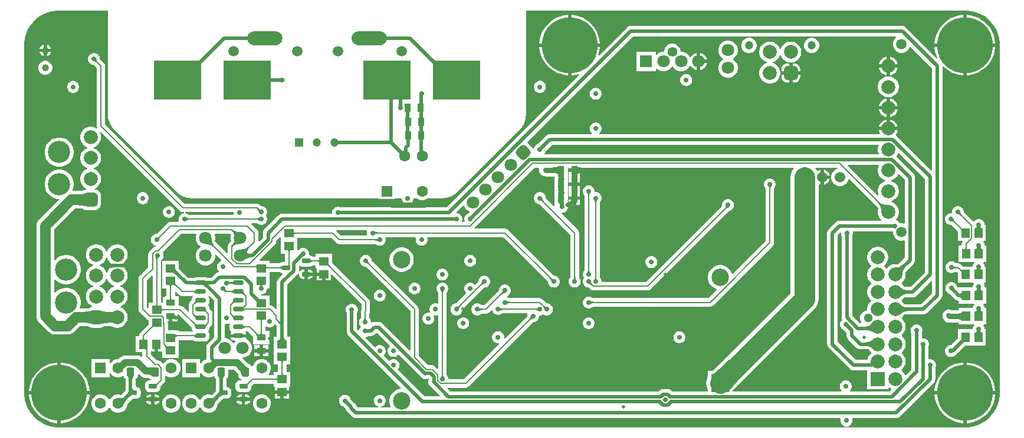
<source format=gbl>
G04*
G04 #@! TF.GenerationSoftware,Altium Limited,Altium Designer,22.7.1 (60)*
G04*
G04 Layer_Physical_Order=4*
G04 Layer_Color=16711680*
%FSLAX44Y44*%
%MOMM*%
G71*
G04*
G04 #@! TF.SameCoordinates,F110A0D0-B471-48EF-BBF6-E10C2EB46B9C*
G04*
G04*
G04 #@! TF.FilePolarity,Positive*
G04*
G01*
G75*
%ADD13C,0.2000*%
%ADD17C,1.0000*%
%ADD20R,1.1500X1.3500*%
%ADD21R,0.9000X1.3000*%
%ADD22R,1.3500X1.1500*%
%ADD27R,1.3000X0.9000*%
G04:AMPARAMS|DCode=34|XSize=1.3mm|YSize=1.1mm|CornerRadius=0.275mm|HoleSize=0mm|Usage=FLASHONLY|Rotation=270.000|XOffset=0mm|YOffset=0mm|HoleType=Round|Shape=RoundedRectangle|*
%AMROUNDEDRECTD34*
21,1,1.3000,0.5500,0,0,270.0*
21,1,0.7500,1.1000,0,0,270.0*
1,1,0.5500,-0.2750,-0.3750*
1,1,0.5500,-0.2750,0.3750*
1,1,0.5500,0.2750,0.3750*
1,1,0.5500,0.2750,-0.3750*
%
%ADD34ROUNDEDRECTD34*%
%ADD85C,0.5000*%
%ADD86C,0.8000*%
%ADD87C,1.5000*%
%ADD88C,2.0000*%
%ADD89R,2.0000X2.0000*%
%ADD90C,1.3000*%
%ADD91C,2.5000*%
%ADD92R,2.5000X2.5000*%
%ADD93C,1.6000*%
%ADD94R,1.6000X1.6000*%
%ADD95C,1.8000*%
G04:AMPARAMS|DCode=96|XSize=2mm|YSize=2mm|CornerRadius=0.5mm|HoleSize=0mm|Usage=FLASHONLY|Rotation=270.000|XOffset=0mm|YOffset=0mm|HoleType=Round|Shape=RoundedRectangle|*
%AMROUNDEDRECTD96*
21,1,2.0000,1.0000,0,0,270.0*
21,1,1.0000,2.0000,0,0,270.0*
1,1,1.0000,-0.5000,-0.5000*
1,1,1.0000,-0.5000,0.5000*
1,1,1.0000,0.5000,0.5000*
1,1,1.0000,0.5000,-0.5000*
%
%ADD96ROUNDEDRECTD96*%
%ADD97C,3.2000*%
%ADD98C,1.2000*%
%ADD99C,1.4000*%
%ADD100R,1.8000X1.8000*%
%ADD101C,1.5000*%
%ADD102C,8.0000*%
%ADD103C,1.0000*%
G04:AMPARAMS|DCode=104|XSize=1.8mm|YSize=1.8mm|CornerRadius=0.45mm|HoleSize=0mm|Usage=FLASHONLY|Rotation=315.000|XOffset=0mm|YOffset=0mm|HoleType=Round|Shape=RoundedRectangle|*
%AMROUNDEDRECTD104*
21,1,1.8000,0.9000,0,0,315.0*
21,1,0.9000,1.8000,0,0,315.0*
1,1,0.9000,0.0000,-0.6364*
1,1,0.9000,-0.6364,0.0000*
1,1,0.9000,0.0000,0.6364*
1,1,0.9000,0.6364,0.0000*
%
%ADD104ROUNDEDRECTD104*%
%ADD105R,1.2000X1.2000*%
G04:AMPARAMS|DCode=106|XSize=2mm|YSize=2mm|CornerRadius=0.5mm|HoleSize=0mm|Usage=FLASHONLY|Rotation=180.000|XOffset=0mm|YOffset=0mm|HoleType=Round|Shape=RoundedRectangle|*
%AMROUNDEDRECTD106*
21,1,2.0000,1.0000,0,0,180.0*
21,1,1.0000,2.0000,0,0,180.0*
1,1,1.0000,-0.5000,0.5000*
1,1,1.0000,0.5000,0.5000*
1,1,1.0000,0.5000,-0.5000*
1,1,1.0000,-0.5000,-0.5000*
%
%ADD106ROUNDEDRECTD106*%
%ADD107C,0.5000*%
%ADD108C,0.7000*%
G04:AMPARAMS|DCode=109|XSize=0.6mm|YSize=1.55mm|CornerRadius=0.15mm|HoleSize=0mm|Usage=FLASHONLY|Rotation=90.000|XOffset=0mm|YOffset=0mm|HoleType=Round|Shape=RoundedRectangle|*
%AMROUNDEDRECTD109*
21,1,0.6000,1.2500,0,0,90.0*
21,1,0.3000,1.5500,0,0,90.0*
1,1,0.3000,0.6250,0.1500*
1,1,0.3000,0.6250,-0.1500*
1,1,0.3000,-0.6250,-0.1500*
1,1,0.3000,-0.6250,0.1500*
%
%ADD109ROUNDEDRECTD109*%
G04:AMPARAMS|DCode=110|XSize=0.65mm|YSize=1.25mm|CornerRadius=0.1625mm|HoleSize=0mm|Usage=FLASHONLY|Rotation=90.000|XOffset=0mm|YOffset=0mm|HoleType=Round|Shape=RoundedRectangle|*
%AMROUNDEDRECTD110*
21,1,0.6500,0.9250,0,0,90.0*
21,1,0.3250,1.2500,0,0,90.0*
1,1,0.3250,0.4625,0.1625*
1,1,0.3250,0.4625,-0.1625*
1,1,0.3250,-0.4625,-0.1625*
1,1,0.3250,-0.4625,0.1625*
%
%ADD110ROUNDEDRECTD110*%
%ADD111R,6.9000X5.6000*%
%ADD112C,3.0000*%
%ADD113C,2.0000*%
G36*
X119907Y600000D02*
X119908Y600000D01*
Y450000D01*
X119907Y450000D01*
X120278Y445293D01*
X121380Y440701D01*
X123187Y436338D01*
X125655Y432312D01*
X128721Y428721D01*
X128722Y428721D01*
X218721Y338721D01*
X218721Y338721D01*
X222312Y335654D01*
X226338Y333187D01*
X230701Y331380D01*
X235292Y330277D01*
X240000Y329907D01*
X240000Y329907D01*
X508500D01*
Y328500D01*
X531500D01*
Y329907D01*
X541500D01*
Y328381D01*
X542079Y326219D01*
X543198Y324281D01*
X544781Y322698D01*
X546719Y321579D01*
X548881Y321000D01*
X551119D01*
X553281Y321579D01*
X555219Y322698D01*
X556802Y324281D01*
X557921Y326219D01*
X558500Y328381D01*
Y329907D01*
X562508D01*
X562818Y329597D01*
X565782Y327886D01*
X569089Y327000D01*
X572511D01*
X575818Y327886D01*
X578782Y329597D01*
X579092Y329907D01*
X600000D01*
X600000Y329907D01*
X604707Y330277D01*
X609299Y331380D01*
X613662Y333187D01*
X617688Y335654D01*
X621279Y338721D01*
X711279Y428721D01*
X711279Y428721D01*
X714346Y432312D01*
X716813Y436338D01*
X718620Y440701D01*
X719722Y445293D01*
X720093Y450000D01*
Y598730D01*
X721363Y600000D01*
X1350000Y600000D01*
X1353277Y600000D01*
X1359775Y599144D01*
X1366106Y597448D01*
X1372162Y594940D01*
X1377838Y591663D01*
X1383038Y587673D01*
X1387673Y583038D01*
X1391663Y577838D01*
X1394940Y572162D01*
X1397448Y566106D01*
X1399144Y559775D01*
X1400000Y553277D01*
X1400000Y550000D01*
X1400000D01*
X1400000Y550000D01*
X1400000Y50000D01*
Y46723D01*
X1399144Y40224D01*
X1397448Y33893D01*
X1394940Y27838D01*
X1391663Y22162D01*
X1387673Y16962D01*
X1383038Y12327D01*
X1377838Y8337D01*
X1372162Y5060D01*
X1366106Y2552D01*
X1359775Y856D01*
X1353277Y0D01*
X46723D01*
X40224Y856D01*
X33893Y2552D01*
X27838Y5060D01*
X22162Y8337D01*
X16962Y12327D01*
X12327Y16962D01*
X8337Y22162D01*
X5060Y27838D01*
X2552Y33893D01*
X856Y40224D01*
X0Y46723D01*
Y50000D01*
Y550000D01*
Y553277D01*
X856Y559775D01*
X2552Y566106D01*
X5060Y572162D01*
X8337Y577838D01*
X12327Y583038D01*
X16962Y587673D01*
X22162Y591663D01*
X27838Y594940D01*
X33893Y597448D01*
X40224Y599144D01*
X46723Y600000D01*
X50000D01*
X50000Y600000D01*
X119907D01*
D02*
G37*
%LPC*%
G36*
X1352851Y593500D02*
X1352500D01*
Y552500D01*
X1393500D01*
Y552851D01*
X1392755Y558504D01*
X1391280Y564012D01*
X1389097Y569281D01*
X1386246Y574219D01*
X1382775Y578743D01*
X1378743Y582775D01*
X1374219Y586246D01*
X1369281Y589098D01*
X1364012Y591280D01*
X1358504Y592756D01*
X1352851Y593500D01*
D02*
G37*
G36*
X1347500D02*
X1347149D01*
X1341495Y592756D01*
X1335987Y591280D01*
X1330719Y589098D01*
X1325781Y586246D01*
X1321257Y582775D01*
X1317225Y578743D01*
X1313753Y574219D01*
X1310902Y569281D01*
X1308720Y564012D01*
X1307244Y558504D01*
X1306500Y552851D01*
Y552500D01*
X1347500D01*
Y593500D01*
D02*
G37*
G36*
X785351D02*
X785000D01*
Y552500D01*
X826000D01*
Y552851D01*
X825256Y558504D01*
X823780Y564012D01*
X821598Y569281D01*
X818746Y574219D01*
X815275Y578743D01*
X811243Y582775D01*
X806719Y586246D01*
X801781Y589098D01*
X796513Y591280D01*
X791004Y592756D01*
X785351Y593500D01*
D02*
G37*
G36*
X780000D02*
X779649D01*
X773995Y592756D01*
X768487Y591280D01*
X763219Y589098D01*
X758281Y586246D01*
X753757Y582775D01*
X749725Y578743D01*
X746253Y574219D01*
X743402Y569281D01*
X741220Y564012D01*
X739744Y558504D01*
X739000Y552851D01*
Y552500D01*
X780000D01*
Y593500D01*
D02*
G37*
G36*
X32500Y550630D02*
Y545000D01*
X38130D01*
X37921Y545781D01*
X36802Y547719D01*
X35219Y549301D01*
X33281Y550420D01*
X32500Y550630D01*
D02*
G37*
G36*
X27500D02*
X26719Y550420D01*
X24781Y549301D01*
X23198Y547719D01*
X22079Y545781D01*
X21870Y545000D01*
X27500D01*
Y550630D01*
D02*
G37*
G36*
X870000Y577565D02*
X868042Y577307D01*
X866217Y576551D01*
X864651Y575349D01*
X864651Y575349D01*
X825023Y535722D01*
X823885Y536379D01*
X825256Y541495D01*
X826000Y547149D01*
Y547500D01*
X785000D01*
Y506500D01*
X785351D01*
X791004Y507244D01*
X796121Y508615D01*
X796778Y507477D01*
X605867Y316565D01*
X453898D01*
X453281Y316921D01*
X451119Y317500D01*
X448881D01*
X446719Y316921D01*
X444781Y315802D01*
X443198Y314219D01*
X442079Y312281D01*
X441500Y310119D01*
Y307881D01*
X441257Y307565D01*
X370000D01*
X370000Y307565D01*
X368042Y307307D01*
X366217Y306551D01*
X364651Y305349D01*
X364651Y305349D01*
X344651Y285349D01*
X343449Y283782D01*
X342693Y281958D01*
X342435Y280000D01*
Y273133D01*
X337387Y268086D01*
X336117Y268612D01*
Y280000D01*
X335652Y282341D01*
X334326Y284326D01*
X325942Y292709D01*
X326428Y293882D01*
X334097D01*
X334781Y293198D01*
X336719Y292079D01*
X338881Y291500D01*
X341119D01*
X343281Y292079D01*
X345219Y293198D01*
X346801Y294781D01*
X347921Y296719D01*
X348500Y298881D01*
Y301119D01*
X347921Y303281D01*
X346928Y305000D01*
X347921Y306719D01*
X348500Y308881D01*
Y311119D01*
X347921Y313281D01*
X346801Y315219D01*
X345219Y316802D01*
X343281Y317921D01*
X341119Y318500D01*
X340152D01*
X338449Y320203D01*
X338449Y320203D01*
X338448Y320203D01*
X337554Y320801D01*
X336464Y321529D01*
X336464Y321529D01*
X336464Y321529D01*
X335232Y321774D01*
X334123Y321995D01*
X334123Y321995D01*
X334123Y321995D01*
X230088D01*
X116117Y435966D01*
Y520000D01*
X115652Y522341D01*
X114326Y524326D01*
X108500Y530151D01*
Y531119D01*
X107921Y533281D01*
X106802Y535219D01*
X105219Y536802D01*
X103281Y537921D01*
X101119Y538500D01*
X98881D01*
X96719Y537921D01*
X94781Y536802D01*
X93198Y535219D01*
X92079Y533281D01*
X91500Y531119D01*
Y528881D01*
X92079Y526719D01*
X93198Y524781D01*
X94781Y523198D01*
X96719Y522079D01*
X98881Y521500D01*
X99848D01*
X103882Y517466D01*
Y433432D01*
X104348Y431091D01*
X104552Y430785D01*
X103636Y429870D01*
X102105Y430893D01*
X99375Y432023D01*
X96477Y432600D01*
X93523D01*
X90625Y432023D01*
X87895Y430893D01*
X85438Y429251D01*
X83349Y427162D01*
X81707Y424705D01*
X80576Y421975D01*
X80000Y419077D01*
Y416123D01*
X80576Y413224D01*
X81707Y410495D01*
X83349Y408038D01*
X85438Y405949D01*
X87895Y404307D01*
X90393Y403272D01*
X90518Y402600D01*
X90393Y401927D01*
X87895Y400893D01*
X85438Y399251D01*
X83349Y397162D01*
X81707Y394705D01*
X80576Y391975D01*
X80000Y389077D01*
Y386123D01*
X80576Y383225D01*
X81707Y380495D01*
X83349Y378038D01*
X85438Y375949D01*
X87895Y374307D01*
X90393Y373272D01*
X90518Y372600D01*
X90393Y371928D01*
X87895Y370893D01*
X85438Y369251D01*
X83349Y367162D01*
X81707Y364705D01*
X80576Y361975D01*
X80000Y359077D01*
Y356123D01*
X80576Y353225D01*
X81707Y350495D01*
X83349Y348038D01*
X85438Y345949D01*
X87895Y344307D01*
X89025Y343839D01*
X88854Y342535D01*
X87389Y342343D01*
X84957Y341335D01*
X83488Y340208D01*
X69817D01*
X69112Y341264D01*
X70193Y343874D01*
X71000Y347932D01*
Y352068D01*
X70193Y356125D01*
X68610Y359947D01*
X66312Y363386D01*
X63387Y366312D01*
X59947Y368610D01*
X56125Y370193D01*
X52068Y371000D01*
X47932D01*
X43874Y370193D01*
X40053Y368610D01*
X36613Y366312D01*
X33688Y363386D01*
X31390Y359947D01*
X29807Y356125D01*
X29000Y352068D01*
Y347932D01*
X29807Y343874D01*
X31390Y340053D01*
X33688Y336613D01*
X36613Y333688D01*
X40053Y331390D01*
X43874Y329807D01*
X47932Y329000D01*
X49510D01*
X49996Y327826D01*
X21085Y298915D01*
X19081Y296304D01*
X17822Y293263D01*
X17392Y290000D01*
Y160000D01*
X17822Y156737D01*
X19081Y153696D01*
X21085Y151085D01*
X34872Y137298D01*
X37483Y135294D01*
X40524Y134035D01*
X43787Y133605D01*
X62276D01*
X62276Y133605D01*
X62276Y133605D01*
X63708Y133794D01*
X65539Y134035D01*
X65539Y134035D01*
X65539Y134035D01*
X66978Y134631D01*
X68580Y135294D01*
X68580Y135294D01*
X68580Y135295D01*
X69988Y136375D01*
X71191Y137298D01*
X71191Y137298D01*
X71191Y137298D01*
X79785Y145892D01*
X91688D01*
X93157Y144765D01*
X95590Y143757D01*
X98200Y143414D01*
X108200D01*
X110811Y143757D01*
X113243Y144765D01*
X114712Y145892D01*
X125070D01*
X126095Y145207D01*
X128825Y144076D01*
X131723Y143500D01*
X134677D01*
X137576Y144076D01*
X140305Y145207D01*
X142762Y146849D01*
X144851Y148938D01*
X146493Y151395D01*
X147624Y154125D01*
X148200Y157023D01*
Y159977D01*
X147624Y162875D01*
X146493Y165605D01*
X144851Y168062D01*
X142762Y170151D01*
X140305Y171793D01*
X137807Y172828D01*
X137682Y173500D01*
X137807Y174172D01*
X140305Y175207D01*
X142762Y176849D01*
X144851Y178938D01*
X146493Y181395D01*
X147624Y184125D01*
X148200Y187023D01*
Y189977D01*
X147624Y192875D01*
X146493Y195605D01*
X144851Y198062D01*
X142762Y200151D01*
X140305Y201793D01*
X137807Y202828D01*
X137682Y203500D01*
X137807Y204172D01*
X140305Y205207D01*
X142762Y206849D01*
X144851Y208938D01*
X146493Y211395D01*
X147624Y214125D01*
X148200Y217023D01*
Y219977D01*
X147624Y222875D01*
X146493Y225605D01*
X144851Y228062D01*
X142762Y230151D01*
X140305Y231793D01*
X137807Y232827D01*
X137682Y233500D01*
X137807Y234172D01*
X140305Y235207D01*
X142762Y236849D01*
X144851Y238938D01*
X146493Y241395D01*
X147624Y244125D01*
X148200Y247022D01*
Y249977D01*
X147624Y252875D01*
X146493Y255605D01*
X144851Y258062D01*
X142762Y260151D01*
X140305Y261793D01*
X137576Y262923D01*
X134677Y263500D01*
X131723D01*
X128825Y262923D01*
X126095Y261793D01*
X123638Y260151D01*
X121549Y258062D01*
X119907Y255605D01*
X118873Y253107D01*
X118200Y252982D01*
X117528Y253107D01*
X116493Y255605D01*
X114852Y258062D01*
X112762Y260151D01*
X110305Y261793D01*
X107576Y262923D01*
X104678Y263500D01*
X101723D01*
X98825Y262923D01*
X96095Y261793D01*
X93638Y260151D01*
X91549Y258062D01*
X89907Y255605D01*
X88777Y252875D01*
X88200Y249977D01*
Y247022D01*
X88777Y244125D01*
X89907Y241395D01*
X91549Y238938D01*
X93638Y236849D01*
X96095Y235207D01*
X98593Y234172D01*
X98718Y233500D01*
X98593Y232827D01*
X96095Y231793D01*
X93638Y230151D01*
X91549Y228062D01*
X89907Y225605D01*
X88777Y222875D01*
X88200Y219977D01*
Y217023D01*
X88777Y214125D01*
X89907Y211395D01*
X91549Y208938D01*
X93638Y206849D01*
X96095Y205207D01*
X98593Y204172D01*
X98718Y203500D01*
X98593Y202828D01*
X96095Y201793D01*
X93638Y200151D01*
X91549Y198062D01*
X89907Y195605D01*
X88777Y192875D01*
X88200Y189977D01*
Y187023D01*
X88777Y184125D01*
X89907Y181395D01*
X91549Y178938D01*
X93638Y176849D01*
X96095Y175207D01*
X97225Y174739D01*
X97054Y173435D01*
X95590Y173243D01*
X93157Y172235D01*
X91688Y171108D01*
X80190D01*
X79484Y172164D01*
X80193Y173875D01*
X81000Y177932D01*
Y182069D01*
X80193Y186126D01*
X78610Y189947D01*
X76312Y193387D01*
X73387Y196312D01*
X69947Y198610D01*
X66125Y200193D01*
X62068Y201000D01*
X57932D01*
X53874Y200193D01*
X50053Y198610D01*
X46613Y196312D01*
X43878Y193577D01*
X42608Y193845D01*
Y213155D01*
X43878Y213423D01*
X46613Y210688D01*
X50053Y208390D01*
X53874Y206807D01*
X57932Y206000D01*
X62068D01*
X66125Y206807D01*
X69947Y208390D01*
X73387Y210688D01*
X76312Y213613D01*
X78610Y217053D01*
X80193Y220874D01*
X81000Y224932D01*
Y229068D01*
X80193Y233125D01*
X78610Y236947D01*
X76312Y240387D01*
X73387Y243312D01*
X69947Y245610D01*
X66125Y247193D01*
X62068Y248000D01*
X57932D01*
X53874Y247193D01*
X50053Y245610D01*
X46613Y243312D01*
X43878Y240576D01*
X42608Y240844D01*
Y284778D01*
X72822Y314992D01*
X83488D01*
X84957Y313865D01*
X87389Y312857D01*
X90000Y312514D01*
X100000D01*
X102611Y312857D01*
X105043Y313865D01*
X107132Y315468D01*
X108735Y317557D01*
X109743Y319989D01*
X110086Y322600D01*
Y332600D01*
X109743Y335211D01*
X108735Y337643D01*
X107132Y339732D01*
X105043Y341335D01*
X102611Y342343D01*
X101146Y342535D01*
X100975Y343839D01*
X102105Y344307D01*
X104562Y345949D01*
X106651Y348038D01*
X108293Y350495D01*
X109424Y353225D01*
X110000Y356123D01*
Y359077D01*
X109424Y361975D01*
X108293Y364705D01*
X106651Y367162D01*
X104562Y369251D01*
X102105Y370893D01*
X99607Y371928D01*
X99482Y372600D01*
X99607Y373272D01*
X102105Y374307D01*
X104562Y375949D01*
X106651Y378038D01*
X108293Y380495D01*
X109424Y383225D01*
X110000Y386123D01*
Y389077D01*
X109424Y391975D01*
X108293Y394705D01*
X106651Y397162D01*
X104562Y399251D01*
X102105Y400893D01*
X99607Y401927D01*
X99482Y402600D01*
X99607Y403272D01*
X102105Y404307D01*
X104562Y405949D01*
X106651Y408038D01*
X108293Y410495D01*
X109424Y413224D01*
X110000Y416123D01*
Y419077D01*
X109424Y421975D01*
X108293Y424705D01*
X109307Y425472D01*
X223228Y311552D01*
X225213Y310226D01*
X227554Y309760D01*
X228857D01*
X228881Y308500D01*
X226719Y307921D01*
X224781Y306802D01*
X223198Y305219D01*
X222079Y303281D01*
X221500Y301119D01*
Y298881D01*
X221900Y297388D01*
X221062Y296117D01*
X210000D01*
X207659Y295652D01*
X205674Y294326D01*
X189849Y278500D01*
X188881D01*
X186719Y277921D01*
X184781Y276802D01*
X183198Y275219D01*
X182079Y273281D01*
X181500Y271119D01*
Y268881D01*
X182079Y266719D01*
X183198Y264781D01*
X184781Y263198D01*
X186719Y262079D01*
X188715Y261544D01*
X188711Y261513D01*
X188500Y260275D01*
X187550Y260086D01*
X186159Y259809D01*
X186159Y259809D01*
X186159Y259809D01*
X185213Y259177D01*
X184174Y258483D01*
X184174Y258483D01*
X184174Y258482D01*
X179674Y253982D01*
X178985Y252951D01*
X178348Y251998D01*
X178348Y251998D01*
X178348Y251997D01*
X178132Y250910D01*
X177883Y249657D01*
Y230877D01*
X165674Y218669D01*
X164348Y216684D01*
X163883Y214343D01*
Y170000D01*
X164348Y167659D01*
X165674Y165674D01*
X175674Y155674D01*
X177659Y154348D01*
X178250Y154231D01*
Y148652D01*
X166424Y136826D01*
X165098Y134841D01*
X164632Y132500D01*
Y131750D01*
X160000D01*
Y108250D01*
X169382D01*
Y102308D01*
X169386Y102289D01*
X168234Y101572D01*
X167370Y102235D01*
X164937Y103243D01*
X162327Y103586D01*
X144324D01*
X141713Y103243D01*
X139281Y102235D01*
X137192Y100632D01*
X134960Y98400D01*
X132889D01*
X129582Y97514D01*
X126618Y95802D01*
X124198Y93382D01*
X123470Y92122D01*
X122200Y92462D01*
Y98400D01*
X96200D01*
Y72400D01*
X122200D01*
Y78337D01*
X123470Y78678D01*
X124198Y77418D01*
X126618Y74997D01*
X129582Y73286D01*
X132889Y72400D01*
X136312D01*
X139618Y73286D01*
X141026Y74099D01*
X142506Y73487D01*
X142980Y72341D01*
X144223Y70722D01*
X144935Y70176D01*
Y53991D01*
X144672Y53355D01*
X144560Y52508D01*
X138947Y46894D01*
X136312Y47600D01*
X132889D01*
X129582Y46714D01*
X126618Y45002D01*
X124198Y42582D01*
X122584Y39787D01*
X121900Y39696D01*
X121217Y39787D01*
X119603Y42582D01*
X117182Y45002D01*
X114218Y46714D01*
X110912Y47600D01*
X107489D01*
X104182Y46714D01*
X101218Y45002D01*
X98798Y42582D01*
X97086Y39618D01*
X96200Y36311D01*
Y32888D01*
X97086Y29582D01*
X98798Y26618D01*
X101218Y24197D01*
X104182Y22486D01*
X107489Y21600D01*
X110912D01*
X114218Y22486D01*
X117182Y24197D01*
X119603Y26618D01*
X121217Y29413D01*
X121900Y29504D01*
X122584Y29413D01*
X124198Y26618D01*
X126618Y24197D01*
X129582Y22486D01*
X132889Y21600D01*
X136312D01*
X139618Y22486D01*
X142582Y24197D01*
X145003Y26618D01*
X146714Y29582D01*
X147600Y32888D01*
Y34151D01*
X155142Y41693D01*
X160376D01*
X162106Y41921D01*
X163717Y42589D01*
X165101Y43650D01*
X166163Y45034D01*
X166831Y46646D01*
X167058Y48375D01*
Y51625D01*
X166831Y53355D01*
X166163Y54967D01*
X165101Y56350D01*
X163717Y57412D01*
X162106Y58080D01*
X160376Y58308D01*
X160065D01*
Y70176D01*
X160777Y70722D01*
X162020Y72341D01*
X162801Y74227D01*
X163067Y76250D01*
Y76836D01*
X164240Y77322D01*
X167195Y74368D01*
X169284Y72765D01*
X171716Y71757D01*
X174327Y71414D01*
X178692D01*
X179223Y70722D01*
X180842Y69480D01*
X181814Y69078D01*
X181561Y67808D01*
X179626D01*
X177897Y67580D01*
X176285Y66912D01*
X174901Y65851D01*
X173839Y64467D01*
X173172Y62855D01*
X172944Y61125D01*
Y57875D01*
X173172Y56146D01*
X173839Y54534D01*
X174901Y53151D01*
X176285Y52089D01*
X177897Y51421D01*
X179626Y51193D01*
X188876D01*
X190606Y51421D01*
X192217Y52089D01*
X193601Y53151D01*
X194663Y54534D01*
X195331Y56146D01*
X195558Y57875D01*
Y59156D01*
X200326Y63924D01*
X201652Y65908D01*
X202118Y68249D01*
Y73983D01*
X203388Y74668D01*
X205782Y73286D01*
X209089Y72400D01*
X212512D01*
X215818Y73286D01*
X218782Y74997D01*
X221203Y77418D01*
X222914Y80382D01*
X223800Y83688D01*
Y87111D01*
X222914Y90418D01*
X221203Y93382D01*
X218782Y95802D01*
X215818Y97514D01*
X212512Y98400D01*
X209089D01*
X205782Y97514D01*
X202818Y95802D01*
X200398Y93382D01*
X199823Y92386D01*
X198563Y92220D01*
X195958Y94826D01*
X193973Y96152D01*
X191632Y96618D01*
X189842D01*
X181617Y104842D01*
Y109750D01*
X186750D01*
Y120000D01*
X191750D01*
Y109750D01*
X198250D01*
Y100000D01*
X221750D01*
Y118500D01*
Y125783D01*
X242102D01*
X242116Y125764D01*
X243474Y124722D01*
X245055Y124067D01*
X246752Y123844D01*
X259252D01*
X260949Y124067D01*
X262530Y124722D01*
X263888Y125764D01*
X264930Y127122D01*
X265585Y128703D01*
X265808Y130400D01*
Y133400D01*
X265585Y135097D01*
X264930Y136678D01*
X263888Y138036D01*
Y138464D01*
X264930Y139822D01*
X265585Y141403D01*
X265808Y143100D01*
Y144004D01*
X268078Y146274D01*
X269404Y148259D01*
X269870Y150600D01*
Y164000D01*
X269404Y166341D01*
X268078Y168326D01*
X265808Y170596D01*
Y171500D01*
X265585Y173197D01*
X264930Y174778D01*
X263888Y176136D01*
Y176564D01*
X264930Y177922D01*
X265585Y179503D01*
X265808Y181200D01*
Y184200D01*
X265585Y185897D01*
X264930Y187478D01*
X264201Y188427D01*
X264473Y189007D01*
X265914Y189240D01*
X272435Y182719D01*
Y129925D01*
X263563Y121053D01*
X262361Y119486D01*
X261605Y117662D01*
X261347Y115704D01*
Y98912D01*
X261465Y98018D01*
X259582Y97514D01*
X256618Y95802D01*
X254197Y93382D01*
X253470Y92122D01*
X252200Y92462D01*
Y98400D01*
X226200D01*
Y72400D01*
X252200D01*
Y78337D01*
X253470Y78678D01*
X254197Y77418D01*
X256618Y74997D01*
X259582Y73286D01*
X262889Y72400D01*
X266311D01*
X269618Y73286D01*
X271026Y74099D01*
X272506Y73487D01*
X272980Y72341D01*
X274223Y70722D01*
X274935Y70176D01*
Y53993D01*
X274671Y53354D01*
X274559Y52507D01*
X268946Y46894D01*
X266311Y47600D01*
X262889D01*
X259582Y46714D01*
X256618Y45002D01*
X254197Y42582D01*
X252584Y39787D01*
X251900Y39696D01*
X251216Y39787D01*
X249603Y42582D01*
X247182Y45002D01*
X244218Y46714D01*
X240911Y47600D01*
X237488D01*
X234182Y46714D01*
X231218Y45002D01*
X228797Y42582D01*
X227086Y39618D01*
X226200Y36311D01*
Y32888D01*
X227086Y29582D01*
X228797Y26618D01*
X231218Y24197D01*
X234182Y22486D01*
X237488Y21600D01*
X240911D01*
X244218Y22486D01*
X247182Y24197D01*
X249603Y26618D01*
X251216Y29413D01*
X251900Y29504D01*
X252584Y29413D01*
X254197Y26618D01*
X256618Y24197D01*
X259582Y22486D01*
X262889Y21600D01*
X266311D01*
X269618Y22486D01*
X272582Y24197D01*
X275002Y26618D01*
X276714Y29582D01*
X277600Y32888D01*
Y34151D01*
X285141Y41693D01*
X290375D01*
X292104Y41920D01*
X293716Y42588D01*
X295100Y43650D01*
X296162Y45034D01*
X296829Y46645D01*
X297057Y48375D01*
Y51625D01*
X296829Y53354D01*
X296162Y54966D01*
X295100Y56350D01*
X293716Y57412D01*
X292104Y58079D01*
X290375Y58307D01*
X290065D01*
Y70176D01*
X290777Y70722D01*
X292019Y72341D01*
X292800Y74227D01*
X293067Y76250D01*
Y83414D01*
X300822D01*
X306933Y77303D01*
Y76250D01*
X307199Y74227D01*
X307980Y72341D01*
X309223Y70722D01*
X310842Y69480D01*
X311815Y69077D01*
X311562Y67807D01*
X309625D01*
X307895Y67579D01*
X306284Y66912D01*
X304900Y65850D01*
X303838Y64466D01*
X303170Y62854D01*
X302943Y61125D01*
Y57875D01*
X303170Y56146D01*
X303838Y54534D01*
X304900Y53150D01*
X306284Y52088D01*
X307895Y51420D01*
X309625Y51193D01*
X318875D01*
X320604Y51420D01*
X322216Y52088D01*
X323600Y53150D01*
X324662Y54534D01*
X325329Y56146D01*
X325557Y57875D01*
Y59155D01*
X329534Y63133D01*
X358250D01*
Y58500D01*
X359750D01*
Y53250D01*
X380250D01*
Y58500D01*
X381750D01*
Y80000D01*
X376117D01*
Y90750D01*
X381750D01*
Y109250D01*
Y130750D01*
X377565D01*
Y147493D01*
Y206205D01*
X391849Y220489D01*
X391849Y220489D01*
X392587Y221450D01*
X393051Y222055D01*
X393163Y222326D01*
X394400Y222125D01*
Y218875D01*
X394798Y216875D01*
X395930Y215180D01*
X397626Y214047D01*
X399625Y213650D01*
X401750D01*
Y220500D01*
Y227350D01*
X399625D01*
X397626Y226953D01*
X395930Y225820D01*
X395199Y224726D01*
X393979Y225186D01*
X394065Y225838D01*
Y232250D01*
X395335Y232817D01*
X396284Y232088D01*
X397896Y231421D01*
X399625Y231193D01*
X408875D01*
X410605Y231421D01*
X412216Y232088D01*
X413600Y233150D01*
X413778Y233383D01*
X418250D01*
Y228500D01*
X419750D01*
Y223250D01*
X430000D01*
Y220750D01*
X432500D01*
Y211500D01*
X440250D01*
Y219689D01*
X441423Y220175D01*
X483882Y177716D01*
Y169741D01*
X483273Y168828D01*
X482807Y166487D01*
Y157393D01*
X482123Y156709D01*
X481004Y154770D01*
X480425Y152609D01*
Y150371D01*
X481004Y148209D01*
X482123Y146271D01*
X483186Y145207D01*
X482149Y144169D01*
X481030Y142231D01*
X480590Y140590D01*
X479260Y140125D01*
X477565Y141820D01*
Y165602D01*
X477921Y166219D01*
X478500Y168381D01*
Y170619D01*
X477921Y172781D01*
X476802Y174719D01*
X475219Y176301D01*
X473281Y177421D01*
X471119Y178000D01*
X468881D01*
X466719Y177421D01*
X464781Y176301D01*
X463198Y174719D01*
X462079Y172781D01*
X461500Y170619D01*
Y168381D01*
X462079Y166219D01*
X462435Y165602D01*
Y138687D01*
X462693Y136729D01*
X463449Y134904D01*
X464651Y133337D01*
X464651Y133337D01*
X540915Y57073D01*
X540429Y55900D01*
X539676D01*
X536295Y55228D01*
X533111Y53909D01*
X530244Y51993D01*
X527807Y49556D01*
X525892Y46690D01*
X524572Y43505D01*
X523900Y40124D01*
Y36677D01*
X524572Y33296D01*
X525840Y30235D01*
X525523Y29363D01*
X525310Y28965D01*
X511467D01*
X511300Y30235D01*
X513281Y30766D01*
X515219Y31885D01*
X516802Y33467D01*
X517921Y35405D01*
X518500Y37567D01*
Y39805D01*
X517921Y41967D01*
X516802Y43905D01*
X515219Y45488D01*
X513281Y46607D01*
X511119Y47186D01*
X508881D01*
X506719Y46607D01*
X504781Y45488D01*
X503198Y43905D01*
X502079Y41967D01*
X501500Y39805D01*
Y37567D01*
X502079Y35405D01*
X503198Y33467D01*
X504781Y31885D01*
X506719Y30766D01*
X508700Y30235D01*
X508533Y28965D01*
X478734D01*
X476048Y31650D01*
X476010Y31941D01*
X475254Y33765D01*
X474052Y35332D01*
X468105Y41279D01*
X467921Y41967D01*
X466802Y43905D01*
X465219Y45488D01*
X463281Y46607D01*
X461119Y47186D01*
X458881D01*
X456719Y46607D01*
X454781Y45488D01*
X453198Y43905D01*
X452079Y41967D01*
X451500Y39805D01*
Y37567D01*
X452079Y35405D01*
X453198Y33467D01*
X454781Y31885D01*
X456719Y30766D01*
X457407Y30581D01*
X461358Y26630D01*
X461396Y26339D01*
X462152Y24515D01*
X463354Y22948D01*
X470249Y16053D01*
X470251Y16051D01*
X471817Y14849D01*
X473642Y14093D01*
X475600Y13835D01*
X1171026D01*
X1171888Y12565D01*
X1171500Y11119D01*
Y8881D01*
X1172079Y6719D01*
X1173198Y4781D01*
X1174781Y3198D01*
X1176719Y2079D01*
X1178881Y1500D01*
X1181119D01*
X1183281Y2079D01*
X1185219Y3198D01*
X1186802Y4781D01*
X1187921Y6719D01*
X1188500Y8881D01*
Y11119D01*
X1188113Y12565D01*
X1188974Y13835D01*
X1251400D01*
X1253358Y14093D01*
X1255182Y14849D01*
X1256749Y16051D01*
X1305349Y64651D01*
X1306551Y66217D01*
X1307307Y68042D01*
X1307565Y70000D01*
X1307565Y70000D01*
Y86102D01*
X1307921Y86719D01*
X1308500Y88881D01*
Y91119D01*
X1307921Y93281D01*
X1306802Y95219D01*
X1305219Y96802D01*
X1303281Y97921D01*
X1301119Y98500D01*
X1298881D01*
X1298572Y98417D01*
X1297565Y99190D01*
Y116102D01*
X1297921Y116719D01*
X1298500Y118881D01*
Y121119D01*
X1297921Y123281D01*
X1296802Y125219D01*
X1295219Y126801D01*
X1293281Y127921D01*
X1291119Y128500D01*
X1288881D01*
X1288065Y129126D01*
Y136103D01*
X1288421Y136719D01*
X1289000Y138881D01*
Y141119D01*
X1288421Y143281D01*
X1287301Y145219D01*
X1285719Y146802D01*
X1283781Y147921D01*
X1281619Y148500D01*
X1279381D01*
X1277219Y147921D01*
X1275281Y146802D01*
X1273698Y145219D01*
X1272579Y143281D01*
X1272000Y141119D01*
Y138881D01*
X1272579Y136719D01*
X1272935Y136103D01*
Y83127D01*
X1265161Y75353D01*
X1263916Y75601D01*
X1263293Y77105D01*
X1261651Y79562D01*
X1259562Y81651D01*
X1259242Y81865D01*
Y83135D01*
X1259562Y83349D01*
X1261651Y85438D01*
X1263293Y87895D01*
X1264424Y90625D01*
X1265000Y93523D01*
Y96477D01*
X1264424Y99375D01*
X1263293Y102105D01*
X1261651Y104562D01*
X1259562Y106651D01*
X1259242Y106865D01*
Y108135D01*
X1259562Y108349D01*
X1261651Y110438D01*
X1263293Y112895D01*
X1264424Y115624D01*
X1265000Y118522D01*
Y121477D01*
X1264424Y124375D01*
X1263293Y127105D01*
X1261651Y129562D01*
X1259562Y131651D01*
X1259242Y131865D01*
Y133135D01*
X1259562Y133349D01*
X1261651Y135438D01*
X1263293Y137895D01*
X1264424Y140625D01*
X1265000Y143523D01*
Y146477D01*
X1264424Y149375D01*
X1263293Y152105D01*
X1261651Y154562D01*
X1259562Y156651D01*
X1259242Y156865D01*
Y158135D01*
X1259562Y158349D01*
X1261651Y160438D01*
X1262986Y162435D01*
X1290000D01*
X1291958Y162693D01*
X1293782Y163449D01*
X1295349Y164651D01*
X1315349Y184651D01*
X1315349Y184651D01*
X1316551Y186218D01*
X1317307Y188042D01*
X1317565Y190000D01*
X1317565Y190000D01*
Y519121D01*
X1318835Y519647D01*
X1321257Y517225D01*
X1325781Y513753D01*
X1330719Y510902D01*
X1335987Y508720D01*
X1341495Y507244D01*
X1347149Y506500D01*
X1347500D01*
Y547500D01*
X1306500D01*
Y547149D01*
X1307244Y541495D01*
X1308720Y535987D01*
X1310285Y532209D01*
X1309208Y531490D01*
X1265349Y575349D01*
X1263782Y576551D01*
X1261958Y577307D01*
X1260000Y577565D01*
X870000D01*
X870000Y577565D01*
D02*
G37*
G36*
X38130Y540000D02*
X32500D01*
Y534370D01*
X33281Y534579D01*
X35219Y535698D01*
X36802Y537281D01*
X37921Y539219D01*
X38130Y540000D01*
D02*
G37*
G36*
X27500D02*
X21870D01*
X22079Y539219D01*
X23198Y537281D01*
X24781Y535698D01*
X26719Y534579D01*
X27500Y534370D01*
Y540000D01*
D02*
G37*
G36*
X31316Y527500D02*
X28683D01*
X26140Y526819D01*
X23860Y525502D01*
X21998Y523640D01*
X20681Y521360D01*
X20000Y518817D01*
Y516184D01*
X20681Y513640D01*
X21998Y511360D01*
X23860Y509498D01*
X26140Y508182D01*
X28683Y507500D01*
X31316D01*
X33860Y508182D01*
X36140Y509498D01*
X38002Y511360D01*
X39318Y513640D01*
X40000Y516184D01*
Y518817D01*
X39318Y521360D01*
X38002Y523640D01*
X36140Y525502D01*
X33860Y526819D01*
X31316Y527500D01*
D02*
G37*
G36*
X1393500Y547500D02*
X1352500D01*
Y506500D01*
X1352851D01*
X1358504Y507244D01*
X1364012Y508720D01*
X1369281Y510902D01*
X1374219Y513753D01*
X1378743Y517225D01*
X1382775Y521257D01*
X1386246Y525781D01*
X1389097Y530719D01*
X1391280Y535987D01*
X1392755Y541495D01*
X1393500Y547149D01*
Y547500D01*
D02*
G37*
G36*
X780000D02*
X739000D01*
Y547149D01*
X739744Y541495D01*
X741220Y535987D01*
X743402Y530719D01*
X746253Y525781D01*
X749725Y521257D01*
X753757Y517225D01*
X758281Y513753D01*
X763219Y510902D01*
X768487Y508720D01*
X773995Y507244D01*
X779649Y506500D01*
X780000D01*
Y547500D01*
D02*
G37*
G36*
X741119Y498500D02*
X738881D01*
X736719Y497921D01*
X734781Y496802D01*
X733198Y495219D01*
X732079Y493281D01*
X731500Y491119D01*
Y488881D01*
X732079Y486719D01*
X733198Y484781D01*
X734781Y483198D01*
X736719Y482079D01*
X738881Y481500D01*
X741119D01*
X743281Y482079D01*
X745219Y483198D01*
X746802Y484781D01*
X747921Y486719D01*
X748500Y488881D01*
Y491119D01*
X747921Y493281D01*
X746802Y495219D01*
X745219Y496802D01*
X743281Y497921D01*
X741119Y498500D01*
D02*
G37*
G36*
X71119D02*
X68881D01*
X66719Y497921D01*
X64781Y496802D01*
X63198Y495219D01*
X62079Y493281D01*
X61500Y491119D01*
Y488881D01*
X62079Y486719D01*
X63198Y484781D01*
X64781Y483198D01*
X66719Y482079D01*
X68881Y481500D01*
X71119D01*
X73281Y482079D01*
X75219Y483198D01*
X76802Y484781D01*
X77921Y486719D01*
X78500Y488881D01*
Y491119D01*
X77921Y493281D01*
X76802Y495219D01*
X75219Y496802D01*
X73281Y497921D01*
X71119Y498500D01*
D02*
G37*
G36*
X52068Y417100D02*
X47932D01*
X43874Y416293D01*
X40053Y414710D01*
X36613Y412411D01*
X33688Y409487D01*
X31390Y406047D01*
X29807Y402225D01*
X29000Y398168D01*
Y394031D01*
X29807Y389974D01*
X31390Y386153D01*
X33688Y382713D01*
X36613Y379788D01*
X40053Y377490D01*
X43874Y375907D01*
X47932Y375100D01*
X52068D01*
X56125Y375907D01*
X59947Y377490D01*
X63387Y379788D01*
X66312Y382713D01*
X68610Y386153D01*
X70193Y389974D01*
X71000Y394031D01*
Y398168D01*
X70193Y402225D01*
X68610Y406047D01*
X66312Y409487D01*
X63387Y412411D01*
X59947Y414710D01*
X56125Y416293D01*
X52068Y417100D01*
D02*
G37*
G36*
X171119Y338500D02*
X168881D01*
X166719Y337921D01*
X164781Y336802D01*
X163198Y335219D01*
X162079Y333281D01*
X161500Y331119D01*
Y328881D01*
X162079Y326719D01*
X163198Y324781D01*
X164781Y323198D01*
X166719Y322079D01*
X168881Y321500D01*
X171119D01*
X173281Y322079D01*
X175219Y323198D01*
X176802Y324781D01*
X177921Y326719D01*
X178500Y328881D01*
Y331119D01*
X177921Y333281D01*
X176802Y335219D01*
X175219Y336802D01*
X173281Y337921D01*
X171119Y338500D01*
D02*
G37*
G36*
X208619Y318500D02*
X206381D01*
X204219Y317921D01*
X202281Y316802D01*
X200699Y315219D01*
X199580Y313281D01*
X199000Y311119D01*
Y308881D01*
X199580Y306719D01*
X200699Y304781D01*
X202281Y303198D01*
X204219Y302079D01*
X206381Y301500D01*
X208619D01*
X210781Y302079D01*
X212719Y303198D01*
X214302Y304781D01*
X215421Y306719D01*
X216000Y308881D01*
Y311119D01*
X215421Y313281D01*
X214302Y315219D01*
X212719Y316802D01*
X210781Y317921D01*
X208619Y318500D01*
D02*
G37*
G36*
X1341119D02*
X1338881D01*
X1336719Y317921D01*
X1334781Y316802D01*
X1333198Y315219D01*
X1332079Y313281D01*
X1331500Y311119D01*
Y309713D01*
X1331210Y308790D01*
X1330287Y308500D01*
X1328881D01*
X1326719Y307921D01*
X1324781Y306802D01*
X1323198Y305219D01*
X1322079Y303281D01*
X1321500Y301119D01*
Y298881D01*
X1322079Y296719D01*
X1323198Y294781D01*
X1324781Y293198D01*
X1326719Y292079D01*
X1328881Y291500D01*
X1330599D01*
X1340000Y282098D01*
Y268250D01*
X1345771D01*
X1346370Y267130D01*
X1345848Y266349D01*
X1345382Y264008D01*
Y261750D01*
X1340750D01*
Y238250D01*
X1363069D01*
X1363555Y237077D01*
X1363198Y236719D01*
X1362079Y234781D01*
X1361500Y232619D01*
Y231750D01*
X1347652D01*
X1345076Y234326D01*
X1343091Y235652D01*
X1340750Y236118D01*
X1337217D01*
X1335876Y237459D01*
X1333938Y238578D01*
X1331776Y239157D01*
X1329538D01*
X1327376Y238578D01*
X1325438Y237459D01*
X1323855Y235876D01*
X1322736Y233938D01*
X1322157Y231776D01*
Y229538D01*
X1322736Y227376D01*
X1323855Y225438D01*
X1325438Y223855D01*
X1327376Y222736D01*
X1329538Y222157D01*
X1331776D01*
X1333938Y222736D01*
X1335876Y223855D01*
X1335903Y223883D01*
X1338216D01*
X1340000Y222099D01*
Y208250D01*
X1362288D01*
X1362916Y206980D01*
X1362079Y205531D01*
X1361500Y203369D01*
Y201750D01*
X1340750D01*
X1340750Y201750D01*
Y201750D01*
X1339616Y202145D01*
X1338636Y203125D01*
X1338452Y203812D01*
X1337333Y205751D01*
X1335750Y207333D01*
X1333812Y208452D01*
X1331650Y209032D01*
X1329412D01*
X1327250Y208452D01*
X1325312Y207333D01*
X1323730Y205751D01*
X1322610Y203812D01*
X1322031Y201651D01*
Y199412D01*
X1322610Y197251D01*
X1323730Y195312D01*
X1325312Y193730D01*
X1327250Y192611D01*
X1327938Y192426D01*
X1335714Y184651D01*
X1337280Y183449D01*
X1339105Y182693D01*
X1340750Y182477D01*
Y178250D01*
X1363070D01*
X1363556Y177077D01*
X1363198Y176719D01*
X1362079Y174781D01*
X1361500Y172619D01*
Y171750D01*
X1340750D01*
Y169078D01*
X1330806D01*
X1329106Y169782D01*
X1326756Y170091D01*
X1324407Y169782D01*
X1322218Y168875D01*
X1320337Y167432D01*
X1318895Y165553D01*
X1317988Y163363D01*
X1317679Y161014D01*
X1317988Y158664D01*
X1318895Y156475D01*
X1320337Y154595D01*
X1321351Y153581D01*
X1323231Y152139D01*
X1325420Y151232D01*
X1327770Y150923D01*
X1340750D01*
Y148250D01*
X1363070D01*
X1363556Y147077D01*
X1363198Y146719D01*
X1362079Y144781D01*
X1361500Y142619D01*
Y141750D01*
X1340000D01*
Y128948D01*
X1329551Y118500D01*
X1328881D01*
X1326719Y117921D01*
X1324781Y116802D01*
X1323198Y115219D01*
X1322079Y113281D01*
X1321500Y111119D01*
Y108881D01*
X1322079Y106719D01*
X1323198Y104781D01*
X1324781Y103198D01*
X1326719Y102079D01*
X1328881Y101500D01*
X1331119D01*
X1333281Y102079D01*
X1335219Y103198D01*
X1335808Y103787D01*
X1335915Y103832D01*
X1337481Y105034D01*
X1350698Y118250D01*
X1380000D01*
Y141750D01*
X1378500D01*
Y142619D01*
X1377921Y144781D01*
X1376801Y146719D01*
X1376444Y147077D01*
X1376930Y148250D01*
X1380750D01*
Y171750D01*
X1378500D01*
Y172619D01*
X1377921Y174781D01*
X1376801Y176719D01*
X1376444Y177077D01*
X1376930Y178250D01*
X1380750D01*
Y201750D01*
X1378500D01*
Y203369D01*
X1377921Y205531D01*
X1377084Y206980D01*
X1377711Y208250D01*
X1380000D01*
Y231750D01*
X1378500D01*
Y232619D01*
X1377921Y234781D01*
X1376801Y236719D01*
X1376444Y237077D01*
X1376930Y238250D01*
X1380750D01*
Y261750D01*
X1378500D01*
Y262619D01*
X1377921Y264781D01*
X1376801Y266719D01*
X1376444Y267077D01*
X1376930Y268250D01*
X1380000D01*
Y291750D01*
X1378500D01*
Y292619D01*
X1377921Y294781D01*
X1376801Y296719D01*
X1375219Y298302D01*
X1373281Y299421D01*
X1371119Y300000D01*
X1368881D01*
X1366719Y299421D01*
X1364781Y298302D01*
X1363463Y296984D01*
X1361929Y296722D01*
X1348500Y310151D01*
Y311119D01*
X1347921Y313281D01*
X1346801Y315219D01*
X1345219Y316802D01*
X1343281Y317921D01*
X1341119Y318500D01*
D02*
G37*
G36*
X408875Y227350D02*
X406750D01*
Y223000D01*
X413927D01*
X413703Y224125D01*
X412570Y225820D01*
X410875Y226953D01*
X408875Y227350D01*
D02*
G37*
G36*
X413927Y218000D02*
X406750D01*
Y213650D01*
X408875D01*
X410875Y214047D01*
X412570Y215180D01*
X413703Y216875D01*
X413927Y218000D01*
D02*
G37*
G36*
X427500Y218250D02*
X419750D01*
Y211500D01*
X427500D01*
Y218250D01*
D02*
G37*
G36*
X1352851Y93500D02*
X1352500D01*
Y52500D01*
X1393500D01*
Y52851D01*
X1392755Y58505D01*
X1391280Y64012D01*
X1389097Y69281D01*
X1386246Y74219D01*
X1382775Y78743D01*
X1378743Y82775D01*
X1374219Y86246D01*
X1369281Y89098D01*
X1364012Y91280D01*
X1358504Y92756D01*
X1352851Y93500D01*
D02*
G37*
G36*
X1347500D02*
X1347149D01*
X1341495Y92756D01*
X1335987Y91280D01*
X1330719Y89098D01*
X1325781Y86246D01*
X1321257Y82775D01*
X1317225Y78743D01*
X1313753Y74219D01*
X1310902Y69281D01*
X1308720Y64012D01*
X1307244Y58505D01*
X1306500Y52851D01*
Y52500D01*
X1347500D01*
Y93500D01*
D02*
G37*
G36*
X52851D02*
X52500D01*
Y52500D01*
X93500D01*
Y52851D01*
X92756Y58505D01*
X91280Y64012D01*
X89098Y69281D01*
X86246Y74219D01*
X82775Y78743D01*
X78743Y82775D01*
X74219Y86246D01*
X69281Y89098D01*
X64012Y91280D01*
X58505Y92756D01*
X52851Y93500D01*
D02*
G37*
G36*
X47500D02*
X47149D01*
X41495Y92756D01*
X35987Y91280D01*
X30719Y89098D01*
X25781Y86246D01*
X21257Y82775D01*
X17225Y78743D01*
X13753Y74219D01*
X10902Y69281D01*
X8720Y64012D01*
X7244Y58505D01*
X6500Y52851D01*
Y52500D01*
X47500D01*
Y93500D01*
D02*
G37*
G36*
X188876Y47351D02*
X186751D01*
Y43000D01*
X193927D01*
X193704Y44125D01*
X192571Y45820D01*
X190876Y46953D01*
X188876Y47351D01*
D02*
G37*
G36*
X181751D02*
X179626D01*
X177626Y46953D01*
X175931Y45820D01*
X174799Y44125D01*
X174575Y43000D01*
X181751D01*
Y47351D01*
D02*
G37*
G36*
X318875Y47350D02*
X316750D01*
Y43000D01*
X323926D01*
X323703Y44124D01*
X322570Y45820D01*
X320874Y46952D01*
X318875Y47350D01*
D02*
G37*
G36*
X311750D02*
X309625D01*
X307625Y46952D01*
X305930Y45820D01*
X304797Y44124D01*
X304573Y43000D01*
X311750D01*
Y47350D01*
D02*
G37*
G36*
X380250Y48250D02*
X372500D01*
Y41500D01*
X380250D01*
Y48250D01*
D02*
G37*
G36*
X367500D02*
X359750D01*
Y41500D01*
X367500D01*
Y48250D01*
D02*
G37*
G36*
X193927Y38000D02*
X186751D01*
Y33650D01*
X188876D01*
X190876Y34048D01*
X192571Y35180D01*
X193704Y36876D01*
X193927Y38000D01*
D02*
G37*
G36*
X181751D02*
X174575D01*
X174799Y36876D01*
X175931Y35180D01*
X177626Y34048D01*
X179626Y33650D01*
X181751D01*
Y38000D01*
D02*
G37*
G36*
X323926Y38000D02*
X316750D01*
Y33649D01*
X318875D01*
X320874Y34047D01*
X322570Y35180D01*
X323703Y36875D01*
X323926Y38000D01*
D02*
G37*
G36*
X311750D02*
X304573D01*
X304797Y36875D01*
X305930Y35180D01*
X307625Y34047D01*
X309625Y33649D01*
X311750D01*
Y38000D01*
D02*
G37*
G36*
X342511Y47600D02*
X339089D01*
X335782Y46714D01*
X332818Y45002D01*
X330397Y42582D01*
X328686Y39618D01*
X327800Y36311D01*
Y32888D01*
X328686Y29582D01*
X330397Y26618D01*
X332818Y24197D01*
X335782Y22486D01*
X339089Y21600D01*
X342511D01*
X345818Y22486D01*
X348782Y24197D01*
X351203Y26618D01*
X352914Y29582D01*
X353800Y32888D01*
Y36311D01*
X352914Y39618D01*
X351203Y42582D01*
X348782Y45002D01*
X345818Y46714D01*
X342511Y47600D01*
D02*
G37*
G36*
X212512D02*
X209089D01*
X205782Y46714D01*
X202818Y45002D01*
X200398Y42582D01*
X198686Y39618D01*
X197800Y36311D01*
Y32888D01*
X198686Y29582D01*
X200398Y26618D01*
X202818Y24197D01*
X205782Y22486D01*
X209089Y21600D01*
X212512D01*
X215818Y22486D01*
X218782Y24197D01*
X221203Y26618D01*
X222914Y29582D01*
X223800Y32888D01*
Y36311D01*
X222914Y39618D01*
X221203Y42582D01*
X218782Y45002D01*
X215818Y46714D01*
X212512Y47600D01*
D02*
G37*
G36*
X1393500Y47500D02*
X1352500D01*
Y6500D01*
X1352851D01*
X1358504Y7244D01*
X1364012Y8720D01*
X1369281Y10902D01*
X1374219Y13753D01*
X1378743Y17225D01*
X1382775Y21257D01*
X1386246Y25781D01*
X1389097Y30719D01*
X1391280Y35987D01*
X1392755Y41495D01*
X1393500Y47149D01*
Y47500D01*
D02*
G37*
G36*
X1347500D02*
X1306500D01*
Y47149D01*
X1307244Y41495D01*
X1308720Y35987D01*
X1310902Y30719D01*
X1313753Y25781D01*
X1317225Y21257D01*
X1321257Y17225D01*
X1325781Y13753D01*
X1330719Y10902D01*
X1335987Y8720D01*
X1341495Y7244D01*
X1347149Y6500D01*
X1347500D01*
Y47500D01*
D02*
G37*
G36*
X93500D02*
X52500D01*
Y6500D01*
X52851D01*
X58505Y7244D01*
X64012Y8720D01*
X69281Y10902D01*
X74219Y13753D01*
X78743Y17225D01*
X82775Y21257D01*
X86246Y25781D01*
X89098Y30719D01*
X91280Y35987D01*
X92756Y41495D01*
X93500Y47149D01*
Y47500D01*
D02*
G37*
G36*
X47500D02*
X6500D01*
Y47149D01*
X7244Y41495D01*
X8720Y35987D01*
X10902Y30719D01*
X13753Y25781D01*
X17225Y21257D01*
X21257Y17225D01*
X25781Y13753D01*
X30719Y10902D01*
X35987Y8720D01*
X41495Y7244D01*
X47149Y6500D01*
X47500D01*
Y47500D01*
D02*
G37*
%LPD*%
G36*
X103517Y529558D02*
X103575Y529151D01*
X103676Y528743D01*
X103819Y528334D01*
X104003Y527924D01*
X104229Y527513D01*
X104497Y527101D01*
X104808Y526688D01*
X105160Y526275D01*
X105554Y525860D01*
X104139Y524446D01*
X103725Y524840D01*
X103311Y525192D01*
X102899Y525502D01*
X102487Y525770D01*
X102076Y525997D01*
X101666Y526181D01*
X101257Y526324D01*
X100849Y526424D01*
X100441Y526483D01*
X100035Y526500D01*
X103500Y529965D01*
X103517Y529558D01*
D02*
G37*
G36*
X1226199Y405879D02*
X1225576Y404375D01*
X1225000Y401478D01*
Y398523D01*
X1225576Y395625D01*
X1226200Y394120D01*
X1225494Y393065D01*
X746881D01*
X746355Y394335D01*
X746802Y394781D01*
X747921Y396719D01*
X748105Y397407D01*
X757633Y406935D01*
X1225494D01*
X1226199Y405879D01*
D02*
G37*
G36*
X794030Y376001D02*
X794211Y375581D01*
X794512Y375210D01*
X794934Y374889D01*
X795477Y374617D01*
X796141Y374395D01*
X796924Y374222D01*
X797829Y374099D01*
X798854Y374025D01*
X800000Y374000D01*
Y373883D01*
X1104035D01*
X1104578Y372735D01*
X1103290Y371165D01*
X1101433Y367691D01*
X1100289Y363921D01*
X1099903Y360000D01*
Y193524D01*
X987679Y81300D01*
X981100D01*
Y73487D01*
X980033Y71491D01*
X978889Y67721D01*
X978503Y63800D01*
X978889Y59879D01*
X980033Y56109D01*
X981100Y54113D01*
Y51865D01*
X930147D01*
X928663Y53349D01*
X927096Y54551D01*
X925272Y55307D01*
X923314Y55565D01*
X916686D01*
X915656Y55429D01*
X914729Y55307D01*
X914729Y55307D01*
X914729Y55307D01*
X913701Y54881D01*
X912905Y54551D01*
X912904Y54551D01*
X912904Y54551D01*
X912060Y53903D01*
X911338Y53349D01*
X909853Y51865D01*
X611863D01*
X607518Y56209D01*
X608004Y57382D01*
X633500D01*
X635841Y57848D01*
X637826Y59174D01*
X730152Y151500D01*
X731119D01*
X733281Y152079D01*
X735219Y153198D01*
X736802Y154781D01*
X737921Y156719D01*
X738500Y158881D01*
Y160287D01*
X738790Y161210D01*
X739713Y161500D01*
X741119D01*
X743281Y162079D01*
X745000Y163072D01*
X746719Y162079D01*
X748881Y161500D01*
X751119D01*
X753281Y162079D01*
X755219Y163199D01*
X756802Y164781D01*
X757921Y166719D01*
X758500Y168881D01*
Y171119D01*
X757921Y173281D01*
X756802Y175219D01*
X755219Y176802D01*
X753281Y177921D01*
X751119Y178500D01*
X750152D01*
X744326Y184326D01*
X742341Y185652D01*
X740000Y186118D01*
X695903D01*
X695219Y186802D01*
X693281Y187921D01*
X693105Y187968D01*
Y189283D01*
X693130Y189289D01*
X695068Y190408D01*
X696650Y191991D01*
X697769Y193929D01*
X698349Y196091D01*
Y198329D01*
X697769Y200491D01*
X696650Y202429D01*
X695068Y204012D01*
X693130Y205131D01*
X690968Y205710D01*
X688730D01*
X686568Y205131D01*
X684630Y204012D01*
X683047Y202429D01*
X681928Y200491D01*
X681349Y198329D01*
Y197362D01*
X660104Y176118D01*
X655903D01*
X655219Y176802D01*
X653281Y177921D01*
X651119Y178500D01*
X648881D01*
X646719Y177921D01*
X644781Y176802D01*
X643198Y175219D01*
X642079Y173281D01*
X641500Y171119D01*
Y168881D01*
X642079Y166719D01*
X643198Y164781D01*
X644781Y163199D01*
X646719Y162079D01*
X648881Y161500D01*
X651119D01*
X653281Y162079D01*
X655219Y163199D01*
X655903Y163883D01*
X662638D01*
X664979Y164348D01*
X666964Y165674D01*
X670288Y168998D01*
X671704Y168619D01*
X672079Y167219D01*
X673198Y165281D01*
X674781Y163698D01*
X676719Y162579D01*
X678881Y162000D01*
X681119D01*
X683281Y162579D01*
X685219Y163698D01*
X685654Y164133D01*
X721254D01*
X721967Y162862D01*
X721500Y161119D01*
Y160152D01*
X689663Y128315D01*
X688661Y128803D01*
X688500Y128948D01*
Y131119D01*
X687921Y133281D01*
X686802Y135219D01*
X685219Y136802D01*
X683281Y137921D01*
X681119Y138500D01*
X678881D01*
X676719Y137921D01*
X674781Y136802D01*
X673198Y135219D01*
X672079Y133281D01*
X671500Y131119D01*
Y128881D01*
X672079Y126719D01*
X673198Y124781D01*
X674781Y123199D01*
X676719Y122079D01*
X678881Y121500D01*
X681053D01*
X681198Y121339D01*
X681686Y120337D01*
X630966Y69618D01*
X608500D01*
Y71119D01*
X607921Y73281D01*
X606801Y75219D01*
X606117Y75903D01*
Y194097D01*
X606801Y194781D01*
X607921Y196719D01*
X608500Y198881D01*
Y201119D01*
X607921Y203281D01*
X606801Y205219D01*
X605219Y206802D01*
X603281Y207921D01*
X601119Y208500D01*
X598881D01*
X596719Y207921D01*
X594781Y206802D01*
X593198Y205219D01*
X592079Y203281D01*
X591500Y201119D01*
Y198881D01*
X592079Y196719D01*
X593198Y194781D01*
X593882Y194097D01*
Y178938D01*
X592612Y178100D01*
X591119Y178500D01*
X588881D01*
X586719Y177921D01*
X584781Y176802D01*
X583198Y175219D01*
X582079Y173281D01*
X581500Y171119D01*
Y168881D01*
X582079Y166719D01*
X582531Y165937D01*
X581694Y164846D01*
X581119Y165000D01*
X578881D01*
X576719Y164421D01*
X574781Y163302D01*
X573198Y161719D01*
X572079Y159781D01*
X571500Y157619D01*
Y155381D01*
X572079Y153219D01*
X573198Y151281D01*
X574781Y149698D01*
X576719Y148579D01*
X578881Y148000D01*
X581119D01*
X583281Y148579D01*
X585219Y149698D01*
X586801Y151281D01*
X587921Y153219D01*
X588500Y155381D01*
Y157619D01*
X587921Y159781D01*
X587469Y160564D01*
X588306Y161654D01*
X588881Y161500D01*
X591119D01*
X592612Y161900D01*
X593882Y161062D01*
Y85520D01*
X592709Y85034D01*
X589918Y87826D01*
X587933Y89152D01*
X585592Y89618D01*
X579841D01*
X566117Y103342D01*
Y170000D01*
X565652Y172341D01*
X564326Y174326D01*
X498500Y240152D01*
Y241119D01*
X497921Y243281D01*
X496802Y245219D01*
X495219Y246802D01*
X493281Y247921D01*
X491119Y248500D01*
X488881D01*
X486719Y247921D01*
X484781Y246802D01*
X483198Y245219D01*
X482079Y243281D01*
X481500Y241119D01*
Y238881D01*
X482079Y236719D01*
X483198Y234781D01*
X484781Y233198D01*
X486719Y232079D01*
X488881Y231500D01*
X489849D01*
X553882Y167466D01*
Y111505D01*
X552709Y111018D01*
X514186Y149541D01*
X512620Y150744D01*
X510795Y151499D01*
X508837Y151757D01*
X502451D01*
X500493Y151499D01*
X498668Y150744D01*
X497425Y151390D01*
Y152609D01*
X496845Y154770D01*
X495726Y156709D01*
X495042Y157393D01*
Y164309D01*
X495652Y165221D01*
X496118Y167562D01*
Y180250D01*
X495652Y182591D01*
X494326Y184576D01*
X441750Y237152D01*
Y250000D01*
X418250D01*
Y245618D01*
X413778D01*
X413600Y245850D01*
X412216Y246912D01*
X410605Y247580D01*
X409505Y247724D01*
X408500Y248881D01*
Y251119D01*
X407921Y253281D01*
X406802Y255219D01*
X405219Y256802D01*
X403281Y257921D01*
X401119Y258500D01*
X398881D01*
X396719Y257921D01*
X394781Y256802D01*
X393199Y255219D01*
X393020Y254910D01*
X391750Y255251D01*
Y268500D01*
Y273133D01*
X440040D01*
X447497Y265674D01*
X447497Y265674D01*
X447498Y265674D01*
X448395Y265075D01*
X449482Y264348D01*
X449482Y264348D01*
X449482Y264348D01*
X450341Y264177D01*
X451823Y263882D01*
X451823Y263883D01*
X451823Y263882D01*
X504097D01*
X504781Y263198D01*
X506719Y262079D01*
X508881Y261500D01*
X511119D01*
X513281Y262079D01*
X515219Y263198D01*
X516802Y264781D01*
X517921Y266719D01*
X518500Y268881D01*
Y271119D01*
X518100Y272612D01*
X518938Y273882D01*
X561062D01*
X561900Y272612D01*
X561500Y271119D01*
Y268881D01*
X562079Y266719D01*
X563198Y264781D01*
X564781Y263198D01*
X566719Y262079D01*
X568881Y261500D01*
X571119D01*
X573281Y262079D01*
X575219Y263198D01*
X576802Y264781D01*
X577921Y266719D01*
X578500Y268881D01*
Y271119D01*
X578100Y272612D01*
X578938Y273882D01*
X687466D01*
X751500Y209849D01*
Y208881D01*
X752079Y206719D01*
X753198Y204781D01*
X754781Y203198D01*
X756719Y202079D01*
X758881Y201500D01*
X761119D01*
X763281Y202079D01*
X765219Y203198D01*
X766802Y204781D01*
X767921Y206719D01*
X768500Y208881D01*
Y211119D01*
X767921Y213281D01*
X766802Y215219D01*
X765219Y216802D01*
X763281Y217921D01*
X761119Y218500D01*
X760152D01*
X694326Y284326D01*
X692341Y285652D01*
X690000Y286117D01*
X646096D01*
X645610Y287291D01*
X732201Y373883D01*
X738291D01*
X738765Y373173D01*
X738958Y372613D01*
X738672Y370442D01*
X738982Y368093D01*
X739889Y365903D01*
X741331Y364023D01*
X743211Y362581D01*
X745401Y361674D01*
X747133Y361446D01*
X747651Y361231D01*
X750000Y360922D01*
X761000D01*
Y358500D01*
Y338500D01*
Y319448D01*
X759730Y318922D01*
X748500Y330151D01*
Y331119D01*
X747921Y333281D01*
X746802Y335219D01*
X745219Y336801D01*
X743281Y337921D01*
X741119Y338500D01*
X738881D01*
X736719Y337921D01*
X734781Y336801D01*
X733198Y335219D01*
X732079Y333281D01*
X731500Y331119D01*
Y328881D01*
X732079Y326719D01*
X733198Y324781D01*
X734781Y323198D01*
X736719Y322079D01*
X738881Y321500D01*
X739848D01*
X783882Y277466D01*
Y215903D01*
X783198Y215219D01*
X782079Y213281D01*
X781500Y211119D01*
Y208881D01*
X782079Y206719D01*
X783198Y204781D01*
X784781Y203198D01*
X786719Y202079D01*
X788881Y201500D01*
X791119D01*
X793281Y202079D01*
X795219Y203198D01*
X796802Y204781D01*
X797921Y206719D01*
X798500Y208881D01*
Y211119D01*
X797921Y213281D01*
X796802Y215219D01*
X796117Y215903D01*
Y280000D01*
X795652Y282341D01*
X794326Y284326D01*
X770921Y307730D01*
X771448Y309000D01*
X772944D01*
X775106Y309579D01*
X777044Y310698D01*
X778626Y312281D01*
X779745Y314219D01*
X780325Y316381D01*
Y318619D01*
X780000Y319832D01*
Y338500D01*
Y358500D01*
Y373883D01*
X781500D01*
Y372500D01*
X789500D01*
X793970D01*
Y376470D01*
X794030Y376001D01*
D02*
G37*
G36*
X1250988Y561165D02*
X1248998Y559175D01*
X1247352Y556325D01*
X1246500Y553146D01*
Y549854D01*
X1247352Y546675D01*
X1248998Y543825D01*
X1251325Y541498D01*
X1254175Y539852D01*
X1257355Y539000D01*
X1260646D01*
X1263825Y539852D01*
X1266675Y541498D01*
X1269003Y543825D01*
X1270648Y546675D01*
X1270738Y547009D01*
X1271964Y547337D01*
X1302435Y516867D01*
Y370428D01*
X1301262Y369942D01*
X1251355Y419849D01*
X1250753Y420311D01*
X1250670Y421578D01*
X1250803Y421711D01*
X1252580Y424789D01*
X1253306Y427500D01*
X1240000D01*
X1226694D01*
X1227420Y424789D01*
X1228358Y423165D01*
X1227723Y422065D01*
X825795D01*
X825443Y422758D01*
X825355Y423335D01*
X826802Y424781D01*
X827921Y426719D01*
X828500Y428881D01*
Y431119D01*
X827921Y433281D01*
X826802Y435219D01*
X825219Y436802D01*
X823281Y437921D01*
X821119Y438500D01*
X818881D01*
X816719Y437921D01*
X814781Y436802D01*
X813198Y435219D01*
X812079Y433281D01*
X811500Y431119D01*
Y428881D01*
X812079Y426719D01*
X813198Y424781D01*
X814644Y423335D01*
X814557Y422758D01*
X814204Y422065D01*
X754500D01*
X754500Y422065D01*
X752542Y421807D01*
X750717Y421051D01*
X749151Y419849D01*
X737407Y408105D01*
X736719Y407921D01*
X734781Y406802D01*
X733198Y405219D01*
X732079Y403281D01*
X731594Y401471D01*
X730615Y401143D01*
X730244Y401153D01*
X729060Y402696D01*
X722696Y409060D01*
X721798Y409750D01*
X721715Y411017D01*
X873133Y562435D01*
X1250511D01*
X1250988Y561165D01*
D02*
G37*
G36*
X766030Y363531D02*
X766490D01*
X766500Y364469D01*
X774500D01*
X774503Y363531D01*
X774969D01*
X774880Y363451D01*
X774800Y363211D01*
X774730Y362811D01*
X774669Y362251D01*
X774613Y361095D01*
X774880Y356549D01*
X774969Y356469D01*
X774510D01*
X774500Y355531D01*
X766500D01*
X766497Y356469D01*
X766030D01*
X766120Y356549D01*
X766199Y356789D01*
X766270Y357189D01*
X766331Y357749D01*
X766386Y358905D01*
X766120Y363451D01*
X766030Y363531D01*
X765950Y364000D01*
X765710Y364420D01*
X765310Y364790D01*
X764750Y365111D01*
X764030Y365382D01*
X763150Y365605D01*
X762110Y365778D01*
X760910Y365901D01*
X758030Y366000D01*
Y366442D01*
Y374000D01*
Y374442D01*
X759550Y374463D01*
X763150Y374767D01*
X764030Y374949D01*
X764750Y375172D01*
X765310Y375436D01*
X765710Y375740D01*
X765950Y376085D01*
X766030Y376470D01*
Y363531D01*
D02*
G37*
G36*
X1167417Y373326D02*
X1166986Y371919D01*
X1165975Y371648D01*
X1163125Y370002D01*
X1160797Y367675D01*
X1159152Y364825D01*
X1158300Y361646D01*
Y358354D01*
X1159152Y355175D01*
X1160797Y352325D01*
X1163125Y349997D01*
X1165975Y348352D01*
X1169154Y347500D01*
X1172446D01*
X1175625Y348352D01*
X1178475Y349997D01*
X1180802Y352325D01*
X1182448Y355175D01*
X1182907Y356887D01*
X1184133Y357215D01*
X1225986Y315363D01*
X1225576Y314375D01*
X1225000Y311477D01*
Y308522D01*
X1225576Y305625D01*
X1226707Y302895D01*
X1228349Y300438D01*
X1229952Y298835D01*
X1229426Y297565D01*
X1170000D01*
X1168042Y297307D01*
X1166218Y296551D01*
X1164651Y295349D01*
X1164651Y295349D01*
X1154651Y285349D01*
X1153449Y283782D01*
X1152693Y281958D01*
X1152435Y280000D01*
Y120000D01*
X1152693Y118042D01*
X1153449Y116218D01*
X1154651Y114651D01*
X1184651Y84651D01*
X1184651Y84651D01*
X1186218Y83449D01*
X1188042Y82693D01*
X1190000Y82435D01*
X1210000D01*
Y55000D01*
X1240000D01*
Y57114D01*
X1241270Y57793D01*
X1242895Y56707D01*
X1244398Y56084D01*
X1244646Y54839D01*
X1241672Y51865D01*
X1185409D01*
X1184883Y53135D01*
X1185741Y53993D01*
X1186860Y55931D01*
X1187439Y58093D01*
Y60331D01*
X1186860Y62493D01*
X1185741Y64431D01*
X1184159Y66014D01*
X1182220Y67133D01*
X1180059Y67712D01*
X1177820D01*
X1175659Y67133D01*
X1173720Y66014D01*
X1172138Y64431D01*
X1171019Y62493D01*
X1170440Y60331D01*
Y58093D01*
X1171019Y55931D01*
X1172138Y53993D01*
X1172996Y53135D01*
X1172470Y51865D01*
X1016717D01*
X1016356Y53135D01*
X1134210Y170989D01*
X1136710Y174035D01*
X1138567Y177509D01*
X1139710Y181279D01*
X1140097Y185200D01*
Y349082D01*
X1141367Y349692D01*
X1142900Y349282D01*
Y360000D01*
Y370718D01*
X1141154Y370250D01*
X1139232Y369140D01*
X1137642Y369421D01*
X1136710Y371165D01*
X1135421Y372735D01*
X1135964Y373883D01*
X1166958D01*
X1167417Y373326D01*
D02*
G37*
G36*
X774503Y343530D02*
X774969D01*
X774880Y343450D01*
X774800Y343210D01*
X774730Y342810D01*
X774669Y342250D01*
X774613Y341095D01*
X774880Y336549D01*
X774969Y336469D01*
X774510D01*
X774500Y335530D01*
X766500D01*
X766497Y336469D01*
X766030D01*
X766120Y336549D01*
X766199Y336789D01*
X766270Y337189D01*
X766331Y337749D01*
X766386Y338905D01*
X766120Y343450D01*
X766030Y343530D01*
X766490D01*
X766500Y344469D01*
X774500D01*
X774503Y343530D01*
D02*
G37*
G36*
X1226525Y376665D02*
X1225576Y374375D01*
X1225000Y371477D01*
Y368522D01*
X1225576Y365624D01*
X1226707Y362895D01*
X1228349Y360438D01*
X1230438Y358349D01*
X1232895Y356707D01*
X1235393Y355672D01*
X1235518Y355000D01*
X1235393Y354327D01*
X1232895Y353293D01*
X1230438Y351651D01*
X1228349Y349562D01*
X1226707Y347105D01*
X1225576Y344375D01*
X1225000Y341477D01*
Y338522D01*
X1225576Y335625D01*
X1226109Y334338D01*
X1225033Y333619D01*
X1181890Y376762D01*
X1182376Y377935D01*
X1225878D01*
X1226525Y376665D01*
D02*
G37*
G36*
X743517Y329558D02*
X743576Y329151D01*
X743676Y328743D01*
X743819Y328334D01*
X744003Y327924D01*
X744230Y327513D01*
X744498Y327101D01*
X744808Y326688D01*
X745160Y326275D01*
X745554Y325860D01*
X744139Y324446D01*
X743725Y324840D01*
X743312Y325192D01*
X742899Y325502D01*
X742487Y325770D01*
X742076Y325997D01*
X741666Y326181D01*
X741257Y326324D01*
X740849Y326424D01*
X740442Y326483D01*
X740035Y326500D01*
X743500Y329965D01*
X743517Y329558D01*
D02*
G37*
G36*
X774774Y323480D02*
X774600Y323330D01*
X774445Y323080D01*
X774312Y322730D01*
X774199Y322280D01*
X774107Y321730D01*
X774035Y321080D01*
X773952Y319480D01*
X773942Y318530D01*
X768942D01*
X768913Y319480D01*
X768826Y320330D01*
X768680Y321080D01*
X768476Y321730D01*
X768214Y322280D01*
X767894Y322730D01*
X767515Y323080D01*
X767079Y323330D01*
X766584Y323480D01*
X766030Y323530D01*
X774969D01*
X774774Y323480D01*
D02*
G37*
G36*
X87494Y318259D02*
X86894Y318609D01*
X86053Y318922D01*
X84971Y319198D01*
X83648Y319437D01*
X80281Y319806D01*
X75950Y320026D01*
X70657Y320100D01*
Y335100D01*
X73424Y335118D01*
X83648Y335763D01*
X84971Y336002D01*
X86053Y336278D01*
X86894Y336591D01*
X87494Y336941D01*
Y318259D01*
D02*
G37*
G36*
X1227615Y323884D02*
X1228700Y323054D01*
X1229855Y322323D01*
X1231080Y321692D01*
X1232375Y321161D01*
X1233739Y320729D01*
X1235175Y320397D01*
X1236680Y320165D01*
X1238255Y320032D01*
X1239900Y319999D01*
X1230001Y310100D01*
X1229967Y311745D01*
X1229835Y313320D01*
X1229603Y314825D01*
X1229271Y316261D01*
X1228839Y317626D01*
X1228308Y318920D01*
X1227677Y320145D01*
X1226946Y321300D01*
X1226116Y322385D01*
X1225186Y323400D01*
X1226600Y324814D01*
X1227615Y323884D01*
D02*
G37*
G36*
X336275Y315160D02*
X336688Y314808D01*
X337101Y314498D01*
X337513Y314230D01*
X337924Y314003D01*
X338334Y313819D01*
X338743Y313676D01*
X339151Y313575D01*
X339558Y313517D01*
X339965Y313500D01*
X336500Y310035D01*
X336483Y310441D01*
X336424Y310849D01*
X336324Y311257D01*
X336181Y311666D01*
X335997Y312076D01*
X335770Y312487D01*
X335502Y312899D01*
X335192Y313312D01*
X334840Y313725D01*
X334446Y314140D01*
X335861Y315554D01*
X336275Y315160D01*
D02*
G37*
G36*
X300150Y308258D02*
X300453Y307125D01*
X299680Y306117D01*
X235903D01*
X235219Y306802D01*
X233281Y307921D01*
X231119Y308500D01*
X231143Y309760D01*
X300150D01*
Y308258D01*
D02*
G37*
G36*
X337500Y297550D02*
X337201Y297825D01*
X336871Y298072D01*
X336511Y298289D01*
X336121Y298478D01*
X335701Y298637D01*
X335250Y298768D01*
X334770Y298869D01*
X334259Y298942D01*
X333717Y298985D01*
X333146Y299000D01*
Y301000D01*
X333717Y301014D01*
X334259Y301058D01*
X334770Y301130D01*
X335250Y301232D01*
X335701Y301362D01*
X336121Y301522D01*
X336511Y301710D01*
X336871Y301928D01*
X337201Y302174D01*
X337500Y302450D01*
Y297550D01*
D02*
G37*
G36*
X232799Y302174D02*
X233129Y301928D01*
X233488Y301710D01*
X233878Y301522D01*
X234299Y301362D01*
X234749Y301232D01*
X235230Y301130D01*
X235741Y301058D01*
X236283Y301014D01*
X236854Y301000D01*
Y299000D01*
X236283Y298985D01*
X235741Y298942D01*
X235230Y298869D01*
X234749Y298768D01*
X234299Y298637D01*
X233878Y298478D01*
X233488Y298289D01*
X233129Y298072D01*
X232799Y297825D01*
X232500Y297550D01*
Y302450D01*
X232799Y302174D01*
D02*
G37*
G36*
X630856Y318799D02*
X631083Y318589D01*
X632876Y315483D01*
X635483Y312876D01*
X638589Y311083D01*
X638799Y310857D01*
X639086Y309784D01*
X637407Y308105D01*
X636719Y307921D01*
X634781Y306802D01*
X633199Y305219D01*
X632080Y303281D01*
X631500Y301119D01*
Y298881D01*
X631900Y297388D01*
X631062Y296117D01*
X628938D01*
X628100Y297388D01*
X628500Y298881D01*
Y301119D01*
X627920Y303281D01*
X626801Y305219D01*
X625219Y306802D01*
X623281Y307921D01*
X621119Y308500D01*
X620857D01*
X620371Y309673D01*
X629784Y319086D01*
X630856Y318799D01*
D02*
G37*
G36*
X1263435Y356373D02*
Y294296D01*
X1262428Y293523D01*
X1260645Y294000D01*
X1257354D01*
X1256761Y293841D01*
X1255965Y295219D01*
X1254383Y296802D01*
X1252444Y297921D01*
X1251250Y298241D01*
X1250871Y299657D01*
X1251651Y300438D01*
X1253293Y302895D01*
X1254424Y305625D01*
X1255000Y308522D01*
Y311477D01*
X1254424Y314375D01*
X1253293Y317105D01*
X1251651Y319562D01*
X1249562Y321651D01*
X1247105Y323293D01*
X1244607Y324328D01*
X1244482Y325000D01*
X1244607Y325672D01*
X1247105Y326707D01*
X1249562Y328349D01*
X1251651Y330438D01*
X1253293Y332895D01*
X1254424Y335625D01*
X1255000Y338522D01*
Y341477D01*
X1254424Y344375D01*
X1253293Y347105D01*
X1251651Y349562D01*
X1249562Y351651D01*
X1247105Y353293D01*
X1244607Y354327D01*
X1244482Y355000D01*
X1244607Y355672D01*
X1247105Y356707D01*
X1249562Y358349D01*
X1251651Y360438D01*
X1253293Y362895D01*
X1253916Y364398D01*
X1255161Y364646D01*
X1263435Y356373D01*
D02*
G37*
G36*
X502799Y282174D02*
X503129Y281928D01*
X503488Y281710D01*
X503879Y281522D01*
X504299Y281362D01*
X504749Y281232D01*
X505230Y281131D01*
X505741Y281058D01*
X506283Y281014D01*
X506854Y281000D01*
Y279000D01*
X506283Y278985D01*
X505741Y278942D01*
X505230Y278869D01*
X504749Y278768D01*
X504299Y278637D01*
X503879Y278478D01*
X503488Y278289D01*
X503129Y278072D01*
X502799Y277826D01*
X502500Y277550D01*
Y282450D01*
X502799Y282174D01*
D02*
G37*
G36*
X386710Y281870D02*
X386771Y281530D01*
X386872Y281230D01*
X387014Y280970D01*
X387197Y280750D01*
X387420Y280570D01*
X387684Y280430D01*
X387989Y280330D01*
X388334Y280270D01*
X388720Y280250D01*
Y278250D01*
X388334Y278230D01*
X387989Y278170D01*
X387684Y278070D01*
X387420Y277930D01*
X387197Y277750D01*
X387014Y277530D01*
X386872Y277270D01*
X386771Y276970D01*
X386710Y276630D01*
X386689Y276250D01*
Y282250D01*
X386710Y281870D01*
D02*
G37*
G36*
X491900Y282612D02*
X491500Y281119D01*
Y278881D01*
X491900Y277388D01*
X491062Y276117D01*
X454357D01*
X447863Y282612D01*
X448389Y283882D01*
X491062D01*
X491900Y282612D01*
D02*
G37*
G36*
X299610Y284569D02*
X300540Y283833D01*
X301497Y283200D01*
X302481Y282669D01*
X303492Y282241D01*
X304530Y281915D01*
X305595Y281692D01*
X306687Y281572D01*
X307806Y281554D01*
X308952Y281639D01*
X301061Y273748D01*
X301146Y274894D01*
X301128Y276013D01*
X301007Y277105D01*
X300784Y278170D01*
X300459Y279208D01*
X300031Y280219D01*
X299500Y281203D01*
X298867Y282160D01*
X298131Y283090D01*
X297293Y283993D01*
X298707Y285407D01*
X299610Y284569D01*
D02*
G37*
G36*
X195554Y274139D02*
X195160Y273725D01*
X194808Y273312D01*
X194498Y272899D01*
X194230Y272487D01*
X194003Y272076D01*
X193819Y271666D01*
X193676Y271257D01*
X193576Y270849D01*
X193517Y270441D01*
X193500Y270035D01*
X190035Y273500D01*
X190442Y273517D01*
X190849Y273575D01*
X191257Y273676D01*
X191666Y273819D01*
X192076Y274003D01*
X192487Y274229D01*
X192899Y274498D01*
X193312Y274808D01*
X193725Y275160D01*
X194140Y275554D01*
X195554Y274139D01*
D02*
G37*
G36*
X507500Y267550D02*
X507201Y267826D01*
X506871Y268072D01*
X506512Y268290D01*
X506121Y268478D01*
X505701Y268638D01*
X505251Y268768D01*
X504770Y268869D01*
X504259Y268942D01*
X503717Y268986D01*
X503146Y269000D01*
Y271000D01*
X503717Y271014D01*
X504259Y271058D01*
X504770Y271131D01*
X505251Y271232D01*
X505701Y271362D01*
X506121Y271522D01*
X506512Y271710D01*
X506871Y271928D01*
X507201Y272174D01*
X507500Y272450D01*
Y267550D01*
D02*
G37*
G36*
X308952Y263761D02*
X307806Y263846D01*
X306687Y263828D01*
X305595Y263708D01*
X304530Y263485D01*
X303492Y263159D01*
X302481Y262731D01*
X301497Y262200D01*
X300540Y261567D01*
X299610Y260831D01*
X298707Y259993D01*
X297293Y261407D01*
X298131Y262310D01*
X298867Y263240D01*
X299500Y264197D01*
X300031Y265181D01*
X300459Y266192D01*
X300784Y267230D01*
X301007Y268295D01*
X301128Y269387D01*
X301146Y270506D01*
X301061Y271652D01*
X308952Y263761D01*
D02*
G37*
G36*
X269030Y271155D02*
X269152Y269760D01*
X269364Y268423D01*
X269667Y267145D01*
X270061Y265927D01*
X270546Y264767D01*
X271122Y263666D01*
X271789Y262625D01*
X272547Y261642D01*
X273396Y260719D01*
X271981Y259304D01*
X271058Y260153D01*
X270075Y260911D01*
X269034Y261577D01*
X267933Y262153D01*
X266773Y262638D01*
X265555Y263033D01*
X264277Y263336D01*
X262940Y263548D01*
X261545Y263670D01*
X260090Y263700D01*
X269000Y272610D01*
X269030Y271155D01*
D02*
G37*
G36*
X382620Y255010D02*
X382280Y254950D01*
X381980Y254850D01*
X381720Y254710D01*
X381500Y254530D01*
X381320Y254310D01*
X381180Y254050D01*
X381080Y253750D01*
X381020Y253410D01*
X381000Y253030D01*
X379000D01*
X378980Y253410D01*
X378920Y253750D01*
X378820Y254050D01*
X378680Y254310D01*
X378500Y254530D01*
X378280Y254710D01*
X378020Y254850D01*
X377720Y254950D01*
X377380Y255010D01*
X377000Y255030D01*
X383000D01*
X382620Y255010D01*
D02*
G37*
G36*
X296741Y277308D02*
X296000Y274543D01*
Y270857D01*
X296741Y268092D01*
X293674Y265026D01*
X292348Y263041D01*
X291882Y260700D01*
Y251129D01*
X290709Y250642D01*
X273259Y268092D01*
X274000Y270857D01*
Y274543D01*
X273258Y277312D01*
X274158Y278582D01*
X295466D01*
X296741Y277308D01*
D02*
G37*
G36*
X323396Y259281D02*
X322547Y258358D01*
X321789Y257375D01*
X321122Y256334D01*
X320546Y255233D01*
X320061Y254073D01*
X319667Y252855D01*
X319364Y251577D01*
X319314Y251265D01*
X319884Y250992D01*
X320879Y250627D01*
X321970Y250330D01*
X323157Y250098D01*
X324442Y249932D01*
X325822Y249833D01*
X327300Y249800D01*
Y244800D01*
X325822Y244767D01*
X323157Y244502D01*
X321970Y244270D01*
X320879Y243972D01*
X319884Y243608D01*
X318987Y243178D01*
X318186Y242682D01*
X317481Y242119D01*
X316873Y241490D01*
Y249516D01*
X315257Y251133D01*
X315224Y251099D01*
X313341Y248955D01*
X313038Y248533D01*
X312803Y248156D01*
X312635Y247825D01*
X312534Y247539D01*
X312500Y247298D01*
X309998Y249800D01*
X310239Y249834D01*
X310525Y249935D01*
X310856Y250103D01*
X311233Y250338D01*
X311655Y250641D01*
X312636Y251448D01*
X313799Y252524D01*
X313832Y252557D01*
X310090Y256299D01*
X311545Y256330D01*
X312940Y256452D01*
X314277Y256664D01*
X315555Y256967D01*
X316773Y257361D01*
X317933Y257847D01*
X319034Y258422D01*
X320075Y259089D01*
X321058Y259847D01*
X321981Y260696D01*
X323396Y259281D01*
D02*
G37*
G36*
X192644Y244472D02*
X192332Y244299D01*
X192052Y244080D01*
X191806Y243814D01*
X191592Y243503D01*
X191411Y243145D01*
X191263Y242740D01*
X191148Y242290D01*
X191066Y241794D01*
X191017Y241251D01*
X191000Y240662D01*
X189000Y241428D01*
X188991Y241989D01*
X188918Y243045D01*
X188854Y243539D01*
X188672Y244462D01*
X188553Y244889D01*
X188417Y245295D01*
X188262Y245679D01*
X188088Y246040D01*
X192644Y244472D01*
D02*
G37*
G36*
X410263Y241938D02*
X410503Y241636D01*
X410746Y241370D01*
X410990Y241139D01*
X411237Y240944D01*
X411485Y240784D01*
X411736Y240660D01*
X411989Y240571D01*
X412244Y240518D01*
X412501Y240500D01*
Y238500D01*
X412244Y238482D01*
X411989Y238429D01*
X411736Y238340D01*
X411485Y238216D01*
X411237Y238057D01*
X410990Y237861D01*
X410746Y237631D01*
X410503Y237364D01*
X410263Y237063D01*
X410025Y236726D01*
Y242275D01*
X410263Y241938D01*
D02*
G37*
G36*
X423311Y236500D02*
X423291Y236880D01*
X423230Y237220D01*
X423128Y237520D01*
X422986Y237780D01*
X422803Y238000D01*
X422580Y238180D01*
X422316Y238320D01*
X422012Y238420D01*
X421666Y238480D01*
X421281Y238500D01*
Y240500D01*
X421666Y240520D01*
X422012Y240580D01*
X422316Y240680D01*
X422580Y240820D01*
X422803Y241000D01*
X422986Y241220D01*
X423128Y241480D01*
X423230Y241780D01*
X423291Y242120D01*
X423311Y242500D01*
Y236500D01*
D02*
G37*
G36*
X368250Y273932D02*
Y268500D01*
Y250000D01*
X373883D01*
Y238307D01*
X371125D01*
X369395Y238079D01*
X367784Y237412D01*
X366400Y236350D01*
X366221Y236118D01*
X351750D01*
Y240000D01*
X338089D01*
X337603Y241174D01*
X359826Y263396D01*
X361152Y265381D01*
X361618Y267722D01*
Y268958D01*
X367077Y274418D01*
X368250Y273932D01*
D02*
G37*
G36*
X1245883Y282079D02*
X1246500Y281914D01*
Y279854D01*
X1247352Y276675D01*
X1248997Y273825D01*
X1251325Y271498D01*
X1254175Y269852D01*
X1257354Y269000D01*
X1260645D01*
X1262428Y269478D01*
X1263435Y268704D01*
Y244133D01*
X1253833Y234531D01*
X1251477Y235000D01*
X1248523D01*
X1245625Y234424D01*
X1242895Y233293D01*
X1240438Y231651D01*
X1238349Y229562D01*
X1238135Y229242D01*
X1236865D01*
X1236651Y229562D01*
X1234562Y231651D01*
X1234242Y231865D01*
Y233135D01*
X1234562Y233349D01*
X1236651Y235438D01*
X1238293Y237895D01*
X1239423Y240624D01*
X1240000Y243522D01*
Y246477D01*
X1239423Y249375D01*
X1238293Y252105D01*
X1236651Y254562D01*
X1234562Y256651D01*
X1232105Y258293D01*
X1229375Y259423D01*
X1226477Y260000D01*
X1223522D01*
X1220624Y259423D01*
X1217895Y258293D01*
X1215438Y256651D01*
X1213349Y254562D01*
X1211707Y252105D01*
X1210576Y249375D01*
X1210000Y246477D01*
Y243522D01*
X1210576Y240624D01*
X1211707Y237895D01*
X1213349Y235438D01*
X1215438Y233349D01*
X1215758Y233135D01*
Y231865D01*
X1215438Y231651D01*
X1213349Y229562D01*
X1211707Y227105D01*
X1210576Y224375D01*
X1210000Y221477D01*
Y218523D01*
X1210576Y215625D01*
X1211707Y212895D01*
X1213349Y210438D01*
X1215438Y208349D01*
X1215758Y208135D01*
Y206865D01*
X1215438Y206651D01*
X1213349Y204562D01*
X1211707Y202105D01*
X1210576Y199375D01*
X1210000Y196477D01*
Y193522D01*
X1210576Y190625D01*
X1211707Y187895D01*
X1213349Y185438D01*
X1215438Y183349D01*
X1215758Y183135D01*
Y181865D01*
X1215438Y181651D01*
X1213349Y179562D01*
X1211707Y177105D01*
X1210576Y174375D01*
X1210000Y171478D01*
Y169000D01*
X1209681D01*
X1206756Y168216D01*
X1204134Y166702D01*
X1201993Y164561D01*
X1200479Y161939D01*
X1199695Y159014D01*
Y155986D01*
X1200479Y153061D01*
X1201350Y151551D01*
X1200617Y150281D01*
X1199386D01*
X1188189Y161478D01*
Y172521D01*
X1188189Y172521D01*
Y275602D01*
X1188545Y276219D01*
X1189124Y278381D01*
Y280619D01*
X1188908Y281428D01*
X1189681Y282435D01*
X1245266D01*
X1245883Y282079D01*
D02*
G37*
G36*
X493517Y239559D02*
X493576Y239151D01*
X493676Y238743D01*
X493819Y238334D01*
X494003Y237924D01*
X494230Y237513D01*
X494498Y237101D01*
X494808Y236688D01*
X495160Y236275D01*
X495554Y235861D01*
X494140Y234446D01*
X493725Y234840D01*
X493312Y235192D01*
X492899Y235502D01*
X492487Y235770D01*
X492076Y235997D01*
X491666Y236181D01*
X491257Y236324D01*
X490849Y236425D01*
X490442Y236483D01*
X490035Y236500D01*
X493500Y239965D01*
X493517Y239559D01*
D02*
G37*
G36*
X381000Y235125D02*
X381009Y234814D01*
X381035Y234509D01*
X381079Y234208D01*
X381141Y233913D01*
X381219Y233623D01*
X381316Y233337D01*
X381430Y233057D01*
X381561Y232782D01*
X381710Y232512D01*
X381877Y232247D01*
X377000Y233220D01*
X377380Y233169D01*
X377720Y233174D01*
X378020Y233235D01*
X378280Y233354D01*
X378500Y233528D01*
X378680Y233760D01*
X378820Y234048D01*
X378920Y234392D01*
X378980Y234793D01*
X379000Y235251D01*
X381000Y235125D01*
D02*
G37*
G36*
X436452Y237479D02*
X436299Y237156D01*
X436232Y236804D01*
X436249Y236423D01*
X436351Y236013D01*
X436538Y235574D01*
X436810Y235107D01*
X437166Y234610D01*
X437608Y234085D01*
X438134Y233531D01*
X436720Y232117D01*
X436165Y232643D01*
X435640Y233084D01*
X435144Y233441D01*
X434676Y233713D01*
X434237Y233899D01*
X433827Y234002D01*
X433447Y234019D01*
X433094Y233951D01*
X432771Y233799D01*
X432477Y233561D01*
X436689Y237773D01*
X436452Y237479D01*
D02*
G37*
G36*
X333311Y228300D02*
X333290Y228680D01*
X333230Y229020D01*
X333128Y229320D01*
X332986Y229580D01*
X332803Y229800D01*
X332580Y229980D01*
X332316Y230120D01*
X332011Y230220D01*
X331666Y230280D01*
X331280Y230300D01*
Y232300D01*
X331666Y232320D01*
X332011Y232380D01*
X332316Y232480D01*
X332580Y232620D01*
X332803Y232800D01*
X332986Y233020D01*
X333128Y233280D01*
X333230Y233580D01*
X333290Y233920D01*
X333311Y234300D01*
Y228300D01*
D02*
G37*
G36*
X369975Y227225D02*
X369737Y227563D01*
X369497Y227864D01*
X369254Y228130D01*
X369010Y228361D01*
X368763Y228556D01*
X368515Y228716D01*
X368264Y228840D01*
X368011Y228929D01*
X367756Y228982D01*
X367499Y229000D01*
Y231000D01*
X367756Y231018D01*
X368011Y231071D01*
X368264Y231160D01*
X368515Y231284D01*
X368763Y231444D01*
X369010Y231639D01*
X369254Y231870D01*
X369497Y232136D01*
X369737Y232437D01*
X369975Y232775D01*
Y227225D01*
D02*
G37*
G36*
X346709Y232620D02*
X346770Y232280D01*
X346872Y231980D01*
X347014Y231720D01*
X347197Y231500D01*
X347420Y231320D01*
X347684Y231180D01*
X347988Y231080D01*
X348334Y231020D01*
X348719Y231000D01*
Y229000D01*
X348334Y228980D01*
X347988Y228920D01*
X347684Y228820D01*
X347420Y228680D01*
X347197Y228500D01*
X347014Y228280D01*
X346872Y228020D01*
X346770Y227720D01*
X346709Y227380D01*
X346689Y227000D01*
Y233000D01*
X346709Y232620D01*
D02*
G37*
G36*
X118873Y243893D02*
X119907Y241395D01*
X121549Y238938D01*
X123638Y236849D01*
X126095Y235207D01*
X128593Y234172D01*
X128718Y233500D01*
X128593Y232827D01*
X126095Y231793D01*
X123638Y230151D01*
X121549Y228062D01*
X119907Y225605D01*
X118873Y223107D01*
X118200Y222982D01*
X117528Y223107D01*
X116493Y225605D01*
X114852Y228062D01*
X112762Y230151D01*
X110305Y231793D01*
X107807Y232827D01*
X107683Y233500D01*
X107807Y234172D01*
X110305Y235207D01*
X112762Y236849D01*
X114852Y238938D01*
X116493Y241395D01*
X117528Y243893D01*
X118200Y244018D01*
X118873Y243893D01*
D02*
G37*
G36*
X1265685Y232150D02*
X1264594Y230995D01*
X1263618Y229828D01*
X1262759Y228651D01*
X1262016Y227463D01*
X1261389Y226263D01*
X1260879Y225053D01*
X1260485Y223831D01*
X1260207Y222598D01*
X1260045Y221355D01*
X1259999Y220100D01*
X1250100Y230000D01*
X1251355Y230045D01*
X1252598Y230207D01*
X1253831Y230485D01*
X1255052Y230879D01*
X1256263Y231390D01*
X1257462Y232016D01*
X1258651Y232759D01*
X1259828Y233618D01*
X1260995Y234594D01*
X1262150Y235685D01*
X1265685Y232150D01*
D02*
G37*
G36*
X216119Y233395D02*
X215730Y232582D01*
X215553Y231698D01*
X215588Y230743D01*
X215836Y229718D01*
X216295Y228622D01*
X216967Y227455D01*
X217851Y226218D01*
X218947Y224910D01*
X220255Y223531D01*
X216720Y219995D01*
X215341Y221303D01*
X214033Y222399D01*
X212795Y223283D01*
X211628Y223955D01*
X210532Y224415D01*
X209507Y224662D01*
X208553Y224697D01*
X207669Y224521D01*
X206856Y224132D01*
X206113Y223531D01*
X216720Y234137D01*
X216119Y233395D01*
D02*
G37*
G36*
X246742Y277312D02*
X246000Y274543D01*
Y270857D01*
X246954Y267296D01*
X248797Y264104D01*
X251404Y261497D01*
X252897Y260635D01*
Y259365D01*
X251404Y258503D01*
X248797Y255896D01*
X246954Y252704D01*
X246000Y249143D01*
Y245457D01*
X246954Y241896D01*
X248797Y238704D01*
X251404Y236097D01*
X254596Y234254D01*
X258157Y233300D01*
X261843D01*
X265404Y234254D01*
X268596Y236097D01*
X271203Y238704D01*
X273046Y241896D01*
X274000Y245457D01*
Y248253D01*
X275270Y248778D01*
X282871Y241178D01*
X282491Y239761D01*
X281469Y239487D01*
X279531Y238368D01*
X277949Y236786D01*
X276829Y234848D01*
X276250Y232686D01*
Y230448D01*
X276829Y228286D01*
X277949Y226348D01*
X279483Y224813D01*
X279477Y224562D01*
X279193Y223494D01*
X277775Y223307D01*
X275950Y222551D01*
X274384Y221349D01*
X274384Y221349D01*
X268699Y215665D01*
X261596D01*
X260949Y215933D01*
X259252Y216156D01*
X246752D01*
X245055Y215933D01*
X244408Y215665D01*
X235283D01*
X221750Y229198D01*
Y240000D01*
X198250D01*
Y218500D01*
Y200000D01*
X203883D01*
Y189000D01*
X198500D01*
Y180000D01*
X196118D01*
Y240685D01*
X196411Y240855D01*
X197994Y242437D01*
X199113Y244376D01*
X199692Y246538D01*
Y248776D01*
X199113Y250938D01*
X198511Y251981D01*
X225113Y278582D01*
X245842D01*
X246742Y277312D01*
D02*
G37*
G36*
X791014Y216283D02*
X791058Y215741D01*
X791130Y215230D01*
X791232Y214750D01*
X791363Y214299D01*
X791522Y213878D01*
X791711Y213488D01*
X791928Y213129D01*
X792174Y212799D01*
X792450Y212500D01*
X787550D01*
X787825Y212799D01*
X788072Y213129D01*
X788289Y213488D01*
X788478Y213878D01*
X788637Y214299D01*
X788768Y214750D01*
X788869Y215230D01*
X788942Y215741D01*
X788985Y216283D01*
X789000Y216854D01*
X791000D01*
X791014Y216283D01*
D02*
G37*
G36*
X756275Y215160D02*
X756688Y214808D01*
X757101Y214498D01*
X757513Y214230D01*
X757924Y214003D01*
X758334Y213819D01*
X758743Y213676D01*
X759151Y213576D01*
X759558Y213517D01*
X759965Y213500D01*
X756500Y210035D01*
X756483Y210442D01*
X756424Y210849D01*
X756324Y211257D01*
X756181Y211666D01*
X755997Y212076D01*
X755770Y212487D01*
X755502Y212899D01*
X755192Y213312D01*
X754840Y213725D01*
X754446Y214140D01*
X755861Y215554D01*
X756275Y215160D01*
D02*
G37*
G36*
X292768Y210213D02*
X293102Y209969D01*
X293466Y209754D01*
X293859Y209567D01*
X294282Y209409D01*
X294734Y209280D01*
X295216Y209180D01*
X295727Y209108D01*
X296268Y209065D01*
X296839Y209050D01*
X296869Y207050D01*
X296296Y207036D01*
X295755Y206992D01*
X295244Y206919D01*
X294764Y206816D01*
X294315Y206684D01*
X293897Y206523D01*
X293510Y206333D01*
X293154Y206113D01*
X292829Y205864D01*
X292534Y205586D01*
X292464Y210486D01*
X292768Y210213D01*
D02*
G37*
G36*
X299692Y205541D02*
X299486Y205828D01*
X299272Y206084D01*
X299049Y206311D01*
X298818Y206507D01*
X298578Y206673D01*
X298330Y206809D01*
X298074Y206915D01*
X297809Y206990D01*
X297535Y207035D01*
X297253Y207050D01*
Y209050D01*
X297523Y209067D01*
X297787Y209115D01*
X298046Y209195D01*
X298298Y209308D01*
X298545Y209453D01*
X298786Y209630D01*
X299021Y209839D01*
X299251Y210080D01*
X299474Y210354D01*
X299692Y210660D01*
Y205541D01*
D02*
G37*
G36*
X246178Y205216D02*
X246020Y205289D01*
X245773Y205354D01*
X245439Y205412D01*
X245018Y205462D01*
X243229Y205566D01*
X240653Y205600D01*
Y210600D01*
X241599Y210604D01*
X245773Y210846D01*
X246020Y210911D01*
X246178Y210984D01*
Y205216D01*
D02*
G37*
G36*
X216479Y208976D02*
X216324Y208651D01*
X216253Y208297D01*
X216267Y207915D01*
X216366Y207505D01*
X216550Y207067D01*
X216819Y206600D01*
X217172Y206105D01*
X217611Y205582D01*
X218134Y205030D01*
X216720Y203616D01*
X216168Y204139D01*
X215645Y204578D01*
X215150Y204931D01*
X214683Y205200D01*
X214245Y205384D01*
X213835Y205483D01*
X213453Y205497D01*
X213099Y205426D01*
X212774Y205271D01*
X212477Y205030D01*
X213000D01*
X212620Y205010D01*
X212280Y204950D01*
X211980Y204850D01*
X211720Y204710D01*
X211500Y204530D01*
X211320Y204310D01*
X211180Y204050D01*
X211080Y203750D01*
X211020Y203410D01*
X211000Y203030D01*
X209000D01*
X208980Y203410D01*
X208920Y203750D01*
X208820Y204050D01*
X208680Y204310D01*
X208500Y204530D01*
X208280Y204710D01*
X208020Y204850D01*
X207720Y204950D01*
X207380Y205010D01*
X207000Y205030D01*
X212477D01*
X216720Y209273D01*
X216479Y208976D01*
D02*
G37*
G36*
X1292435Y357373D02*
Y223133D01*
X1271867Y202565D01*
X1262986D01*
X1261651Y204562D01*
X1259562Y206651D01*
X1259242Y206865D01*
Y208135D01*
X1259562Y208349D01*
X1261651Y210438D01*
X1263293Y212895D01*
X1264424Y215625D01*
X1265000Y218523D01*
Y221477D01*
X1264531Y223833D01*
X1276349Y235651D01*
X1277551Y237217D01*
X1278307Y239042D01*
X1278564Y241000D01*
Y359506D01*
X1278565Y359506D01*
X1278307Y361464D01*
X1277551Y363288D01*
X1276349Y364855D01*
X1251208Y389995D01*
X1251651Y390438D01*
X1253293Y392895D01*
X1253916Y394399D01*
X1255161Y394647D01*
X1292435Y357373D01*
D02*
G37*
G36*
X341014Y206283D02*
X341058Y205741D01*
X341130Y205230D01*
X341166Y205061D01*
X343000D01*
X342620Y205041D01*
X342280Y204980D01*
X341980Y204878D01*
X341720Y204736D01*
X341500Y204553D01*
X341344Y204361D01*
X341362Y204299D01*
X341522Y203879D01*
X341710Y203489D01*
X341928Y203129D01*
X342174Y202799D01*
X342450Y202500D01*
X337550D01*
X337825Y202799D01*
X338072Y203129D01*
X338289Y203489D01*
X338478Y203879D01*
X338637Y204299D01*
X338655Y204361D01*
X338500Y204553D01*
X338280Y204736D01*
X338020Y204878D01*
X337720Y204980D01*
X337380Y205041D01*
X337000Y205061D01*
X338834D01*
X338869Y205230D01*
X338942Y205741D01*
X338985Y206283D01*
X339000Y206854D01*
X341000D01*
X341014Y206283D01*
D02*
G37*
G36*
X259984Y210911D02*
X260230Y210846D01*
X260564Y210788D01*
X260985Y210739D01*
X262774Y210635D01*
X265351Y210600D01*
Y205600D01*
X264405Y205596D01*
X263845Y205564D01*
X264286Y205102D01*
X260750Y201566D01*
X259591Y202655D01*
X258454Y203581D01*
X257338Y204345D01*
X256245Y204945D01*
X255173Y205383D01*
X254123Y205658D01*
X253095Y205771D01*
X252090Y205721D01*
X251106Y205508D01*
X250144Y205132D01*
X259825Y209784D01*
Y210984D01*
X259984Y210911D01*
D02*
G37*
G36*
X288545Y199230D02*
X288573Y198936D01*
X288646Y198629D01*
X288764Y198309D01*
X288925Y197975D01*
X289132Y197628D01*
X289383Y197268D01*
X289678Y196895D01*
X290403Y196107D01*
X288989Y194693D01*
X288589Y195078D01*
X287828Y195714D01*
X287468Y195965D01*
X287121Y196171D01*
X286787Y196333D01*
X286467Y196450D01*
X286160Y196523D01*
X285867Y196551D01*
X285587Y196535D01*
X288562Y199510D01*
X288545Y199230D01*
D02*
G37*
G36*
X602174Y197201D02*
X601928Y196872D01*
X601710Y196512D01*
X601522Y196122D01*
X601362Y195701D01*
X601232Y195251D01*
X601130Y194770D01*
X601058Y194259D01*
X601014Y193717D01*
X601000Y193146D01*
X599000D01*
X598985Y193717D01*
X598942Y194259D01*
X598869Y194770D01*
X598768Y195251D01*
X598637Y195701D01*
X598478Y196122D01*
X598289Y196512D01*
X598072Y196872D01*
X597825Y197201D01*
X597550Y197501D01*
X602450D01*
X602174Y197201D01*
D02*
G37*
G36*
X118873Y213893D02*
X119907Y211395D01*
X121549Y208938D01*
X123638Y206849D01*
X126095Y205207D01*
X128593Y204172D01*
X128718Y203500D01*
X128593Y202828D01*
X126095Y201793D01*
X123638Y200151D01*
X121549Y198062D01*
X119907Y195605D01*
X118873Y193107D01*
X118200Y192982D01*
X117528Y193107D01*
X116493Y195605D01*
X114852Y198062D01*
X112762Y200151D01*
X110305Y201793D01*
X107807Y202828D01*
X107683Y203500D01*
X107807Y204172D01*
X110305Y205207D01*
X112762Y206849D01*
X114852Y208938D01*
X116493Y211395D01*
X117528Y213893D01*
X118200Y214018D01*
X118873Y213893D01*
D02*
G37*
G36*
X299692Y192841D02*
X299480Y193137D01*
X299261Y193402D01*
X299035Y193636D01*
X298802Y193839D01*
X298561Y194010D01*
X298314Y194151D01*
X298060Y194260D01*
X297798Y194338D01*
X297529Y194385D01*
X297253Y194400D01*
Y196400D01*
X297529Y196416D01*
X297798Y196462D01*
X298060Y196541D01*
X298314Y196650D01*
X298561Y196790D01*
X298802Y196962D01*
X299035Y197164D01*
X299261Y197398D01*
X299480Y197663D01*
X299692Y197960D01*
Y192841D01*
D02*
G37*
G36*
X245692D02*
X245480Y193137D01*
X245261Y193402D01*
X245035Y193636D01*
X244802Y193839D01*
X244562Y194010D01*
X244314Y194151D01*
X244060Y194260D01*
X243798Y194338D01*
X243529Y194385D01*
X243253Y194400D01*
Y196400D01*
X243529Y196416D01*
X243798Y196462D01*
X244060Y196541D01*
X244314Y196650D01*
X244562Y196790D01*
X244802Y196962D01*
X245035Y197164D01*
X245261Y197398D01*
X245480Y197663D01*
X245692Y197960D01*
Y192841D01*
D02*
G37*
G36*
X689814Y193710D02*
X689407Y193694D01*
X689000Y193635D01*
X688592Y193534D01*
X688182Y193391D01*
X687772Y193207D01*
X687362Y192981D01*
X686950Y192712D01*
X686537Y192402D01*
X686124Y192050D01*
X685709Y191656D01*
X684295Y193071D01*
X684689Y193485D01*
X685041Y193899D01*
X685351Y194311D01*
X685619Y194723D01*
X685846Y195134D01*
X686030Y195544D01*
X686173Y195953D01*
X686273Y196361D01*
X686332Y196769D01*
X686349Y197175D01*
X689814Y193710D01*
D02*
G37*
G36*
X314482Y196350D02*
X314329Y196028D01*
X314261Y195676D01*
X314277Y195296D01*
X314378Y194888D01*
X314563Y194451D01*
X314833Y193985D01*
X315187Y193491D01*
X315627Y192967D01*
X316150Y192416D01*
X314736Y191002D01*
X314184Y191525D01*
X313661Y191964D01*
X313167Y192319D01*
X312701Y192589D01*
X312264Y192774D01*
X311855Y192875D01*
X311476Y192891D01*
X311124Y192823D01*
X310801Y192670D01*
X310507Y192432D01*
X314720Y196644D01*
X314482Y196350D01*
D02*
G37*
G36*
X1258061Y201145D02*
X1259055Y200380D01*
X1260123Y199705D01*
X1261265Y199120D01*
X1262482Y198625D01*
X1263773Y198220D01*
X1265139Y197905D01*
X1266579Y197680D01*
X1268094Y197545D01*
X1269682Y197500D01*
Y192500D01*
X1268094Y192455D01*
X1266579Y192320D01*
X1265139Y192095D01*
X1263773Y191780D01*
X1262482Y191375D01*
X1261265Y190880D01*
X1260123Y190295D01*
X1259055Y189620D01*
X1258061Y188855D01*
X1257141Y188000D01*
Y202000D01*
X1258061Y201145D01*
D02*
G37*
G36*
X211020Y185583D02*
X211080Y185238D01*
X211180Y184934D01*
X211320Y184670D01*
X211500Y184446D01*
X211720Y184264D01*
X211980Y184122D01*
X212280Y184020D01*
X212620Y183959D01*
X213000Y183939D01*
X207000D01*
X207380Y183959D01*
X207720Y184020D01*
X208020Y184122D01*
X208280Y184264D01*
X208500Y184446D01*
X208680Y184670D01*
X208820Y184934D01*
X208920Y185238D01*
X208980Y185583D01*
X209000Y185969D01*
X211000D01*
X211020Y185583D01*
D02*
G37*
G36*
X303496Y179732D02*
X303202Y179970D01*
X302879Y180123D01*
X302528Y180191D01*
X302148Y180175D01*
X301739Y180074D01*
X301302Y179889D01*
X300836Y179619D01*
X300342Y179264D01*
X299819Y178825D01*
X299267Y178302D01*
X297853Y179716D01*
X298377Y180268D01*
X298816Y180791D01*
X299170Y181285D01*
X299440Y181751D01*
X299626Y182188D01*
X299727Y182596D01*
X299743Y182976D01*
X299674Y183328D01*
X299521Y183650D01*
X299284Y183944D01*
X303496Y179732D01*
D02*
G37*
G36*
X249496D02*
X249202Y179970D01*
X248879Y180123D01*
X248528Y180191D01*
X248148Y180175D01*
X247740Y180074D01*
X247302Y179889D01*
X246836Y179619D01*
X246342Y179264D01*
X245819Y178825D01*
X245267Y178302D01*
X243853Y179716D01*
X244377Y180268D01*
X244816Y180791D01*
X245170Y181285D01*
X245440Y181751D01*
X245626Y182188D01*
X245727Y182596D01*
X245743Y182976D01*
X245674Y183328D01*
X245522Y183650D01*
X245284Y183944D01*
X249496Y179732D01*
D02*
G37*
G36*
X1302435Y210078D02*
Y193134D01*
X1286866Y177565D01*
X1262986D01*
X1261651Y179562D01*
X1259562Y181651D01*
X1259242Y181865D01*
Y183135D01*
X1259562Y183349D01*
X1261651Y185438D01*
X1262986Y187435D01*
X1275000D01*
X1276958Y187693D01*
X1278783Y188449D01*
X1280349Y189651D01*
X1301262Y210564D01*
X1302435Y210078D01*
D02*
G37*
G36*
X692799Y182175D02*
X693129Y181928D01*
X693488Y181711D01*
X693879Y181522D01*
X694299Y181363D01*
X694750Y181232D01*
X695230Y181131D01*
X695741Y181058D01*
X696283Y181015D01*
X696854Y181000D01*
Y179000D01*
X696283Y178986D01*
X695741Y178942D01*
X695230Y178870D01*
X694750Y178768D01*
X694299Y178638D01*
X693879Y178478D01*
X693488Y178290D01*
X693129Y178072D01*
X692799Y177826D01*
X692500Y177550D01*
Y182450D01*
X692799Y182175D01*
D02*
G37*
G36*
X191020Y176589D02*
X191080Y176249D01*
X191180Y175949D01*
X191320Y175689D01*
X191500Y175469D01*
X191720Y175289D01*
X191980Y175149D01*
X192280Y175049D01*
X192620Y174989D01*
X193000Y174969D01*
X187000D01*
X187380Y174989D01*
X187720Y175049D01*
X188020Y175149D01*
X188280Y175289D01*
X188500Y175469D01*
X188680Y175689D01*
X188820Y175949D01*
X188920Y176249D01*
X188980Y176589D01*
X189000Y176969D01*
X191000D01*
X191020Y176589D01*
D02*
G37*
G36*
X334662Y187194D02*
X335972Y186095D01*
X337211Y185208D01*
X338379Y184533D01*
X339475Y184070D01*
X340500Y183820D01*
X341454Y183781D01*
X342336Y183955D01*
X343147Y184341D01*
X343887Y184939D01*
X333311Y174363D01*
X333909Y175102D01*
X334295Y175913D01*
X334468Y176796D01*
X334430Y177749D01*
X334179Y178774D01*
X333717Y179871D01*
X333042Y181038D01*
X332155Y182277D01*
X331056Y183588D01*
X329745Y184969D01*
X333280Y188505D01*
X334662Y187194D01*
D02*
G37*
G36*
X316150Y172985D02*
X315627Y172433D01*
X315187Y171910D01*
X315039Y171703D01*
X315201Y171562D01*
X315442Y171390D01*
X315689Y171250D01*
X315944Y171140D01*
X316205Y171063D01*
X316474Y171016D01*
X316750Y171000D01*
Y169000D01*
X316474Y168985D01*
X316205Y168938D01*
X315944Y168860D01*
X315689Y168751D01*
X315442Y168610D01*
X315201Y168439D01*
X314968Y168236D01*
X314742Y168002D01*
X314523Y167737D01*
X314311Y167441D01*
Y169164D01*
X310507Y172968D01*
X310801Y172731D01*
X311124Y172577D01*
X311476Y172509D01*
X311855Y172525D01*
X312264Y172626D01*
X312701Y172812D01*
X313167Y173081D01*
X313661Y173436D01*
X314184Y173875D01*
X314736Y174399D01*
X316150Y172985D01*
D02*
G37*
G36*
X183883Y217915D02*
Y180000D01*
X178250D01*
Y172061D01*
X177077Y171575D01*
X176118Y172534D01*
Y211809D01*
X182709Y218401D01*
X183883Y217915D01*
D02*
G37*
G36*
X366400Y223650D02*
X367784Y222588D01*
X369395Y221921D01*
X370008Y221840D01*
X370463Y220499D01*
X364651Y214687D01*
X364651Y214687D01*
X363913Y213726D01*
X363449Y213121D01*
X362693Y211296D01*
X362435Y209338D01*
Y170764D01*
X361262Y170278D01*
X357213Y174326D01*
X356227Y174986D01*
X355229Y175652D01*
X355229Y175652D01*
X355229Y175652D01*
X353974Y175902D01*
X352888Y176118D01*
X351750D01*
Y190000D01*
X339864D01*
X339729Y190230D01*
X340455Y191500D01*
X341119D01*
X343281Y192079D01*
X345219Y193198D01*
X346801Y194781D01*
X347921Y196719D01*
X348500Y198881D01*
Y200000D01*
X351750D01*
Y218500D01*
Y223883D01*
X366221D01*
X366400Y223650D01*
D02*
G37*
G36*
X746275Y175160D02*
X746688Y174808D01*
X747101Y174498D01*
X747513Y174230D01*
X747924Y174003D01*
X748334Y173819D01*
X748743Y173676D01*
X749151Y173576D01*
X749558Y173517D01*
X749965Y173500D01*
X746500Y170035D01*
X746483Y170442D01*
X746424Y170849D01*
X746324Y171257D01*
X746181Y171666D01*
X745997Y172076D01*
X745770Y172487D01*
X745502Y172899D01*
X745192Y173312D01*
X744840Y173725D01*
X744446Y174140D01*
X745861Y175554D01*
X746275Y175160D01*
D02*
G37*
G36*
X682942Y172477D02*
X683250Y172220D01*
X683591Y171992D01*
X683966Y171796D01*
X684374Y171629D01*
X684816Y171493D01*
X685291Y171387D01*
X685800Y171311D01*
X686343Y171265D01*
X686919Y171250D01*
X686769Y169250D01*
X686203Y169236D01*
X685151Y169127D01*
X684666Y169030D01*
X684207Y168907D01*
X683776Y168756D01*
X683371Y168578D01*
X682993Y168372D01*
X682642Y168139D01*
X682318Y167878D01*
X682668Y172765D01*
X682942Y172477D01*
D02*
G37*
G36*
X737332Y167735D02*
X737058Y168023D01*
X736750Y168280D01*
X736409Y168508D01*
X736034Y168705D01*
X735626Y168871D01*
X735184Y169008D01*
X734709Y169114D01*
X734200Y169189D01*
X733657Y169235D01*
X733081Y169250D01*
X733231Y171250D01*
X733797Y171264D01*
X734849Y171374D01*
X735334Y171470D01*
X735793Y171593D01*
X736225Y171744D01*
X736629Y171922D01*
X737007Y172128D01*
X737358Y172362D01*
X737682Y172622D01*
X737332Y167735D01*
D02*
G37*
G36*
X652799Y172175D02*
X653129Y171928D01*
X653489Y171711D01*
X653879Y171522D01*
X654299Y171363D01*
X654750Y171232D01*
X655230Y171131D01*
X655742Y171058D01*
X656283Y171015D01*
X656854Y171000D01*
Y169000D01*
X656283Y168986D01*
X655742Y168942D01*
X655230Y168870D01*
X654750Y168768D01*
X654299Y168638D01*
X653879Y168478D01*
X653489Y168290D01*
X653129Y168072D01*
X652799Y167826D01*
X652500Y167550D01*
Y172450D01*
X652799Y172175D01*
D02*
G37*
G36*
X222024Y191074D02*
X224009Y189748D01*
X226350Y189283D01*
X240858D01*
X241484Y188013D01*
X241074Y187478D01*
X240419Y185897D01*
X240196Y184200D01*
Y183295D01*
X237926Y181026D01*
X236600Y179041D01*
X236134Y176700D01*
Y167029D01*
X234961Y166542D01*
X227928Y173576D01*
X225943Y174902D01*
X223602Y175367D01*
X221500D01*
Y189000D01*
X216118D01*
Y195321D01*
X217291Y195807D01*
X222024Y191074D01*
D02*
G37*
G36*
X196709Y171870D02*
X196770Y171530D01*
X196872Y171230D01*
X197014Y170970D01*
X197197Y170750D01*
X197420Y170570D01*
X197684Y170430D01*
X197989Y170330D01*
X198334Y170270D01*
X198720Y170250D01*
Y168250D01*
X198334Y168230D01*
X197989Y168170D01*
X197684Y168070D01*
X197420Y167930D01*
X197197Y167750D01*
X197014Y167530D01*
X196872Y167270D01*
X196770Y166970D01*
X196709Y166630D01*
X196689Y166250D01*
Y172250D01*
X196709Y171870D01*
D02*
G37*
G36*
X260482Y170950D02*
X260329Y170628D01*
X260261Y170276D01*
X260277Y169896D01*
X260378Y169488D01*
X260563Y169051D01*
X260833Y168585D01*
X261188Y168090D01*
X261627Y167568D01*
X262150Y167016D01*
X260736Y165602D01*
X260184Y166125D01*
X259662Y166564D01*
X259167Y166919D01*
X258701Y167189D01*
X258264Y167374D01*
X257855Y167475D01*
X257476Y167491D01*
X257124Y167423D01*
X256801Y167270D01*
X256507Y167032D01*
X260720Y171245D01*
X260482Y170950D01*
D02*
G37*
G36*
X1258061Y176145D02*
X1259055Y175380D01*
X1260123Y174705D01*
X1261265Y174120D01*
X1262482Y173625D01*
X1263773Y173220D01*
X1265139Y172905D01*
X1266579Y172680D01*
X1268094Y172545D01*
X1269682Y172500D01*
Y167500D01*
X1268094Y167455D01*
X1266579Y167320D01*
X1265139Y167095D01*
X1263773Y166780D01*
X1262482Y166375D01*
X1261265Y165880D01*
X1260123Y165295D01*
X1259055Y164620D01*
X1258061Y163855D01*
X1257141Y163000D01*
Y177000D01*
X1258061Y176145D01*
D02*
G37*
G36*
X299819Y161175D02*
X300342Y160736D01*
X300836Y160382D01*
X301302Y160112D01*
X301739Y159926D01*
X302148Y159825D01*
X302528Y159809D01*
X302879Y159878D01*
X303202Y160030D01*
X303496Y160268D01*
X299284Y156056D01*
X299521Y156350D01*
X299674Y156673D01*
X299743Y157024D01*
X299727Y157404D01*
X299626Y157812D01*
X299440Y158250D01*
X299170Y158715D01*
X298816Y159210D01*
X298377Y159733D01*
X297853Y160285D01*
X299267Y161699D01*
X299819Y161175D01*
D02*
G37*
G36*
X245819D02*
X246342Y160736D01*
X246836Y160382D01*
X247302Y160112D01*
X247740Y159926D01*
X248148Y159825D01*
X248528Y159809D01*
X248879Y159878D01*
X249202Y160030D01*
X249496Y160268D01*
X245284Y156056D01*
X245522Y156350D01*
X245674Y156673D01*
X245743Y157024D01*
X245727Y157404D01*
X245626Y157812D01*
X245440Y158250D01*
X245170Y158715D01*
X244816Y159210D01*
X244377Y159733D01*
X243853Y160285D01*
X245267Y161699D01*
X245819Y161175D01*
D02*
G37*
G36*
X729965Y156500D02*
X729559Y156483D01*
X729151Y156425D01*
X728743Y156324D01*
X728334Y156181D01*
X727924Y155997D01*
X727513Y155771D01*
X727101Y155503D01*
X726689Y155192D01*
X726275Y154840D01*
X725861Y154446D01*
X724446Y155861D01*
X724840Y156275D01*
X725192Y156689D01*
X725502Y157101D01*
X725771Y157513D01*
X725997Y157924D01*
X726181Y158334D01*
X726324Y158743D01*
X726425Y159151D01*
X726483Y159559D01*
X726500Y159965D01*
X729965Y156500D01*
D02*
G37*
G36*
X489939Y157772D02*
X489983Y157231D01*
X490055Y156720D01*
X490157Y156239D01*
X490287Y155788D01*
X490447Y155368D01*
X490635Y154978D01*
X490853Y154618D01*
X491099Y154289D01*
X491375Y153989D01*
X486475D01*
X486750Y154289D01*
X486997Y154618D01*
X487214Y154978D01*
X487403Y155368D01*
X487562Y155788D01*
X487693Y156239D01*
X487794Y156720D01*
X487867Y157231D01*
X487910Y157772D01*
X487925Y158344D01*
X489925D01*
X489939Y157772D01*
D02*
G37*
G36*
X342620Y155010D02*
X342280Y154951D01*
X341980Y154851D01*
X341720Y154711D01*
X341500Y154530D01*
X341320Y154311D01*
X341180Y154051D01*
X341080Y153750D01*
X341020Y153411D01*
X341000Y153031D01*
X339000D01*
X338980Y153411D01*
X338920Y153750D01*
X338820Y154051D01*
X338680Y154311D01*
X338500Y154530D01*
X338280Y154711D01*
X338020Y154851D01*
X337720Y154951D01*
X337380Y155010D01*
X337000Y155030D01*
X343000D01*
X342620Y155010D01*
D02*
G37*
G36*
X372500Y147493D02*
X370000D01*
X368942Y148933D01*
X367500Y147491D01*
X367466Y147732D01*
X367365Y148017D01*
X367197Y148349D01*
X366961Y148725D01*
X366659Y149148D01*
X365852Y150129D01*
X364776Y151292D01*
X364137Y151941D01*
X365551Y153356D01*
X366138Y152778D01*
X366354Y152602D01*
X366595Y152512D01*
X366807Y152550D01*
X366991Y152716D01*
X367146Y153011D01*
X367273Y153433D01*
X367373Y153984D01*
X367486Y155471D01*
X367500Y156407D01*
X372500Y147493D01*
D02*
G37*
G36*
X240196Y144005D02*
Y143100D01*
X240419Y141403D01*
X241074Y139822D01*
X241484Y139288D01*
X240858Y138018D01*
X221750D01*
Y140000D01*
X206118D01*
Y150000D01*
X205868Y151257D01*
Y152500D01*
X207500D01*
Y160500D01*
X212500D01*
Y152500D01*
X220000D01*
Y162645D01*
X221270Y162931D01*
X240196Y144005D01*
D02*
G37*
G36*
X111307Y167491D02*
X112148Y167178D01*
X113229Y166902D01*
X114552Y166663D01*
X117919Y166295D01*
X122250Y166074D01*
X127544Y166000D01*
Y151000D01*
X124776Y150982D01*
X114552Y150337D01*
X113229Y150098D01*
X112148Y149822D01*
X111307Y149509D01*
X110706Y149159D01*
Y167841D01*
X111307Y167491D01*
D02*
G37*
G36*
X95694Y149159D02*
X95094Y149509D01*
X94253Y149822D01*
X93171Y150098D01*
X91848Y150337D01*
X88481Y150705D01*
X84150Y150926D01*
X78857Y151000D01*
Y166000D01*
X81624Y166019D01*
X91848Y166663D01*
X93171Y166902D01*
X94253Y167178D01*
X95094Y167491D01*
X95694Y167841D01*
Y149159D01*
D02*
G37*
G36*
X294182Y149919D02*
X294949Y149076D01*
X294419Y147797D01*
X294196Y146100D01*
Y143100D01*
X294419Y141403D01*
X295074Y139822D01*
X296116Y138464D01*
X296548Y138132D01*
X297147Y137005D01*
X296042Y135351D01*
X295853Y134400D01*
X307002D01*
X318151D01*
X317962Y135351D01*
X316856Y137005D01*
X317455Y138132D01*
X317887Y138464D01*
X317901Y138483D01*
X320366D01*
X328500Y130348D01*
Y120000D01*
X351500D01*
Y139000D01*
X346117D01*
Y145042D01*
X347387Y145775D01*
X348592Y145080D01*
X350754Y144501D01*
X352992D01*
X355154Y145080D01*
X357092Y146199D01*
X358675Y147781D01*
X359026Y148390D01*
X360285Y148556D01*
X362435Y146406D01*
Y130750D01*
X358250D01*
Y109250D01*
Y90750D01*
X363882D01*
Y80000D01*
X358250D01*
Y75368D01*
X350812D01*
X350326Y76541D01*
X351203Y77418D01*
X352914Y80382D01*
X353800Y83688D01*
Y87111D01*
X352914Y90418D01*
X351203Y93382D01*
X348782Y95802D01*
X345818Y97514D01*
X342511Y98400D01*
X339089D01*
X335782Y97514D01*
X332818Y95802D01*
X330397Y93382D01*
X328686Y90418D01*
X328101Y88236D01*
X328007Y88185D01*
X326732Y88033D01*
X325777Y89277D01*
X324158Y90519D01*
X322273Y91300D01*
X321341Y91423D01*
X313357Y99408D01*
X313843Y100581D01*
X314593D01*
X318154Y101535D01*
X321346Y103378D01*
X323953Y105985D01*
X325796Y109177D01*
X326750Y112738D01*
Y116424D01*
X325796Y119985D01*
X323953Y123177D01*
X321346Y125784D01*
X318721Y127300D01*
X317962Y128449D01*
X318151Y129400D01*
X307002D01*
X295853D01*
X296042Y128449D01*
X297147Y126795D01*
X298801Y125690D01*
X300752Y125302D01*
X302013D01*
X302499Y124129D01*
X301547Y123177D01*
X300685Y121684D01*
X299415D01*
X298553Y123177D01*
X295946Y125784D01*
X292754Y127627D01*
X289193Y128581D01*
X287565D01*
Y148310D01*
X288572Y149083D01*
X288881Y149000D01*
X291119D01*
X293281Y149580D01*
X294029Y150012D01*
X294182Y149919D01*
D02*
G37*
G36*
X262150Y147584D02*
X261627Y147033D01*
X261188Y146510D01*
X260833Y146016D01*
X260563Y145550D01*
X260378Y145112D01*
X260277Y144704D01*
X260261Y144324D01*
X260329Y143973D01*
X260482Y143650D01*
X260720Y143356D01*
X256507Y147568D01*
X256801Y147331D01*
X257124Y147177D01*
X257476Y147109D01*
X257855Y147125D01*
X258264Y147226D01*
X258701Y147411D01*
X259167Y147682D01*
X259662Y148036D01*
X260184Y148475D01*
X260736Y148999D01*
X262150Y147584D01*
D02*
G37*
G36*
X187523Y145061D02*
X187229Y145298D01*
X186906Y145451D01*
X186554Y145519D01*
X186173Y145501D01*
X185763Y145399D01*
X185324Y145212D01*
X184857Y144941D01*
X184360Y144584D01*
X183835Y144143D01*
X183281Y143616D01*
X181866Y145030D01*
X182393Y145585D01*
X182834Y146110D01*
X183191Y146607D01*
X183463Y147074D01*
X183649Y147513D01*
X183751Y147923D01*
X183769Y148304D01*
X183701Y148656D01*
X183549Y148979D01*
X183311Y149273D01*
X187523Y145061D01*
D02*
G37*
G36*
X245819Y148475D02*
X246342Y148036D01*
X246836Y147682D01*
X247302Y147411D01*
X247740Y147226D01*
X248148Y147125D01*
X248528Y147109D01*
X248879Y147177D01*
X249202Y147331D01*
X249496Y147568D01*
X245284Y143356D01*
X245522Y143650D01*
X245674Y143973D01*
X245743Y144324D01*
X245727Y144704D01*
X245626Y145112D01*
X245440Y145550D01*
X245170Y146016D01*
X244816Y146510D01*
X244377Y147033D01*
X243853Y147584D01*
X245267Y148999D01*
X245819Y148475D01*
D02*
G37*
G36*
X314523Y146863D02*
X314742Y146598D01*
X314968Y146364D01*
X315201Y146162D01*
X315442Y145990D01*
X315689Y145850D01*
X315944Y145740D01*
X316205Y145662D01*
X316474Y145616D01*
X316750Y145600D01*
Y143600D01*
X316474Y143585D01*
X316205Y143538D01*
X315944Y143460D01*
X315689Y143351D01*
X315442Y143210D01*
X315201Y143039D01*
X314968Y142836D01*
X314742Y142602D01*
X314523Y142337D01*
X314311Y142041D01*
Y147160D01*
X314523Y146863D01*
D02*
G37*
G36*
X1219646Y136554D02*
X1218472Y137250D01*
X1217260Y137872D01*
X1216011Y138422D01*
X1214724Y138898D01*
X1213400Y139301D01*
X1212039Y139630D01*
X1210640Y139887D01*
X1209203Y140070D01*
X1207729Y140180D01*
X1206218Y140216D01*
X1205002Y145216D01*
X1206635Y145266D01*
X1208159Y145415D01*
X1209575Y145663D01*
X1210882Y146011D01*
X1212081Y146458D01*
X1213171Y147005D01*
X1214154Y147651D01*
X1215027Y148396D01*
X1215792Y149240D01*
X1216449Y150184D01*
X1219646Y136554D01*
D02*
G37*
G36*
X341020Y135584D02*
X341080Y135238D01*
X341180Y134934D01*
X341320Y134670D01*
X341500Y134446D01*
X341720Y134264D01*
X341980Y134122D01*
X342280Y134020D01*
X342620Y133959D01*
X343000Y133939D01*
X337773D01*
X333561Y129727D01*
X333798Y130021D01*
X333951Y130344D01*
X334018Y130696D01*
X334001Y131077D01*
X333899Y131487D01*
X333712Y131926D01*
X333441Y132393D01*
X333084Y132890D01*
X332642Y133415D01*
X332116Y133969D01*
X333530Y135384D01*
X334085Y134857D01*
X334610Y134416D01*
X335107Y134059D01*
X335574Y133787D01*
X336013Y133601D01*
X336423Y133498D01*
X336804Y133481D01*
X337156Y133549D01*
X337479Y133701D01*
X337773Y133939D01*
X337000D01*
X337380Y133959D01*
X337720Y134020D01*
X338020Y134122D01*
X338280Y134264D01*
X338500Y134446D01*
X338680Y134670D01*
X338820Y134934D01*
X338920Y135238D01*
X338980Y135584D01*
X339000Y135969D01*
X341000D01*
X341020Y135584D01*
D02*
G37*
G36*
X245692Y129341D02*
X245480Y129637D01*
X245261Y129902D01*
X245035Y130136D01*
X244802Y130339D01*
X244562Y130510D01*
X244314Y130651D01*
X244060Y130760D01*
X243798Y130838D01*
X243529Y130885D01*
X243253Y130900D01*
Y132900D01*
X243529Y132916D01*
X243798Y132963D01*
X244060Y133041D01*
X244314Y133150D01*
X244562Y133290D01*
X244802Y133462D01*
X245035Y133664D01*
X245261Y133898D01*
X245480Y134163D01*
X245692Y134460D01*
Y129341D01*
D02*
G37*
G36*
X216709Y134520D02*
X216770Y134180D01*
X216872Y133880D01*
X217014Y133620D01*
X217197Y133400D01*
X217420Y133220D01*
X217684Y133080D01*
X217989Y132980D01*
X218334Y132920D01*
X218720Y132900D01*
Y130900D01*
X218334Y130880D01*
X217989Y130820D01*
X217684Y130720D01*
X217420Y130580D01*
X217197Y130400D01*
X217014Y130180D01*
X216872Y129920D01*
X216770Y129620D01*
X216709Y129280D01*
X216689Y128900D01*
Y134900D01*
X216709Y134520D01*
D02*
G37*
G36*
X171770Y128334D02*
X171830Y127988D01*
X171930Y127684D01*
X172070Y127420D01*
X172250Y127196D01*
X172470Y127014D01*
X172730Y126872D01*
X173030Y126770D01*
X173370Y126709D01*
X173750Y126689D01*
X167750D01*
X168130Y126709D01*
X168470Y126770D01*
X168770Y126872D01*
X169030Y127014D01*
X169250Y127196D01*
X169430Y127420D01*
X169570Y127684D01*
X169670Y127988D01*
X169730Y128334D01*
X169750Y128719D01*
X171750D01*
X171770Y128334D01*
D02*
G37*
G36*
X372542Y129769D02*
X372668Y128919D01*
X372879Y128169D01*
X373175Y127519D01*
X373555Y126969D01*
X374019Y126519D01*
X374567Y126169D01*
X375200Y125919D01*
X375918Y125769D01*
X376719Y125719D01*
X363280D01*
X364082Y125769D01*
X364799Y125919D01*
X365432Y126169D01*
X365981Y126519D01*
X366445Y126969D01*
X366825Y127519D01*
X367120Y128169D01*
X367331Y128919D01*
X367458Y129769D01*
X367500Y130719D01*
X372500D01*
X372542Y129769D01*
D02*
G37*
G36*
X1217858Y113000D02*
X1216939Y113855D01*
X1215945Y114620D01*
X1214877Y115295D01*
X1213735Y115880D01*
X1212518Y116375D01*
X1211226Y116780D01*
X1209861Y117095D01*
X1208421Y117320D01*
X1206906Y117455D01*
X1205317Y117500D01*
Y122500D01*
X1206906Y122545D01*
X1208421Y122680D01*
X1209861Y122905D01*
X1211226Y123220D01*
X1212518Y123625D01*
X1213735Y124120D01*
X1214877Y124705D01*
X1215945Y125380D01*
X1216939Y126145D01*
X1217858Y127000D01*
Y113000D01*
D02*
G37*
G36*
X203832Y117361D02*
X204355Y116922D01*
X204850Y116569D01*
X205317Y116300D01*
X205755Y116116D01*
X206166Y116017D01*
X206547Y116003D01*
X206901Y116074D01*
X207226Y116229D01*
X207523Y116470D01*
X203281Y112227D01*
X203521Y112524D01*
X203677Y112849D01*
X203747Y113203D01*
X203733Y113585D01*
X203634Y113995D01*
X203450Y114433D01*
X203182Y114900D01*
X202828Y115395D01*
X202390Y115918D01*
X201866Y116470D01*
X203281Y117884D01*
X203832Y117361D01*
D02*
G37*
G36*
X176469Y113280D02*
X176500Y111280D01*
X174500D01*
X174480Y111663D01*
X174420Y112006D01*
X174320Y112309D01*
X174180Y112572D01*
X174000Y112795D01*
X173780Y112978D01*
X173520Y113122D01*
X173220Y113225D01*
X172880Y113288D01*
X172500Y113311D01*
X176469Y113280D01*
D02*
G37*
G36*
X1172124Y279630D02*
Y278381D01*
X1172704Y276219D01*
X1173060Y275602D01*
Y172521D01*
X1173060Y172521D01*
Y158344D01*
X1173317Y156386D01*
X1174018Y154694D01*
X1172699Y153374D01*
X1171580Y151436D01*
X1171000Y149274D01*
Y147036D01*
X1171580Y144874D01*
X1172699Y142936D01*
X1174281Y141353D01*
X1176219Y140234D01*
X1176907Y140050D01*
X1180376Y136581D01*
Y132059D01*
X1180634Y130101D01*
X1181389Y128277D01*
X1182592Y126710D01*
X1194651Y114651D01*
X1196218Y113448D01*
X1198042Y112693D01*
X1200000Y112435D01*
X1212014D01*
X1213349Y110438D01*
X1215438Y108349D01*
X1215758Y108135D01*
Y106865D01*
X1215438Y106651D01*
X1213349Y104562D01*
X1211707Y102105D01*
X1210576Y99375D01*
X1210216Y97565D01*
X1193133D01*
X1167565Y123133D01*
Y276867D01*
X1170854Y280156D01*
X1172124Y279630D01*
D02*
G37*
G36*
X372620Y95791D02*
X372280Y95730D01*
X371980Y95628D01*
X371720Y95486D01*
X371500Y95303D01*
X371320Y95080D01*
X371180Y94816D01*
X371080Y94511D01*
X371020Y94166D01*
X371000Y93780D01*
X369000D01*
X368980Y94166D01*
X368920Y94511D01*
X368820Y94816D01*
X368680Y95080D01*
X368500Y95303D01*
X368280Y95486D01*
X368020Y95628D01*
X367720Y95730D01*
X367380Y95791D01*
X367000Y95811D01*
X373000D01*
X372620Y95791D01*
D02*
G37*
G36*
X313165Y92428D02*
X317361Y88754D01*
X318300Y88054D01*
X320048Y86915D01*
X320857Y86477D01*
X321622Y86125D01*
X312101Y75540D01*
X311926Y76435D01*
X311630Y77374D01*
X311214Y78358D01*
X310678Y79387D01*
X310022Y80459D01*
X309245Y81577D01*
X307331Y83946D01*
X306194Y85197D01*
X304936Y86493D01*
X312007Y93564D01*
X313165Y92428D01*
D02*
G37*
G36*
X371020Y76584D02*
X371080Y76239D01*
X371180Y75934D01*
X371320Y75670D01*
X371500Y75447D01*
X371720Y75264D01*
X371980Y75122D01*
X372280Y75020D01*
X372620Y74959D01*
X373000Y74939D01*
X367000D01*
X367380Y74959D01*
X367720Y75020D01*
X368020Y75122D01*
X368280Y75264D01*
X368500Y75447D01*
X368680Y75670D01*
X368820Y75934D01*
X368920Y76239D01*
X368980Y76584D01*
X369000Y76970D01*
X371000D01*
X371020Y76584D01*
D02*
G37*
G36*
X183379Y86125D02*
X182811Y74310D01*
X182423Y74726D01*
X181934Y75099D01*
X181341Y75427D01*
X180647Y75712D01*
X179850Y75953D01*
X178950Y76150D01*
X177948Y76303D01*
X176843Y76412D01*
X174327Y76500D01*
Y86500D01*
X183379Y86125D01*
D02*
G37*
G36*
X601014Y76282D02*
X601058Y75741D01*
X601130Y75230D01*
X601232Y74749D01*
X601362Y74299D01*
X601522Y73878D01*
X601710Y73488D01*
X601928Y73128D01*
X602174Y72799D01*
X602450Y72499D01*
X597550D01*
X597825Y72799D01*
X598072Y73128D01*
X598289Y73488D01*
X598478Y73878D01*
X598637Y74299D01*
X598768Y74749D01*
X598869Y75230D01*
X598942Y75741D01*
X598985Y76282D01*
X599000Y76854D01*
X601000D01*
X601014Y76282D01*
D02*
G37*
G36*
X286773Y73950D02*
X286401Y73541D01*
X286073Y73082D01*
X285788Y72575D01*
X285547Y72019D01*
X285350Y71415D01*
X285197Y70761D01*
X285087Y70058D01*
X285022Y69307D01*
X285000Y68507D01*
X280000D01*
X279978Y69307D01*
X279912Y70058D01*
X279803Y70761D01*
X279650Y71415D01*
X279452Y72019D01*
X279212Y72575D01*
X278927Y73082D01*
X278598Y73541D01*
X278226Y73950D01*
X277810Y74310D01*
X287189D01*
X286773Y73950D01*
D02*
G37*
G36*
X156774D02*
X156401Y73541D01*
X156073Y73082D01*
X155788Y72575D01*
X155548Y72019D01*
X155350Y71415D01*
X155197Y70761D01*
X155088Y70058D01*
X155022Y69307D01*
X155000Y68507D01*
X150000D01*
X149978Y69307D01*
X149913Y70058D01*
X149803Y70761D01*
X149650Y71415D01*
X149453Y72019D01*
X149212Y72575D01*
X148927Y73082D01*
X148599Y73541D01*
X148226Y73950D01*
X147810Y74310D01*
X157190D01*
X156774Y73950D01*
D02*
G37*
G36*
X363311Y66250D02*
X363290Y66630D01*
X363229Y66970D01*
X363128Y67270D01*
X362986Y67530D01*
X362803Y67750D01*
X362580Y67930D01*
X362316Y68070D01*
X362011Y68170D01*
X361666Y68230D01*
X361280Y68250D01*
Y70250D01*
X361666Y70270D01*
X362011Y70330D01*
X362316Y70430D01*
X362580Y70570D01*
X362803Y70750D01*
X362986Y70970D01*
X363128Y71230D01*
X363229Y71530D01*
X363290Y71870D01*
X363311Y72250D01*
Y66250D01*
D02*
G37*
G36*
X191881Y62716D02*
X191361Y62169D01*
X190926Y61649D01*
X190574Y61158D01*
X190307Y60695D01*
X190124Y60260D01*
X190025Y59853D01*
X190011Y59475D01*
X190080Y59125D01*
X190234Y58802D01*
X190471Y58509D01*
X186259Y62721D01*
X186553Y62483D01*
X186875Y62330D01*
X187225Y62260D01*
X187604Y62275D01*
X188011Y62374D01*
X188445Y62557D01*
X188909Y62824D01*
X189400Y63175D01*
X189919Y63611D01*
X190467Y64130D01*
X191881Y62716D01*
D02*
G37*
G36*
X321880Y62716D02*
X321360Y62168D01*
X320925Y61649D01*
X320573Y61157D01*
X320306Y60694D01*
X320123Y60259D01*
X320024Y59853D01*
X320009Y59474D01*
X320079Y59124D01*
X320232Y58802D01*
X320470Y58508D01*
X316258Y62720D01*
X316552Y62483D01*
X316874Y62329D01*
X317224Y62260D01*
X317603Y62274D01*
X318009Y62373D01*
X318444Y62556D01*
X318907Y62823D01*
X319398Y63175D01*
X319918Y63610D01*
X320466Y64130D01*
X321880Y62716D01*
D02*
G37*
G36*
X155050Y57211D02*
X155200Y56290D01*
X155450Y55489D01*
X155800Y54807D01*
X156250Y54244D01*
X156800Y53801D01*
X157450Y53477D01*
X158200Y53272D01*
X159050Y53187D01*
X160000Y53221D01*
X149624Y52248D01*
X149696Y52404D01*
X149760Y52649D01*
X149816Y52983D01*
X149906Y53914D01*
X149985Y55975D01*
X150000Y57791D01*
X155000Y58251D01*
X155050Y57211D01*
D02*
G37*
G36*
X285050Y57210D02*
X285200Y56290D01*
X285450Y55488D01*
X285800Y54806D01*
X286250Y54243D01*
X286800Y53800D01*
X287450Y53476D01*
X288200Y53271D01*
X289050Y53186D01*
X290000Y53220D01*
X279623Y52247D01*
X279695Y52404D01*
X279759Y52649D01*
X279815Y52983D01*
X279906Y53915D01*
X279985Y55975D01*
X280000Y57791D01*
X285000Y58251D01*
X285050Y57210D01*
D02*
G37*
G36*
X1032283Y76270D02*
X1028252Y72202D01*
X1011918Y53520D01*
X1011282Y52251D01*
X1011069Y51331D01*
X986131Y76270D01*
X987050Y76482D01*
X988320Y77118D01*
X989940Y78179D01*
X991909Y79664D01*
X996897Y83906D01*
X1011069Y97483D01*
X1032283Y76270D01*
D02*
G37*
G36*
X160107Y46780D02*
X159168Y47179D01*
X158202Y47410D01*
X157209Y47473D01*
X156189Y47368D01*
X155142Y47095D01*
X154068Y46655D01*
X152966Y46046D01*
X151838Y45270D01*
X150683Y44326D01*
X149501Y43214D01*
X145965Y46750D01*
X146578Y47381D01*
X148088Y49167D01*
X148481Y49725D01*
X148820Y50266D01*
X149103Y50789D01*
X149332Y51293D01*
X149506Y51779D01*
X149624Y52248D01*
X160107Y46780D01*
D02*
G37*
G36*
X290106Y46780D02*
X289167Y47178D01*
X288201Y47409D01*
X287208Y47472D01*
X286188Y47368D01*
X285141Y47095D01*
X284066Y46654D01*
X282965Y46046D01*
X281837Y45270D01*
X280682Y44326D01*
X279499Y43214D01*
X275964Y46749D01*
X276577Y47381D01*
X278086Y49166D01*
X278480Y49725D01*
X278818Y50266D01*
X279102Y50788D01*
X279331Y51293D01*
X279504Y51779D01*
X279623Y52247D01*
X290106Y46780D01*
D02*
G37*
G36*
X524868Y117463D02*
X524781Y116801D01*
X523198Y115219D01*
X522079Y113281D01*
X521500Y111119D01*
Y108881D01*
X522079Y106719D01*
X523198Y104781D01*
X524781Y103198D01*
X526719Y102079D01*
X528881Y101500D01*
X531119D01*
X533281Y102079D01*
X535219Y103198D01*
X536278Y104257D01*
X537919Y104412D01*
X570509Y71823D01*
X571323Y71198D01*
X572073Y70622D01*
X572074Y70621D01*
X572075Y70621D01*
X573015Y70231D01*
X573898Y69865D01*
X573899Y69865D01*
X573900Y69865D01*
X574936Y69728D01*
X575855Y69607D01*
X575856Y69607D01*
X575858Y69607D01*
X576861Y69739D01*
X577813Y69864D01*
X577814Y69865D01*
X577816Y69865D01*
X578711Y70236D01*
X579193Y70435D01*
X580180D01*
X580435Y70180D01*
Y69193D01*
X580236Y68711D01*
X579865Y67815D01*
X579865Y67814D01*
X579864Y67813D01*
X579734Y66822D01*
X579607Y65858D01*
X579607Y65856D01*
X579607Y65855D01*
X579734Y64894D01*
X579865Y63900D01*
X579865Y63899D01*
X579865Y63898D01*
X580232Y63015D01*
X580621Y62075D01*
X580621Y62074D01*
X580622Y62073D01*
X581198Y61323D01*
X581823Y60509D01*
X596293Y46038D01*
X595807Y44865D01*
X574520D01*
X535703Y83682D01*
X536802Y84781D01*
X537921Y86719D01*
X538500Y88881D01*
Y91119D01*
X537921Y93281D01*
X536802Y95219D01*
X535219Y96802D01*
X533281Y97921D01*
X531119Y98500D01*
X528881D01*
X526719Y97921D01*
X524781Y96802D01*
X523682Y95703D01*
X515703Y103682D01*
X516802Y104781D01*
X517921Y106719D01*
X518500Y108881D01*
Y111119D01*
X517921Y113281D01*
X516802Y115219D01*
X515219Y116802D01*
X513281Y117921D01*
X511119Y118500D01*
X508881D01*
X506719Y117921D01*
X504781Y116802D01*
X503682Y115703D01*
X490125Y129259D01*
X490591Y130590D01*
X492231Y131030D01*
X493511Y131768D01*
X497591D01*
X499549Y132026D01*
X501373Y132781D01*
X502940Y133984D01*
X504771Y135814D01*
X506517D01*
X524868Y117463D01*
D02*
G37*
G36*
X278103Y41817D02*
X277206Y40887D01*
X275630Y39041D01*
X274949Y38126D01*
X273804Y36309D01*
X273340Y35407D01*
X272948Y34511D01*
X272627Y33619D01*
X272379Y32733D01*
X266622Y42340D01*
X267415Y42196D01*
X268229Y42171D01*
X269064Y42267D01*
X269921Y42482D01*
X270799Y42817D01*
X271698Y43273D01*
X272619Y43848D01*
X273560Y44543D01*
X274523Y45358D01*
X275507Y46293D01*
X278103Y41817D01*
D02*
G37*
G36*
X148103Y41817D02*
X147207Y40887D01*
X145630Y39041D01*
X144949Y38125D01*
X143805Y36308D01*
X143340Y35407D01*
X142948Y34511D01*
X142627Y33619D01*
X142379Y32733D01*
X136623Y42340D01*
X137416Y42196D01*
X138230Y42171D01*
X139065Y42267D01*
X139922Y42482D01*
X140799Y42817D01*
X141699Y43272D01*
X142619Y43847D01*
X143561Y44543D01*
X144523Y45358D01*
X145508Y46293D01*
X148103Y41817D01*
D02*
G37*
%LPC*%
G36*
X793970Y367500D02*
X789500D01*
X781500D01*
Y361270D01*
X781500Y360000D01*
X781500Y358730D01*
Y352500D01*
X789500D01*
X797500D01*
Y358730D01*
X797500Y360000D01*
X797500Y361270D01*
Y365836D01*
X796924Y365778D01*
X796141Y365605D01*
X795477Y365382D01*
X794934Y365111D01*
X794512Y364790D01*
X794211Y364420D01*
X794030Y364000D01*
X793970Y363531D01*
X793880Y363451D01*
X793801Y363211D01*
X793730Y362811D01*
X793669Y362251D01*
X793614Y361095D01*
X793880Y356549D01*
X793970Y356469D01*
X793510D01*
X793500Y355531D01*
X785500D01*
X785497Y356469D01*
X785031D01*
X785120Y356549D01*
X785200Y356789D01*
X785270Y357189D01*
X785331Y357749D01*
X785387Y358905D01*
X785120Y363451D01*
X785031Y363531D01*
X785490D01*
X785500Y364469D01*
X793500D01*
X793503Y363531D01*
X793970D01*
Y367500D01*
D02*
G37*
G36*
X797500Y347500D02*
X789500D01*
X781500D01*
Y340000D01*
Y332500D01*
X789500D01*
X797500D01*
Y340000D01*
Y347500D01*
D02*
G37*
G36*
Y327500D02*
X792000D01*
Y324959D01*
X793398Y323561D01*
X792882Y323957D01*
X792295Y324186D01*
X792000Y324214D01*
Y320000D01*
X797500D01*
Y327500D01*
D02*
G37*
G36*
X784780D02*
X781500D01*
Y323536D01*
X782605Y324688D01*
X784322Y326789D01*
X784780Y327500D01*
D02*
G37*
G36*
X787000Y321809D02*
X786188Y321105D01*
X785036Y320000D01*
X787000D01*
Y321809D01*
D02*
G37*
G36*
X781500Y323525D02*
Y320000D01*
X785026D01*
X781500Y323525D01*
D02*
G37*
G36*
X641119Y248500D02*
X638881D01*
X636719Y247921D01*
X634781Y246802D01*
X633199Y245219D01*
X632080Y243281D01*
X631500Y241119D01*
Y238881D01*
X632080Y236719D01*
X633199Y234781D01*
X634781Y233198D01*
X636719Y232079D01*
X638881Y231500D01*
X641119D01*
X643281Y232079D01*
X645219Y233198D01*
X646802Y234781D01*
X647921Y236719D01*
X648500Y238881D01*
Y241119D01*
X647921Y243281D01*
X646802Y245219D01*
X645219Y246802D01*
X643281Y247921D01*
X641119Y248500D01*
D02*
G37*
G36*
X901119Y246500D02*
X898881D01*
X896719Y245921D01*
X894781Y244802D01*
X893198Y243219D01*
X892079Y241281D01*
X891500Y239119D01*
Y236881D01*
X892079Y234719D01*
X893198Y232781D01*
X894781Y231198D01*
X896719Y230079D01*
X898881Y229500D01*
X901119D01*
X903281Y230079D01*
X905219Y231198D01*
X906802Y232781D01*
X907921Y234719D01*
X908500Y236881D01*
Y239119D01*
X907921Y241281D01*
X906802Y243219D01*
X905219Y244802D01*
X903281Y245921D01*
X901119Y246500D01*
D02*
G37*
G36*
X543124Y259100D02*
X539676D01*
X536295Y258428D01*
X533111Y257108D01*
X530244Y255193D01*
X527807Y252756D01*
X525892Y249890D01*
X524572Y246705D01*
X523900Y243324D01*
Y239877D01*
X524572Y236496D01*
X525892Y233311D01*
X527807Y230445D01*
X530244Y228007D01*
X533111Y226092D01*
X536295Y224773D01*
X539676Y224100D01*
X543124D01*
X546505Y224773D01*
X549689Y226092D01*
X552556Y228007D01*
X554993Y230445D01*
X556908Y233311D01*
X558228Y236496D01*
X558900Y239877D01*
Y243324D01*
X558228Y246705D01*
X556908Y249890D01*
X554993Y252756D01*
X552556Y255193D01*
X549689Y257108D01*
X546505Y258428D01*
X543124Y259100D01*
D02*
G37*
G36*
X1071119Y358500D02*
X1068881D01*
X1066719Y357920D01*
X1064781Y356801D01*
X1063198Y355219D01*
X1062079Y353281D01*
X1061500Y351119D01*
Y348881D01*
X1062079Y346719D01*
X1063198Y344781D01*
X1063882Y344096D01*
Y268214D01*
X1016613Y220945D01*
X1016480Y220985D01*
X1015354Y221482D01*
X1014108Y224490D01*
X1012193Y227356D01*
X1009756Y229793D01*
X1006889Y231709D01*
X1003705Y233028D01*
X1000324Y233700D01*
X996876D01*
X993495Y233028D01*
X990311Y231709D01*
X987444Y229793D01*
X985007Y227356D01*
X983092Y224490D01*
X981773Y221305D01*
X981100Y217924D01*
Y214477D01*
X981773Y211096D01*
X983092Y207911D01*
X985007Y205045D01*
X987444Y202607D01*
X990311Y200692D01*
X993318Y199446D01*
X993815Y198320D01*
X993855Y198187D01*
X981786Y186118D01*
X815903D01*
X815219Y186802D01*
X813281Y187921D01*
X811119Y188500D01*
X808881D01*
X806719Y187921D01*
X804781Y186802D01*
X803198Y185219D01*
X802079Y183281D01*
X801500Y181119D01*
Y178881D01*
X802079Y176719D01*
X803198Y174781D01*
X804781Y173199D01*
X806719Y172079D01*
X808881Y171500D01*
X811119D01*
X813281Y172079D01*
X815219Y173199D01*
X815903Y173883D01*
X984320D01*
X986661Y174348D01*
X988646Y175674D01*
X1074326Y261354D01*
X1075652Y263339D01*
X1076117Y265680D01*
Y344096D01*
X1076802Y344781D01*
X1077921Y346719D01*
X1078500Y348881D01*
Y351119D01*
X1077921Y353281D01*
X1076802Y355219D01*
X1075219Y356801D01*
X1073281Y357920D01*
X1071119Y358500D01*
D02*
G37*
G36*
X601119Y228500D02*
X598881D01*
X596719Y227921D01*
X594781Y226802D01*
X593198Y225219D01*
X592079Y223281D01*
X591500Y221119D01*
Y218881D01*
X592079Y216719D01*
X593198Y214781D01*
X594781Y213198D01*
X596719Y212079D01*
X598881Y211500D01*
X601119D01*
X603281Y212079D01*
X605219Y213198D01*
X606801Y214781D01*
X607921Y216719D01*
X608500Y218881D01*
Y221119D01*
X607921Y223281D01*
X606801Y225219D01*
X605219Y226802D01*
X603281Y227921D01*
X601119Y228500D01*
D02*
G37*
G36*
X661119Y218500D02*
X658881D01*
X656719Y217921D01*
X654781Y216802D01*
X653198Y215219D01*
X652079Y213281D01*
X651500Y211119D01*
Y210152D01*
X646685Y205336D01*
X645219Y206802D01*
X643281Y207921D01*
X641119Y208500D01*
X638881D01*
X636719Y207921D01*
X634781Y206802D01*
X633199Y205219D01*
X632080Y203281D01*
X631500Y201119D01*
Y198881D01*
X632080Y196719D01*
X633199Y194781D01*
X634029Y193951D01*
Y192681D01*
X619848Y178500D01*
X618881D01*
X616719Y177921D01*
X614781Y176802D01*
X613198Y175219D01*
X612079Y173281D01*
X611500Y171119D01*
Y168881D01*
X612079Y166719D01*
X613198Y164781D01*
X614781Y163199D01*
X616719Y162079D01*
X618881Y161500D01*
X621119D01*
X623281Y162079D01*
X625219Y163199D01*
X626801Y164781D01*
X627920Y166719D01*
X628500Y168881D01*
Y169849D01*
X660152Y201500D01*
X661119D01*
X663281Y202079D01*
X665219Y203198D01*
X666802Y204781D01*
X667921Y206719D01*
X668500Y208881D01*
Y211119D01*
X667921Y213281D01*
X666802Y215219D01*
X665219Y216802D01*
X663281Y217921D01*
X661119Y218500D01*
D02*
G37*
G36*
X811119Y348500D02*
X808881D01*
X806719Y347921D01*
X804781Y346801D01*
X803198Y345219D01*
X802079Y343281D01*
X801500Y341119D01*
Y338881D01*
X802079Y336719D01*
X803198Y334781D01*
X803882Y334097D01*
Y225903D01*
X803198Y225219D01*
X802079Y223281D01*
X801500Y221119D01*
Y218881D01*
X802079Y216719D01*
X803072Y215000D01*
X802079Y213281D01*
X801500Y211119D01*
Y208881D01*
X802079Y206719D01*
X803198Y204781D01*
X804781Y203198D01*
X806719Y202079D01*
X808881Y201500D01*
X809849D01*
X812175Y199174D01*
X813361Y198382D01*
X814159Y197848D01*
X814159Y197848D01*
X814159Y197848D01*
X815194Y197642D01*
X816500Y197383D01*
X894727D01*
X897068Y197848D01*
X899053Y199174D01*
X1011474Y311595D01*
X1013281Y312079D01*
X1015219Y313198D01*
X1016802Y314781D01*
X1017921Y316719D01*
X1018500Y318881D01*
Y321119D01*
X1017921Y323281D01*
X1016802Y325219D01*
X1015219Y326802D01*
X1013281Y327921D01*
X1011119Y328500D01*
X1008881D01*
X1006719Y327921D01*
X1004781Y326802D01*
X1003198Y325219D01*
X1002079Y323281D01*
X1001500Y321119D01*
Y318924D01*
X892193Y209618D01*
X828500D01*
Y211119D01*
X827921Y213281D01*
X826802Y215219D01*
X826117Y215903D01*
Y324097D01*
X826802Y324781D01*
X827921Y326719D01*
X828500Y328881D01*
Y331119D01*
X827921Y333281D01*
X826802Y335219D01*
X825219Y336801D01*
X823281Y337921D01*
X821119Y338500D01*
X819713D01*
X818790Y338790D01*
X818500Y339713D01*
Y341119D01*
X817921Y343281D01*
X816802Y345219D01*
X815219Y346801D01*
X813281Y347921D01*
X811119Y348500D01*
D02*
G37*
G36*
X561119Y208500D02*
X558881D01*
X556719Y207921D01*
X554781Y206802D01*
X553198Y205219D01*
X552079Y203281D01*
X551500Y201119D01*
Y198881D01*
X552079Y196719D01*
X553198Y194781D01*
X554781Y193198D01*
X556719Y192079D01*
X558881Y191500D01*
X561119D01*
X563281Y192079D01*
X565219Y193198D01*
X566802Y194781D01*
X567921Y196719D01*
X568500Y198881D01*
Y201119D01*
X567921Y203281D01*
X566802Y205219D01*
X565219Y206802D01*
X563281Y207921D01*
X561119Y208500D01*
D02*
G37*
G36*
X511119Y198500D02*
X508881D01*
X506719Y197921D01*
X504781Y196802D01*
X503198Y195219D01*
X502079Y193281D01*
X501500Y191119D01*
Y188881D01*
X502079Y186719D01*
X503198Y184781D01*
X504781Y183198D01*
X506719Y182079D01*
X508881Y181500D01*
X511119D01*
X513281Y182079D01*
X515219Y183198D01*
X516802Y184781D01*
X517921Y186719D01*
X518500Y188881D01*
Y191119D01*
X517921Y193281D01*
X516802Y195219D01*
X515219Y196802D01*
X513281Y197921D01*
X511119Y198500D01*
D02*
G37*
G36*
X811119Y158500D02*
X808881D01*
X806719Y157921D01*
X804781Y156802D01*
X803198Y155219D01*
X802079Y153281D01*
X801500Y151119D01*
Y148881D01*
X802079Y146719D01*
X803198Y144781D01*
X804781Y143198D01*
X806719Y142079D01*
X808881Y141500D01*
X811119D01*
X813281Y142079D01*
X815219Y143198D01*
X816802Y144781D01*
X817921Y146719D01*
X818500Y148881D01*
Y151119D01*
X817921Y153281D01*
X816802Y155219D01*
X815219Y156802D01*
X813281Y157921D01*
X811119Y158500D01*
D02*
G37*
G36*
X631119D02*
X628881D01*
X626719Y157921D01*
X624781Y156802D01*
X623199Y155219D01*
X622080Y153281D01*
X621500Y151119D01*
Y148881D01*
X622080Y146719D01*
X623199Y144781D01*
X624781Y143198D01*
X626719Y142079D01*
X628881Y141500D01*
X631119D01*
X633281Y142079D01*
X635219Y143198D01*
X636802Y144781D01*
X637921Y146719D01*
X638500Y148881D01*
Y151119D01*
X637921Y153281D01*
X636802Y155219D01*
X635219Y156802D01*
X633281Y157921D01*
X631119Y158500D01*
D02*
G37*
G36*
X941119Y138500D02*
X938881D01*
X936719Y137921D01*
X934781Y136802D01*
X933198Y135219D01*
X932079Y133281D01*
X931500Y131119D01*
Y128881D01*
X932079Y126719D01*
X933198Y124781D01*
X934781Y123199D01*
X936719Y122079D01*
X938881Y121500D01*
X941119D01*
X943281Y122079D01*
X945219Y123199D01*
X946802Y124781D01*
X947921Y126719D01*
X948500Y128881D01*
Y131119D01*
X947921Y133281D01*
X946802Y135219D01*
X945219Y136802D01*
X943281Y137921D01*
X941119Y138500D01*
D02*
G37*
%LPD*%
G36*
X793503Y343530D02*
X793970D01*
X793880Y343450D01*
X793801Y343210D01*
X793730Y342810D01*
X793669Y342250D01*
X793614Y341095D01*
X793880Y336549D01*
X793970Y336469D01*
X793510D01*
X793500Y335530D01*
X785500D01*
X785497Y336469D01*
X785031D01*
X785120Y336549D01*
X785200Y336789D01*
X785270Y337189D01*
X785331Y337749D01*
X785387Y338905D01*
X785120Y343450D01*
X785031Y343530D01*
X785490D01*
X785500Y344469D01*
X793500D01*
X793503Y343530D01*
D02*
G37*
G36*
X1072174Y347201D02*
X1071928Y346871D01*
X1071710Y346511D01*
X1071522Y346121D01*
X1071362Y345701D01*
X1071232Y345250D01*
X1071130Y344770D01*
X1071058Y344258D01*
X1071014Y343717D01*
X1071000Y343146D01*
X1069000D01*
X1068985Y343717D01*
X1068942Y344258D01*
X1068869Y344770D01*
X1068768Y345250D01*
X1068637Y345701D01*
X1068478Y346121D01*
X1068289Y346511D01*
X1068072Y346871D01*
X1067825Y347201D01*
X1067550Y347500D01*
X1072450D01*
X1072174Y347201D01*
D02*
G37*
G36*
X812799Y182175D02*
X813128Y181928D01*
X813488Y181711D01*
X813878Y181522D01*
X814299Y181363D01*
X814749Y181232D01*
X815230Y181131D01*
X815741Y181058D01*
X816283Y181015D01*
X816854Y181000D01*
Y179000D01*
X816283Y178986D01*
X815741Y178942D01*
X815230Y178870D01*
X814749Y178768D01*
X814299Y178638D01*
X813878Y178478D01*
X813488Y178290D01*
X813128Y178072D01*
X812799Y177826D01*
X812499Y177550D01*
Y182450D01*
X812799Y182175D01*
D02*
G37*
G36*
X659965Y206500D02*
X659559Y206483D01*
X659151Y206425D01*
X658743Y206324D01*
X658334Y206181D01*
X657924Y205997D01*
X657513Y205771D01*
X657101Y205502D01*
X656689Y205192D01*
X656275Y204840D01*
X655861Y204446D01*
X654446Y205861D01*
X654840Y206275D01*
X655192Y206688D01*
X655502Y207101D01*
X655771Y207513D01*
X655997Y207924D01*
X656181Y208334D01*
X656324Y208743D01*
X656425Y209151D01*
X656484Y209559D01*
X656500Y209965D01*
X659965Y206500D01*
D02*
G37*
G36*
X625554Y174140D02*
X625160Y173725D01*
X624808Y173312D01*
X624497Y172899D01*
X624229Y172487D01*
X624003Y172076D01*
X623819Y171666D01*
X623676Y171257D01*
X623575Y170849D01*
X623517Y170442D01*
X623500Y170035D01*
X620035Y173500D01*
X620441Y173517D01*
X620849Y173576D01*
X621257Y173676D01*
X621666Y173819D01*
X622076Y174003D01*
X622487Y174230D01*
X622899Y174498D01*
X623311Y174808D01*
X623725Y175160D01*
X624139Y175554D01*
X625554Y174140D01*
D02*
G37*
G36*
X812174Y337201D02*
X811928Y336871D01*
X811710Y336511D01*
X811522Y336121D01*
X811362Y335701D01*
X811232Y335250D01*
X811130Y334770D01*
X811058Y334259D01*
X811014Y333717D01*
X811000Y333146D01*
X809000D01*
X808985Y333717D01*
X808942Y334259D01*
X808869Y334770D01*
X808768Y335250D01*
X808637Y335701D01*
X808478Y336121D01*
X808289Y336511D01*
X808072Y336871D01*
X807825Y337201D01*
X807550Y337500D01*
X812450D01*
X812174Y337201D01*
D02*
G37*
G36*
X822174Y327201D02*
X821928Y326871D01*
X821710Y326511D01*
X821522Y326121D01*
X821362Y325701D01*
X821232Y325251D01*
X821130Y324770D01*
X821058Y324259D01*
X821014Y323717D01*
X821000Y323146D01*
X819000D01*
X818985Y323717D01*
X818942Y324259D01*
X818869Y324770D01*
X818768Y325251D01*
X818637Y325701D01*
X818478Y326121D01*
X818289Y326511D01*
X818072Y326871D01*
X817825Y327201D01*
X817550Y327500D01*
X822450D01*
X822174Y327201D01*
D02*
G37*
G36*
X1010834Y316601D02*
X1010414Y316483D01*
X1009996Y316336D01*
X1009581Y316159D01*
X1009169Y315954D01*
X1008759Y315720D01*
X1008352Y315456D01*
X1007547Y314842D01*
X1007149Y314491D01*
X1006753Y314111D01*
X1004959Y315145D01*
X1005361Y315571D01*
X1005711Y315989D01*
X1006008Y316401D01*
X1006252Y316806D01*
X1006445Y317205D01*
X1006584Y317597D01*
X1006672Y317982D01*
X1006706Y318361D01*
X1006689Y318733D01*
X1006618Y319098D01*
X1010834Y316601D01*
D02*
G37*
G36*
X811014Y226283D02*
X811058Y225741D01*
X811130Y225230D01*
X811232Y224750D01*
X811362Y224299D01*
X811522Y223878D01*
X811710Y223488D01*
X811928Y223129D01*
X812174Y222799D01*
X812450Y222500D01*
X807550D01*
X807825Y222799D01*
X808072Y223129D01*
X808289Y223488D01*
X808478Y223878D01*
X808637Y224299D01*
X808768Y224750D01*
X808869Y225230D01*
X808942Y225741D01*
X808985Y226283D01*
X809000Y226854D01*
X811000D01*
X811014Y226283D01*
D02*
G37*
G36*
X821014Y216283D02*
X821058Y215741D01*
X821130Y215230D01*
X821232Y214750D01*
X821362Y214299D01*
X821522Y213878D01*
X821710Y213488D01*
X821928Y213129D01*
X822174Y212799D01*
X822450Y212500D01*
X817550D01*
X817825Y212799D01*
X818072Y213129D01*
X818289Y213488D01*
X818478Y213878D01*
X818637Y214299D01*
X818768Y214750D01*
X818869Y215230D01*
X818942Y215741D01*
X818985Y216283D01*
X819000Y216854D01*
X821000D01*
X821014Y216283D01*
D02*
G37*
G36*
X813517Y209559D02*
X813575Y209151D01*
X813676Y208743D01*
X813819Y208334D01*
X814003Y207924D01*
X814230Y207513D01*
X814498Y207101D01*
X814808Y206689D01*
X815160Y206275D01*
X815554Y205861D01*
X814140Y204447D01*
X813725Y204840D01*
X813312Y205192D01*
X812899Y205502D01*
X812487Y205771D01*
X812076Y205997D01*
X811666Y206182D01*
X811257Y206324D01*
X810849Y206425D01*
X810442Y206483D01*
X810035Y206500D01*
X813500Y209965D01*
X813517Y209559D01*
D02*
G37*
%LPC*%
G36*
X1101477Y555000D02*
X1098522D01*
X1095624Y554423D01*
X1092895Y553293D01*
X1090438Y551651D01*
X1088349Y549562D01*
X1086707Y547105D01*
X1085672Y544607D01*
X1085000Y544482D01*
X1084327Y544607D01*
X1083293Y547105D01*
X1081651Y549562D01*
X1079562Y551651D01*
X1077105Y553293D01*
X1074375Y554423D01*
X1071477Y555000D01*
X1068522D01*
X1065625Y554423D01*
X1062895Y553293D01*
X1060438Y551651D01*
X1058349Y549562D01*
X1056707Y547105D01*
X1055576Y544375D01*
X1055000Y541477D01*
Y538523D01*
X1055576Y535625D01*
X1056707Y532895D01*
X1058349Y530438D01*
X1060438Y528349D01*
X1062895Y526707D01*
X1065393Y525672D01*
X1065518Y525000D01*
X1065393Y524328D01*
X1062895Y523293D01*
X1060438Y521651D01*
X1058349Y519562D01*
X1056707Y517105D01*
X1055576Y514375D01*
X1055000Y511477D01*
Y508523D01*
X1055576Y505625D01*
X1056707Y502895D01*
X1058349Y500438D01*
X1060438Y498349D01*
X1062895Y496707D01*
X1065625Y495577D01*
X1068522Y495000D01*
X1071477D01*
X1074375Y495577D01*
X1077105Y496707D01*
X1079562Y498349D01*
X1081651Y500438D01*
X1083293Y502895D01*
X1084423Y505625D01*
X1085000Y508523D01*
Y511477D01*
X1084423Y514375D01*
X1083293Y517105D01*
X1081651Y519562D01*
X1079562Y521651D01*
X1077105Y523293D01*
X1074607Y524328D01*
X1074482Y525000D01*
X1074607Y525672D01*
X1077105Y526707D01*
X1079562Y528349D01*
X1081651Y530438D01*
X1083293Y532895D01*
X1084327Y535393D01*
X1085000Y535518D01*
X1085672Y535393D01*
X1086707Y532895D01*
X1088349Y530438D01*
X1090438Y528349D01*
X1092895Y526707D01*
X1095624Y525576D01*
X1098522Y525000D01*
X1101477D01*
X1104375Y525576D01*
X1107105Y526707D01*
X1109562Y528349D01*
X1111651Y530438D01*
X1113293Y532895D01*
X1114423Y535625D01*
X1115000Y538523D01*
Y541477D01*
X1114423Y544375D01*
X1113293Y547105D01*
X1111651Y549562D01*
X1109562Y551651D01*
X1107105Y553293D01*
X1104375Y554423D01*
X1101477Y555000D01*
D02*
G37*
G36*
X1131448Y560400D02*
X1128552D01*
X1125754Y559650D01*
X1123246Y558202D01*
X1121198Y556154D01*
X1119749Y553646D01*
X1119000Y550848D01*
Y547952D01*
X1119749Y545154D01*
X1121198Y542646D01*
X1123246Y540598D01*
X1125754Y539150D01*
X1128552Y538400D01*
X1131448D01*
X1134246Y539150D01*
X1136754Y540598D01*
X1138802Y542646D01*
X1140250Y545154D01*
X1141000Y547952D01*
Y550848D01*
X1140250Y553646D01*
X1138802Y556154D01*
X1136754Y558202D01*
X1134246Y559650D01*
X1131448Y560400D01*
D02*
G37*
G36*
X1041448D02*
X1038552D01*
X1035754Y559650D01*
X1033246Y558202D01*
X1031198Y556154D01*
X1029750Y553646D01*
X1029000Y550848D01*
Y547952D01*
X1029750Y545154D01*
X1031198Y542646D01*
X1033246Y540598D01*
X1035754Y539150D01*
X1038552Y538400D01*
X1041448D01*
X1044246Y539150D01*
X1046754Y540598D01*
X1048802Y542646D01*
X1050250Y545154D01*
X1051000Y547952D01*
Y550848D01*
X1050250Y553646D01*
X1048802Y556154D01*
X1046754Y558202D01*
X1044246Y559650D01*
X1041448Y560400D01*
D02*
G37*
G36*
X931580Y552000D02*
X928420D01*
X925368Y551182D01*
X922632Y549602D01*
X920398Y547368D01*
X918818Y544632D01*
X918000Y541580D01*
Y540600D01*
X915657D01*
X912096Y539646D01*
X908904Y537803D01*
X907673Y536572D01*
X906500Y537058D01*
Y540600D01*
X878500D01*
Y512600D01*
X906500D01*
Y516141D01*
X907673Y516627D01*
X908904Y515397D01*
X912096Y513554D01*
X915657Y512600D01*
X919343D01*
X922904Y513554D01*
X926096Y515397D01*
X928703Y518004D01*
X929365Y519151D01*
X930635D01*
X931297Y518004D01*
X933904Y515397D01*
X937096Y513554D01*
X940657Y512600D01*
X944343D01*
X947904Y513554D01*
X951096Y515397D01*
X953703Y518004D01*
X955133Y520481D01*
X956599D01*
X957498Y518925D01*
X959825Y516597D01*
X962675Y514952D01*
X965000Y514329D01*
Y526600D01*
Y538871D01*
X962675Y538248D01*
X959825Y536602D01*
X957498Y534275D01*
X956599Y532719D01*
X955133D01*
X953703Y535196D01*
X951096Y537803D01*
X947904Y539646D01*
X944343Y540600D01*
X942000D01*
Y541580D01*
X941182Y544632D01*
X939603Y547368D01*
X937368Y549602D01*
X934632Y551182D01*
X931580Y552000D01*
D02*
G37*
G36*
X970000Y538871D02*
Y529100D01*
X979771D01*
X979148Y531425D01*
X977503Y534275D01*
X975175Y536602D01*
X972325Y538248D01*
X970000Y538871D01*
D02*
G37*
G36*
X1242500Y533306D02*
Y522500D01*
X1253306D01*
X1252580Y525211D01*
X1250803Y528289D01*
X1248289Y530803D01*
X1245211Y532580D01*
X1242500Y533306D01*
D02*
G37*
G36*
X1237500D02*
X1234789Y532580D01*
X1231711Y530803D01*
X1229197Y528289D01*
X1227420Y525211D01*
X1226694Y522500D01*
X1237500D01*
Y533306D01*
D02*
G37*
G36*
X979771Y524100D02*
X970000D01*
Y514329D01*
X972325Y514952D01*
X975175Y516597D01*
X977503Y518925D01*
X979148Y521775D01*
X979771Y524100D01*
D02*
G37*
G36*
X1105000Y523573D02*
X1102500D01*
Y512500D01*
X1113573D01*
Y515000D01*
X1113281Y517219D01*
X1112425Y519287D01*
X1111062Y521062D01*
X1109286Y522425D01*
X1107219Y523281D01*
X1105000Y523573D01*
D02*
G37*
G36*
X1097500D02*
X1095000D01*
X1092781Y523281D01*
X1090713Y522425D01*
X1088938Y521062D01*
X1087575Y519287D01*
X1086719Y517219D01*
X1086426Y515000D01*
Y512500D01*
X1097500D01*
Y523573D01*
D02*
G37*
G36*
X1253306Y517500D02*
X1242500D01*
Y506694D01*
X1245211Y507420D01*
X1248289Y509197D01*
X1250803Y511711D01*
X1252580Y514789D01*
X1253306Y517500D01*
D02*
G37*
G36*
X1237500D02*
X1226694D01*
X1227420Y514789D01*
X1229197Y511711D01*
X1231711Y509197D01*
X1234789Y507420D01*
X1237500Y506694D01*
Y517500D01*
D02*
G37*
G36*
X1011843Y556700D02*
X1008157D01*
X1004596Y555746D01*
X1001404Y553903D01*
X998797Y551296D01*
X996954Y548104D01*
X996000Y544543D01*
Y540857D01*
X996954Y537296D01*
X998797Y534104D01*
X1001404Y531497D01*
X1002897Y530635D01*
Y529365D01*
X1001404Y528503D01*
X998797Y525896D01*
X996954Y522704D01*
X996000Y519143D01*
Y515457D01*
X996954Y511896D01*
X998797Y508704D01*
X1001404Y506097D01*
X1004596Y504254D01*
X1008157Y503300D01*
X1011843D01*
X1015404Y504254D01*
X1018596Y506097D01*
X1021203Y508704D01*
X1023046Y511896D01*
X1024000Y515457D01*
Y519143D01*
X1023046Y522704D01*
X1021203Y525896D01*
X1018596Y528503D01*
X1017103Y529365D01*
Y530635D01*
X1018596Y531497D01*
X1021203Y534104D01*
X1023046Y537296D01*
X1024000Y540857D01*
Y544543D01*
X1023046Y548104D01*
X1021203Y551296D01*
X1018596Y553903D01*
X1015404Y555746D01*
X1011843Y556700D01*
D02*
G37*
G36*
X1113573Y507500D02*
X1102500D01*
Y496427D01*
X1105000D01*
X1107219Y496719D01*
X1109286Y497575D01*
X1111062Y498938D01*
X1112425Y500713D01*
X1113281Y502781D01*
X1113573Y505000D01*
Y507500D01*
D02*
G37*
G36*
X1097500D02*
X1086426D01*
Y505000D01*
X1086719Y502781D01*
X1087575Y500713D01*
X1088938Y498938D01*
X1090713Y497575D01*
X1092781Y496719D01*
X1095000Y496427D01*
X1097500D01*
Y507500D01*
D02*
G37*
G36*
X951119Y508500D02*
X948881D01*
X946719Y507921D01*
X944781Y506802D01*
X943198Y505219D01*
X942079Y503281D01*
X941500Y501119D01*
Y498881D01*
X942079Y496719D01*
X943198Y494781D01*
X944781Y493198D01*
X946719Y492079D01*
X948881Y491500D01*
X951119D01*
X953281Y492079D01*
X955219Y493198D01*
X956802Y494781D01*
X957921Y496719D01*
X958500Y498881D01*
Y501119D01*
X957921Y503281D01*
X956802Y505219D01*
X955219Y506802D01*
X953281Y507921D01*
X951119Y508500D01*
D02*
G37*
G36*
X1241477Y505000D02*
X1238523D01*
X1235625Y504424D01*
X1232895Y503293D01*
X1230438Y501651D01*
X1228349Y499562D01*
X1226707Y497105D01*
X1225576Y494375D01*
X1225000Y491477D01*
Y488523D01*
X1225576Y485625D01*
X1226707Y482895D01*
X1228349Y480438D01*
X1230438Y478349D01*
X1232895Y476707D01*
X1235625Y475577D01*
X1238523Y475000D01*
X1241477D01*
X1244375Y475577D01*
X1247105Y476707D01*
X1249562Y478349D01*
X1251651Y480438D01*
X1253293Y482895D01*
X1254424Y485625D01*
X1255000Y488523D01*
Y491477D01*
X1254424Y494375D01*
X1253293Y497105D01*
X1251651Y499562D01*
X1249562Y501651D01*
X1247105Y503293D01*
X1244375Y504424D01*
X1241477Y505000D01*
D02*
G37*
G36*
X821119Y488500D02*
X818881D01*
X816719Y487921D01*
X814781Y486802D01*
X813198Y485219D01*
X812079Y483281D01*
X811500Y481119D01*
Y478881D01*
X812079Y476719D01*
X813198Y474781D01*
X814781Y473198D01*
X816719Y472079D01*
X818881Y471500D01*
X821119D01*
X823281Y472079D01*
X825219Y473198D01*
X826802Y474781D01*
X827921Y476719D01*
X828500Y478881D01*
Y481119D01*
X827921Y483281D01*
X826802Y485219D01*
X825219Y486802D01*
X823281Y487921D01*
X821119Y488500D01*
D02*
G37*
G36*
X1242500Y473306D02*
Y462500D01*
X1253306D01*
X1252580Y465211D01*
X1250803Y468289D01*
X1248289Y470803D01*
X1245211Y472580D01*
X1242500Y473306D01*
D02*
G37*
G36*
X1237500D02*
X1234789Y472580D01*
X1231711Y470803D01*
X1229197Y468289D01*
X1227420Y465211D01*
X1226694Y462500D01*
X1237500D01*
Y473306D01*
D02*
G37*
G36*
X1253306Y457500D02*
X1242500D01*
Y446694D01*
X1245211Y447420D01*
X1248289Y449197D01*
X1250803Y451711D01*
X1252580Y454789D01*
X1253306Y457500D01*
D02*
G37*
G36*
X1237500D02*
X1226694D01*
X1227420Y454789D01*
X1229197Y451711D01*
X1231711Y449197D01*
X1234789Y447420D01*
X1237500Y446694D01*
Y457500D01*
D02*
G37*
G36*
X1242500Y443307D02*
Y432500D01*
X1253306D01*
X1252580Y435211D01*
X1250803Y438289D01*
X1248289Y440803D01*
X1245211Y442580D01*
X1242500Y443307D01*
D02*
G37*
G36*
X1237500D02*
X1234789Y442580D01*
X1231711Y440803D01*
X1229197Y438289D01*
X1227420Y435211D01*
X1226694Y432500D01*
X1237500D01*
Y443307D01*
D02*
G37*
G36*
X1147900Y370718D02*
Y362500D01*
X1156118D01*
X1155650Y364246D01*
X1154202Y366754D01*
X1152154Y368802D01*
X1149646Y370250D01*
X1147900Y370718D01*
D02*
G37*
G36*
X1156118Y357500D02*
X1147900D01*
Y349282D01*
X1149646Y349749D01*
X1152154Y351198D01*
X1154202Y353246D01*
X1155650Y355754D01*
X1156118Y357500D01*
D02*
G37*
G36*
X314311Y170243D02*
X314277Y170104D01*
X314261Y169724D01*
X314311Y169465D01*
Y170243D01*
D02*
G37*
G36*
X350000Y118500D02*
X342500D01*
Y113000D01*
X350000D01*
Y118500D01*
D02*
G37*
G36*
X337500D02*
X330000D01*
Y113000D01*
X337500D01*
Y118500D01*
D02*
G37*
G36*
X350000Y108000D02*
X342500D01*
Y102500D01*
X350000D01*
Y108000D01*
D02*
G37*
G36*
X337500D02*
X330000D01*
Y102500D01*
X337500D01*
Y108000D01*
D02*
G37*
%LPD*%
G36*
X1343517Y309558D02*
X1343575Y309151D01*
X1343676Y308743D01*
X1343819Y308334D01*
X1344003Y307924D01*
X1344229Y307513D01*
X1344498Y307101D01*
X1344808Y306688D01*
X1345160Y306275D01*
X1345553Y305860D01*
X1344139Y304446D01*
X1343725Y304840D01*
X1343311Y305192D01*
X1342899Y305502D01*
X1342487Y305770D01*
X1342076Y305997D01*
X1341666Y306181D01*
X1341257Y306324D01*
X1340849Y306424D01*
X1340441Y306483D01*
X1340035Y306500D01*
X1343500Y309965D01*
X1343517Y309558D01*
D02*
G37*
G36*
X1333542Y300077D02*
X1333653Y299660D01*
X1333799Y299245D01*
X1333979Y298831D01*
X1334194Y298419D01*
X1334443Y298009D01*
X1334727Y297600D01*
X1335044Y297192D01*
X1335783Y296382D01*
X1334595Y294741D01*
X1334174Y295140D01*
X1333756Y295491D01*
X1333343Y295793D01*
X1332934Y296046D01*
X1332529Y296251D01*
X1332128Y296407D01*
X1331731Y296515D01*
X1331338Y296574D01*
X1330950Y296584D01*
X1330565Y296546D01*
X1333465Y300496D01*
X1333542Y300077D01*
D02*
G37*
G36*
X1372153Y290288D02*
X1372239Y289539D01*
X1372381Y288878D01*
X1372580Y288305D01*
X1372836Y287821D01*
X1373149Y287424D01*
X1373519Y287116D01*
X1373945Y286896D01*
X1374429Y286763D01*
X1374969Y286719D01*
X1363530D01*
X1364213Y286763D01*
X1364825Y286896D01*
X1365364Y287116D01*
X1365831Y287424D01*
X1366226Y287821D01*
X1366550Y288305D01*
X1366801Y288878D01*
X1366981Y289539D01*
X1367089Y290288D01*
X1367125Y291125D01*
X1372125D01*
X1372153Y290288D01*
D02*
G37*
G36*
X1344642Y287550D02*
X1345212Y287065D01*
X1345740Y286679D01*
X1346227Y286390D01*
X1346672Y286199D01*
X1347076Y286107D01*
X1347437Y286113D01*
X1347758Y286217D01*
X1348036Y286419D01*
X1348273Y286719D01*
X1345031Y281477D01*
X1345211Y281834D01*
X1345320Y282206D01*
X1345357Y282593D01*
X1345323Y282994D01*
X1345217Y283411D01*
X1345040Y283843D01*
X1344792Y284290D01*
X1344471Y284751D01*
X1344080Y285228D01*
X1343616Y285720D01*
X1344031Y288134D01*
X1344642Y287550D01*
D02*
G37*
G36*
X1372532Y260592D02*
X1372629Y259779D01*
X1372790Y259062D01*
X1373015Y258440D01*
X1373305Y257915D01*
X1373659Y257484D01*
X1374077Y257150D01*
X1374560Y256911D01*
X1375108Y256767D01*
X1375719Y256719D01*
X1364280D01*
X1364892Y256767D01*
X1365439Y256911D01*
X1365922Y257150D01*
X1366341Y257484D01*
X1366695Y257915D01*
X1366985Y258440D01*
X1367210Y259062D01*
X1367371Y259779D01*
X1367468Y260592D01*
X1367500Y261500D01*
X1372500D01*
X1372532Y260592D01*
D02*
G37*
G36*
X1352520Y258334D02*
X1352580Y257989D01*
X1352680Y257684D01*
X1352820Y257420D01*
X1353000Y257197D01*
X1353220Y257014D01*
X1353480Y256872D01*
X1353780Y256770D01*
X1354120Y256709D01*
X1354500Y256689D01*
X1348500D01*
X1348880Y256709D01*
X1349220Y256770D01*
X1349520Y256872D01*
X1349780Y257014D01*
X1350000Y257197D01*
X1350180Y257420D01*
X1350320Y257684D01*
X1350420Y257989D01*
X1350480Y258334D01*
X1350500Y258720D01*
X1352500D01*
X1352520Y258334D01*
D02*
G37*
G36*
X1333803Y232291D02*
X1334073Y232020D01*
X1334383Y231781D01*
X1334731Y231574D01*
X1335119Y231399D01*
X1335545Y231255D01*
X1336010Y231143D01*
X1336514Y231064D01*
X1337058Y231016D01*
X1337640Y231000D01*
X1337240Y229000D01*
X1336684Y228988D01*
X1335638Y228890D01*
X1335147Y228805D01*
X1334677Y228695D01*
X1334229Y228561D01*
X1333803Y228403D01*
X1333398Y228220D01*
X1333014Y228013D01*
X1332652Y227781D01*
X1333572Y232594D01*
X1333803Y232291D01*
D02*
G37*
G36*
X1372153Y230288D02*
X1372239Y229539D01*
X1372381Y228878D01*
X1372580Y228305D01*
X1372836Y227821D01*
X1373149Y227424D01*
X1373519Y227116D01*
X1373945Y226896D01*
X1374429Y226764D01*
X1374969Y226720D01*
X1363530D01*
X1364213Y226764D01*
X1364825Y226896D01*
X1365364Y227116D01*
X1365831Y227424D01*
X1366226Y227821D01*
X1366550Y228305D01*
X1366801Y228878D01*
X1366981Y229539D01*
X1367089Y230288D01*
X1367125Y231125D01*
X1372125D01*
X1372153Y230288D01*
D02*
G37*
G36*
X1372532Y200770D02*
X1372629Y199920D01*
X1372790Y199170D01*
X1373015Y198520D01*
X1373305Y197970D01*
X1373659Y197520D01*
X1374077Y197170D01*
X1374560Y196920D01*
X1375108Y196770D01*
X1375719Y196720D01*
X1364280D01*
X1364892Y196770D01*
X1365439Y196920D01*
X1365922Y197170D01*
X1366341Y197520D01*
X1366695Y197970D01*
X1366985Y198520D01*
X1367210Y199170D01*
X1367371Y199920D01*
X1367468Y200770D01*
X1367500Y201720D01*
X1372500D01*
X1372532Y200770D01*
D02*
G37*
G36*
X1345780Y183281D02*
X1345733Y184082D01*
X1345592Y184800D01*
X1345356Y185433D01*
X1345026Y185981D01*
X1344601Y186445D01*
X1344082Y186825D01*
X1343469Y187120D01*
X1342761Y187331D01*
X1341959Y187458D01*
X1341063Y187500D01*
Y192500D01*
X1341959Y192542D01*
X1342761Y192669D01*
X1343469Y192880D01*
X1344082Y193175D01*
X1344601Y193555D01*
X1345026Y194019D01*
X1345356Y194568D01*
X1345592Y195201D01*
X1345733Y195918D01*
X1345780Y196720D01*
Y183281D01*
D02*
G37*
G36*
X1372532Y170592D02*
X1372629Y169779D01*
X1372790Y169062D01*
X1373015Y168440D01*
X1373305Y167915D01*
X1373659Y167484D01*
X1374077Y167150D01*
X1374560Y166911D01*
X1375108Y166768D01*
X1375719Y166720D01*
X1364280D01*
X1364892Y166768D01*
X1365439Y166911D01*
X1365922Y167150D01*
X1366341Y167484D01*
X1366695Y167915D01*
X1366985Y168440D01*
X1367210Y169062D01*
X1367371Y169779D01*
X1367468Y170592D01*
X1367500Y171500D01*
X1372500D01*
X1372532Y170592D01*
D02*
G37*
G36*
X1345780Y153281D02*
X1345700Y153797D01*
X1345461Y154260D01*
X1345060Y154668D01*
X1344500Y155021D01*
X1343780Y155320D01*
X1342900Y155565D01*
X1341860Y155755D01*
X1340660Y155891D01*
X1339300Y155973D01*
X1337780Y156000D01*
Y164000D01*
X1339300Y164027D01*
X1341860Y164245D01*
X1342900Y164435D01*
X1343780Y164680D01*
X1344500Y164979D01*
X1345060Y165333D01*
X1345461Y165741D01*
X1345700Y166203D01*
X1345780Y166720D01*
Y153281D01*
D02*
G37*
G36*
X1372153Y140288D02*
X1372239Y139539D01*
X1372381Y138878D01*
X1372580Y138306D01*
X1372836Y137821D01*
X1373149Y137425D01*
X1373519Y137116D01*
X1373945Y136896D01*
X1374429Y136764D01*
X1374969Y136720D01*
X1363530D01*
X1364213Y136764D01*
X1364825Y136896D01*
X1365364Y137116D01*
X1365831Y137425D01*
X1366226Y137821D01*
X1366550Y138306D01*
X1366801Y138878D01*
X1366981Y139539D01*
X1367089Y140288D01*
X1367125Y141125D01*
X1372125D01*
X1372153Y140288D01*
D02*
G37*
G36*
X1355637Y123311D02*
X1354898Y123909D01*
X1354087Y124295D01*
X1353204Y124469D01*
X1352251Y124430D01*
X1351225Y124180D01*
X1350129Y123717D01*
X1348961Y123042D01*
X1347723Y122156D01*
X1346412Y121056D01*
X1345031Y119745D01*
X1341495Y123281D01*
X1342806Y124662D01*
X1343905Y125973D01*
X1344792Y127212D01*
X1345467Y128379D01*
X1345930Y129475D01*
X1346180Y130500D01*
X1346219Y131454D01*
X1346045Y132336D01*
X1345659Y133147D01*
X1345061Y133887D01*
X1355637Y123311D01*
D02*
G37*
D13*
X500000Y280000D02*
X690000D01*
X190000Y270000D02*
X210000Y290000D01*
X690000Y280000D02*
X760000Y210000D01*
X374007Y290000D02*
X639668D01*
X729667Y380000D01*
X210000Y179500D02*
Y210750D01*
X289696Y195400D02*
X311752D01*
X600000Y70000D02*
Y200000D01*
X560000Y100808D02*
Y170000D01*
X490000Y240000D02*
X560000Y170000D01*
Y100808D02*
X577308Y83500D01*
X340000Y129500D02*
Y160750D01*
X311752Y170000D02*
X352888D01*
X361444Y156048D02*
X370000Y147493D01*
X361444Y156048D02*
Y161444D01*
X352888Y170000D02*
X361444Y161444D01*
X593500Y67308D02*
Y75592D01*
X577308Y83500D02*
X585592D01*
X593500Y75592D01*
Y67308D02*
X597307Y63500D01*
X633500D01*
X285096Y200000D02*
X289696Y195400D01*
X290050Y208050D02*
X306952D01*
X290000Y208000D02*
X290050Y208050D01*
X306952D02*
X307002Y208100D01*
X199750Y150250D02*
X200000Y150000D01*
Y119750D02*
Y150000D01*
Y119750D02*
X209000Y110750D01*
X196000Y68249D02*
Y86132D01*
X187308Y90500D02*
X191632D01*
X196000Y86132D01*
X170750Y120000D02*
X175500Y115250D01*
Y102308D02*
Y115250D01*
Y102308D02*
X187308Y90500D01*
X334123Y315877D02*
X340000Y310000D01*
X227554Y315877D02*
X334123D01*
X110000Y433432D02*
X227554Y315877D01*
X488925Y151490D02*
Y166487D01*
X490000Y167562D01*
X355500Y271493D02*
X374007Y290000D01*
X451823Y270000D02*
X510000D01*
X230000Y300000D02*
X340000D01*
X100000Y530000D02*
X110000Y520000D01*
Y433432D02*
Y520000D01*
X442574Y279250D02*
X451823Y270000D01*
X380000Y279250D02*
X442574D01*
X1331314Y230000D02*
X1340750D01*
X1330657Y230657D02*
X1331314Y230000D01*
X1340750D02*
X1345000Y225750D01*
X1330750Y300000D02*
X1350750Y280000D01*
X1330000Y300000D02*
X1330750D01*
X340750Y230000D02*
X375750D01*
X340000Y229250D02*
X340750Y230000D01*
X490000Y167562D02*
Y180250D01*
X323078Y235300D02*
X355500Y267722D01*
Y271493D01*
X740000Y330000D02*
X790000Y280000D01*
Y210000D02*
Y280000D01*
X1345000Y225750D02*
X1346000D01*
X1350750Y220000D02*
Y221000D01*
X1346000Y225750D02*
X1350750Y221000D01*
X984320Y180000D02*
X1070000Y265680D01*
X810000Y180000D02*
X984320D01*
X1070000Y265680D02*
Y350000D01*
X729667Y380000D02*
X1170000D01*
X1240000Y310000D01*
X620000Y170000D02*
X660000Y210000D01*
X633500Y63500D02*
X730000Y160000D01*
X1010000Y318773D02*
Y320000D01*
X894727Y203500D02*
X1010000Y318773D01*
X1340000Y310000D02*
X1359500Y290500D01*
X1351500Y250000D02*
Y264008D01*
X1359500Y272008D01*
Y290500D01*
X816500Y203500D02*
X894727D01*
X810000Y210000D02*
X816500Y203500D01*
X820000Y210000D02*
Y330000D01*
X305030Y235300D02*
X323078D01*
X337950Y231300D02*
X340000Y229250D01*
X301400Y231300D02*
X337950D01*
X298000Y242329D02*
X305030Y235300D01*
X260000Y272700D02*
X301400Y231300D01*
X431000Y239250D02*
X490000Y180250D01*
X650000Y170000D02*
X662638D01*
X689849Y197210D01*
X298000Y260700D02*
X310000Y272700D01*
X298000Y242329D02*
Y260700D01*
X320000Y290000D02*
X330000Y280000D01*
X210000Y290000D02*
X320000D01*
X330000Y267300D02*
Y280000D01*
X184000Y228343D02*
Y249657D01*
X190000Y245112D02*
X191192Y246304D01*
X222579Y284700D02*
X298000D01*
X192036Y254157D02*
X222579Y284700D01*
X184000Y249657D02*
X188500Y254157D01*
X190000Y169250D02*
Y245112D01*
X191192Y246304D02*
Y247657D01*
X188500Y254157D02*
X192036D01*
X170000Y214343D02*
X184000Y228343D01*
X170000Y170000D02*
Y214343D01*
X298000Y284700D02*
X310000Y272700D01*
X170000Y170000D02*
X180000Y160000D01*
X197493D01*
X310000Y247300D02*
X330000Y267300D01*
X430000Y239250D02*
X431000D01*
X199750Y150250D02*
Y157743D01*
X197493Y160000D02*
X199750Y157743D01*
X209000Y110750D02*
X210000D01*
X212650Y131900D02*
X253002D01*
X210000Y129250D02*
X212650Y131900D01*
X190000Y169250D02*
X223602D01*
X248252Y144600D01*
X253002D01*
X242252Y163300D02*
X248252Y157300D01*
X242252Y163300D02*
Y176700D01*
X248252Y157300D02*
X253002D01*
X340000Y200000D02*
Y210750D01*
X307002Y144600D02*
X322900D01*
X338000Y129500D01*
X340000D01*
X307002Y170000D02*
X311752D01*
X370000Y69250D02*
Y101500D01*
X327000Y69250D02*
X370000D01*
X314250Y59500D02*
X317250D01*
X327000Y69250D01*
X184251Y59500D02*
X187251D01*
X196000Y68249D01*
X170750Y132500D02*
X189000Y150750D01*
X190000D01*
X170750Y120000D02*
Y132500D01*
X210000Y210750D02*
X211000D01*
X226350Y195400D02*
X253002D01*
X211000Y210750D02*
X226350Y195400D01*
X242252Y176700D02*
X248252Y182700D01*
X253002D01*
X263752Y150600D02*
Y164000D01*
X257752Y144600D02*
X263752Y150600D01*
X253002Y170000D02*
X257752D01*
X263752Y164000D01*
X253002Y144600D02*
X257752D01*
X302252Y157300D02*
X307002D01*
X296252Y163300D02*
X302252Y157300D01*
X296252Y163300D02*
Y176700D01*
X302252Y182700D01*
X307002D01*
X317752Y176000D02*
Y189400D01*
X311752Y195400D02*
X317752Y189400D01*
X311752Y170000D02*
X317752Y176000D01*
X429750Y239500D02*
X430000Y239250D01*
X404250Y239500D02*
X429750D01*
X375750Y230000D02*
X377798D01*
X380000Y232202D02*
Y260750D01*
X377798Y230000D02*
X380000Y232202D01*
X680250Y170250D02*
X739750D01*
X680000Y170500D02*
X680250Y170250D01*
X739750D02*
X740000Y170000D01*
X690000Y180000D02*
X740000D01*
X750000Y170000D01*
X810000Y220000D02*
Y340000D01*
D17*
X50000Y590000D02*
G03*
X45466Y589742I0J-40000D01*
G01*
X174327Y81500D02*
X187000D01*
X144324Y93500D02*
X162327D01*
X187000Y81500D02*
X187500Y81000D01*
X162327Y93500D02*
X174327Y81500D01*
X274324Y93500D02*
X305000D01*
X266224Y85400D02*
X274324Y93500D01*
X305000D02*
X317500Y81000D01*
Y80000D02*
Y81000D01*
X264600Y85400D02*
X266224D01*
X134600D02*
X136224D01*
X144324Y93500D01*
X187500Y80000D02*
Y81000D01*
D20*
X170750Y120000D02*
D03*
X189250D02*
D03*
X1351500Y160000D02*
D03*
X1370000D02*
D03*
X1350750Y130000D02*
D03*
X1369250D02*
D03*
Y280000D02*
D03*
X1350750D02*
D03*
X1370000Y250000D02*
D03*
X1351500D02*
D03*
X1369250Y220000D02*
D03*
X1350750D02*
D03*
X1351500Y190000D02*
D03*
X1370000D02*
D03*
D21*
X770500Y330000D02*
D03*
X789500D02*
D03*
X770500Y350000D02*
D03*
X789500D02*
D03*
X770500Y370000D02*
D03*
X789500D02*
D03*
X550500Y440000D02*
D03*
X569500D02*
D03*
X550000Y460000D02*
D03*
X569000D02*
D03*
X550500Y420000D02*
D03*
X569500D02*
D03*
D22*
X210000Y110750D02*
D03*
Y129250D02*
D03*
Y229250D02*
D03*
Y210750D02*
D03*
X340000D02*
D03*
Y229250D02*
D03*
Y179250D02*
D03*
Y160750D02*
D03*
X190000Y150750D02*
D03*
Y169250D02*
D03*
X370000Y69250D02*
D03*
Y50750D02*
D03*
Y101500D02*
D03*
Y120000D02*
D03*
X380000Y279250D02*
D03*
Y260750D02*
D03*
X430000Y220750D02*
D03*
Y239250D02*
D03*
D27*
X210000Y179500D02*
D03*
Y160500D02*
D03*
X340000Y129500D02*
D03*
Y110500D02*
D03*
D34*
X152500Y80000D02*
D03*
X187500D02*
D03*
X282500D02*
D03*
X317500D02*
D03*
D85*
X1170000Y290000D02*
X1249164D01*
X1160000Y280000D02*
X1170000Y290000D01*
X1180624Y172521D02*
Y279500D01*
X1180624Y158344D02*
Y172521D01*
X1160000Y120000D02*
Y280000D01*
X1190000Y90000D02*
X1215941D01*
X1160000Y120000D02*
X1190000Y90000D01*
X1220941Y95000D02*
X1225000D01*
X1215941Y90000D02*
X1220941Y95000D01*
X1200000Y120000D02*
X1225000D01*
X1187941Y132059D02*
X1200000Y120000D01*
X1187941Y132059D02*
Y139714D01*
X1179500Y148155D02*
X1187941Y139714D01*
X1180624Y158344D02*
X1196252Y142716D01*
X1222191D01*
X1222453Y142454D01*
X1225000Y145000D01*
X550250Y420250D02*
Y459750D01*
X569900Y391700D02*
Y459100D01*
X569617Y459383D02*
Y479618D01*
X212000Y158500D02*
X216850D01*
X217850Y157500D01*
X210000Y160500D02*
X212000Y158500D01*
X1280500Y79994D02*
Y140000D01*
X1280000Y79494D02*
X1280500Y79994D01*
X1271000Y241000D02*
Y359506D01*
X1250000Y220000D02*
X1271000Y241000D01*
X923314Y48000D02*
X927014Y44300D01*
X928000Y36686D02*
Y37300D01*
X912986Y44300D02*
X916686Y48000D01*
X1244806Y44300D02*
X1280000Y79494D01*
X916686Y48000D02*
X923314D01*
X928000Y37300D02*
X1257300D01*
X927014Y44300D02*
X1244806D01*
X587172Y65858D02*
X608729Y44300D01*
X923314Y32000D02*
X928000Y36686D01*
X1257300Y37300D02*
X1290000Y70000D01*
X608729Y44300D02*
X912986D01*
X468703Y28297D02*
X475600Y21400D01*
X1251400Y21400D02*
X1300000Y70000D01*
X475600Y21400D02*
X1251400D01*
X475600D02*
Y21400D01*
X1332133Y110383D02*
X1350750Y129000D01*
X1330000Y110000D02*
X1330383Y110383D01*
X1350750Y129000D02*
Y130000D01*
X1330383Y110383D02*
X1332133D01*
X1300000Y70000D02*
Y90000D01*
X508837Y144192D02*
X575858Y77172D01*
X470000Y138687D02*
X571386Y37300D01*
X502451Y144192D02*
X508837D01*
X588000Y66686D02*
Y73313D01*
X497591Y139333D02*
X502451Y144192D01*
X571386Y37300D02*
X912000D01*
X489333Y139333D02*
X497591D01*
X488951Y138950D02*
X489333Y139333D01*
X575858Y77172D02*
X576686Y78000D01*
X587172Y65858D02*
X588000Y66686D01*
X576686Y78000D02*
X583313D01*
X588000Y73313D01*
X143597Y233000D02*
X144255Y232342D01*
X127059Y233000D02*
X143597D01*
X114254Y232342D02*
X126402D01*
X127059Y233000D01*
X1290000Y70000D02*
Y120000D01*
X468703Y28297D02*
Y29983D01*
X460000Y38686D02*
X468703Y29983D01*
X470000Y138687D02*
Y169500D01*
X912000Y36686D02*
Y37300D01*
X916686Y32000D02*
X923314D01*
X912000Y36686D02*
X916686Y32000D01*
X315337Y216000D02*
X325744Y205594D01*
X257752Y208100D02*
X271833D01*
X279733Y216000D01*
X325744Y192507D02*
Y205594D01*
X279733Y216000D02*
X315337D01*
X280000Y126792D02*
Y185852D01*
X190000Y120750D02*
Y123000D01*
X189250Y120000D02*
X190000Y120750D01*
X1341063Y190000D02*
X1351500D01*
X1330531Y200532D02*
X1341063Y190000D01*
X1300000Y220000D02*
Y360506D01*
X1246006Y414500D02*
X1300000Y360506D01*
X1290000Y170000D02*
X1310000Y190000D01*
Y520000D01*
X1275000Y195000D02*
X1300000Y220000D01*
X1250000Y170000D02*
X1290000D01*
X1260000Y570000D02*
X1310000Y520000D01*
X1250000Y195000D02*
X1275000D01*
X510000Y560000D02*
X553500D01*
X613500Y500000D01*
X268912Y115704D02*
X280000Y126792D01*
X268912Y98912D02*
Y115704D01*
Y98912D02*
X273512Y94312D01*
X450000Y309000D02*
X609000D01*
X870000Y570000D01*
X370000Y300000D02*
X620000D01*
X350000Y270000D02*
Y280000D01*
X327300Y247300D02*
X350000Y270000D01*
X310000Y247300D02*
X327300D01*
X350000Y280000D02*
X370000Y300000D01*
X725500Y385500D02*
X1245006D01*
X640000Y300000D02*
X725500Y385500D01*
X569617Y459383D02*
X569900Y459100D01*
X569617Y479618D02*
X570000Y480000D01*
X569900Y391700D02*
X570800Y390800D01*
X550000Y460000D02*
X550250Y459750D01*
Y420250D02*
X550500Y420000D01*
Y406000D02*
Y420000D01*
X545400Y390800D02*
X547505Y392905D01*
Y403004D01*
X550500Y406000D01*
X320000Y500000D02*
X370000D01*
X1245006Y385500D02*
X1271000Y359506D01*
X370000Y147493D02*
Y209338D01*
X386500Y225838D01*
Y236662D01*
X399838Y250000D01*
X400000D01*
X740000Y400000D02*
X754500Y414500D01*
X1246006D01*
X870000Y570000D02*
X1260000D01*
X771442Y317882D02*
X771825Y317500D01*
X771442Y317882D02*
Y329058D01*
X770500Y330000D02*
X771442Y329058D01*
X780359Y320359D02*
X780742Y320742D01*
X782241D01*
X789500Y328000D01*
Y330000D01*
X282750Y50000D02*
X283250D01*
X282500Y50750D02*
Y80000D01*
X283250Y50000D02*
X285750D01*
X282500Y50750D02*
X283250Y50000D01*
X152751Y50000D02*
X153250D01*
X155751D01*
X152500Y50750D02*
X153250Y50000D01*
X152500Y50750D02*
Y80000D01*
X232149Y208100D02*
X253002D01*
X257752D01*
X211000Y229250D02*
X232149Y208100D01*
X325744Y192507D02*
X339000Y179250D01*
X370000Y120000D02*
Y147493D01*
X267350Y34600D02*
X282750Y50000D01*
X264600Y34600D02*
X267350D01*
X134600D02*
X137351D01*
X152751Y50000D01*
X257752Y208100D02*
X280000Y185852D01*
X210000Y229250D02*
X211000D01*
X339000Y179250D02*
X340000D01*
X1369625Y141125D02*
X1370000Y141500D01*
X1369250Y130000D02*
X1369625Y130375D01*
Y141125D01*
X1370000Y160000D02*
Y171500D01*
Y190000D02*
Y202250D01*
X1369625Y231125D02*
X1370000Y231500D01*
X1369250Y220000D02*
X1369625Y220375D01*
Y231125D01*
X1370000Y250000D02*
Y261500D01*
X1369625Y280375D02*
Y291125D01*
X1370000Y291500D01*
X1369250Y280000D02*
X1369625Y280375D01*
X613500Y500000D02*
X620000D01*
X220000D02*
X226500D01*
X286500Y560000D02*
X330000D01*
X226500Y500000D02*
X286500Y560000D01*
X540000Y460000D02*
Y480000D01*
X526200Y493800D02*
X540000Y480000D01*
X526200Y410000D02*
Y493800D01*
X520000Y500000D02*
X526200Y493800D01*
X445400Y410000D02*
X526200D01*
X545400Y390800D01*
D86*
X770500Y330000D02*
Y369942D01*
X770000Y370442D02*
X770500Y369942D01*
X750000Y370000D02*
X770500D01*
X527000Y320000D02*
X553935D01*
X789500Y350000D02*
Y370000D01*
Y370000D02*
Y370000D01*
X553935Y320000D02*
X575000D01*
X553935Y320000D02*
X553935Y320000D01*
X1327770Y160000D02*
X1351500D01*
X1326756Y161014D02*
X1327770Y160000D01*
X789500Y370000D02*
X800000D01*
X747750Y370442D02*
X770000D01*
X770500Y370000D02*
Y370000D01*
X789500Y330000D02*
Y350000D01*
D87*
X43787Y146213D02*
X62276D01*
X74562Y158500D01*
X30000Y160000D02*
Y290000D01*
X67600Y327600D01*
X95000D01*
X103200Y158500D02*
X133200D01*
X30000Y160000D02*
X43787Y146213D01*
X74562Y158500D02*
X103200D01*
D88*
X1250000Y245000D02*
D03*
X1225000Y220000D02*
D03*
X1250000D02*
D03*
X1225000Y195000D02*
D03*
X1250000D02*
D03*
X1225000Y170000D02*
D03*
X1250000D02*
D03*
X1225000Y145000D02*
D03*
X1250000Y70000D02*
D03*
Y95000D02*
D03*
X1225000D02*
D03*
Y120000D02*
D03*
Y245000D02*
D03*
X1250000Y145000D02*
D03*
Y120000D02*
D03*
X95000Y417600D02*
D03*
Y387600D02*
D03*
Y357600D02*
D03*
X1100000Y540000D02*
D03*
X1070000Y510000D02*
D03*
Y540000D02*
D03*
X103200Y218500D02*
D03*
X133200D02*
D03*
Y158500D02*
D03*
Y188500D02*
D03*
Y248500D02*
D03*
X103200Y188500D02*
D03*
Y248500D02*
D03*
X510000Y560000D02*
D03*
X480000D02*
D03*
X360000D02*
D03*
X330000D02*
D03*
X1240000Y490000D02*
D03*
Y520000D02*
D03*
Y460000D02*
D03*
Y430000D02*
D03*
Y400000D02*
D03*
Y370000D02*
D03*
Y340000D02*
D03*
Y310000D02*
D03*
D89*
X1225000Y70000D02*
D03*
D90*
X1211195Y157500D02*
D03*
D91*
X541400Y241600D02*
D03*
Y140000D02*
D03*
X998600Y216200D02*
D03*
Y114600D02*
D03*
X541400Y38400D02*
D03*
D92*
X998600Y63800D02*
D03*
D93*
X210800Y34600D02*
D03*
X134600D02*
D03*
X109200D02*
D03*
X210800Y85400D02*
D03*
X134600D02*
D03*
X340800Y34600D02*
D03*
X264600D02*
D03*
X239200D02*
D03*
X340800Y85400D02*
D03*
X264600D02*
D03*
X570800Y390800D02*
D03*
X545400D02*
D03*
X570800Y340000D02*
D03*
D94*
X109200Y85400D02*
D03*
X239200D02*
D03*
X520000Y340000D02*
D03*
D95*
X287350Y114581D02*
D03*
X312750D02*
D03*
X310000Y247300D02*
D03*
Y272700D02*
D03*
X260000Y247300D02*
D03*
Y272700D02*
D03*
X942500Y526600D02*
D03*
X967500D02*
D03*
X917500D02*
D03*
X644079Y324079D02*
D03*
X662039Y342039D02*
D03*
X680000Y360000D02*
D03*
X697961Y377961D02*
D03*
X1010000Y517300D02*
D03*
Y542700D02*
D03*
D96*
X95000Y327600D02*
D03*
X1100000Y510000D02*
D03*
D97*
X50000Y350000D02*
D03*
Y396100D02*
D03*
X60000Y180000D02*
D03*
Y227000D02*
D03*
D98*
X1130000Y549400D02*
D03*
X1040000D02*
D03*
X445400Y410000D02*
D03*
X420000D02*
D03*
D99*
X930000Y540000D02*
D03*
D100*
X892500Y526600D02*
D03*
D101*
X1145400Y360000D02*
D03*
X1170800D02*
D03*
X1120000D02*
D03*
X541500Y541000D02*
D03*
X450500Y541000D02*
D03*
X391500Y541000D02*
D03*
X300500Y541000D02*
D03*
X1259000Y281500D02*
D03*
X1259000Y551500D02*
D03*
D102*
X1350000Y50000D02*
D03*
Y550000D02*
D03*
X50000Y50000D02*
D03*
X782500Y550000D02*
D03*
D103*
X30000Y542500D02*
D03*
Y517500D02*
D03*
D104*
X715921Y395921D02*
D03*
D105*
X394600Y410000D02*
D03*
D106*
X103200Y158500D02*
D03*
D107*
X1015000Y450000D02*
D03*
X1020000Y460000D02*
D03*
X1025000Y490000D02*
D03*
X1010000Y480000D02*
D03*
X1005000Y470000D02*
D03*
X995000D02*
D03*
X1015000Y490000D02*
D03*
X965087Y424500D02*
D03*
X351500Y128000D02*
D03*
X1375000Y590000D02*
D03*
Y510000D02*
D03*
X1380000Y500000D02*
D03*
X1375000Y490000D02*
D03*
X1380000Y480000D02*
D03*
X1375000Y470000D02*
D03*
X1380000Y460000D02*
D03*
X1375000Y450000D02*
D03*
X1380000Y440000D02*
D03*
X1375000Y430000D02*
D03*
X1380000Y420000D02*
D03*
X1375000Y410000D02*
D03*
X1380000Y400000D02*
D03*
X1375000Y390000D02*
D03*
X1380000Y380000D02*
D03*
X1375000Y370000D02*
D03*
X1380000Y360000D02*
D03*
X1375000Y350000D02*
D03*
X1380000Y340000D02*
D03*
X1375000Y330000D02*
D03*
X1380000Y320000D02*
D03*
X1375000Y310000D02*
D03*
X1380000Y300000D02*
D03*
X1375000Y110000D02*
D03*
X1380000Y100000D02*
D03*
X1375000Y90000D02*
D03*
Y10000D02*
D03*
X1370000Y500000D02*
D03*
X1365000Y490000D02*
D03*
X1370000Y480000D02*
D03*
X1365000Y470000D02*
D03*
X1370000Y460000D02*
D03*
X1365000Y450000D02*
D03*
X1370000Y440000D02*
D03*
X1365000Y430000D02*
D03*
X1370000Y420000D02*
D03*
X1365000Y410000D02*
D03*
X1370000Y400000D02*
D03*
X1365000Y390000D02*
D03*
X1370000Y380000D02*
D03*
X1365000Y370000D02*
D03*
X1370000Y360000D02*
D03*
X1365000Y350000D02*
D03*
X1370000Y340000D02*
D03*
X1365000Y330000D02*
D03*
X1370000Y320000D02*
D03*
X1365000Y310000D02*
D03*
Y110000D02*
D03*
X1370000Y100000D02*
D03*
X1360000Y500000D02*
D03*
X1355000Y490000D02*
D03*
X1360000Y480000D02*
D03*
X1355000Y470000D02*
D03*
X1360000Y460000D02*
D03*
X1355000Y450000D02*
D03*
X1360000Y440000D02*
D03*
X1355000Y430000D02*
D03*
X1360000Y420000D02*
D03*
X1355000Y410000D02*
D03*
X1360000Y400000D02*
D03*
X1355000Y390000D02*
D03*
X1360000Y380000D02*
D03*
X1355000Y370000D02*
D03*
X1360000Y360000D02*
D03*
X1355000Y350000D02*
D03*
X1360000Y340000D02*
D03*
X1355000Y330000D02*
D03*
X1360000Y320000D02*
D03*
X1355000Y110000D02*
D03*
X1360000Y100000D02*
D03*
X1350000Y500000D02*
D03*
X1345000Y490000D02*
D03*
X1350000Y480000D02*
D03*
X1345000Y470000D02*
D03*
X1350000Y460000D02*
D03*
X1345000Y450000D02*
D03*
X1350000Y440000D02*
D03*
X1345000Y430000D02*
D03*
X1350000Y420000D02*
D03*
X1345000Y410000D02*
D03*
X1350000Y400000D02*
D03*
X1345000Y390000D02*
D03*
X1350000Y380000D02*
D03*
X1345000Y370000D02*
D03*
X1350000Y360000D02*
D03*
X1345000Y350000D02*
D03*
X1350000Y340000D02*
D03*
X1345000Y330000D02*
D03*
X1350000Y100000D02*
D03*
X1340000Y500000D02*
D03*
X1335000Y490000D02*
D03*
X1340000Y480000D02*
D03*
X1335000Y470000D02*
D03*
X1340000Y460000D02*
D03*
X1335000Y450000D02*
D03*
X1340000Y440000D02*
D03*
X1335000Y430000D02*
D03*
X1340000Y420000D02*
D03*
X1335000Y410000D02*
D03*
X1340000Y400000D02*
D03*
X1335000Y390000D02*
D03*
X1340000Y380000D02*
D03*
X1335000Y370000D02*
D03*
X1340000Y360000D02*
D03*
X1335000Y350000D02*
D03*
X1340000Y340000D02*
D03*
X1335000Y130000D02*
D03*
X1340000Y100000D02*
D03*
X1325000Y590000D02*
D03*
Y510000D02*
D03*
X1330000Y500000D02*
D03*
X1325000Y490000D02*
D03*
X1330000Y480000D02*
D03*
X1325000Y470000D02*
D03*
X1330000Y460000D02*
D03*
X1325000Y450000D02*
D03*
X1330000Y440000D02*
D03*
X1325000Y430000D02*
D03*
X1330000Y420000D02*
D03*
X1325000Y410000D02*
D03*
X1330000Y400000D02*
D03*
X1325000Y390000D02*
D03*
X1330000Y380000D02*
D03*
X1325000Y370000D02*
D03*
X1330000Y360000D02*
D03*
X1325000Y350000D02*
D03*
Y310000D02*
D03*
Y290000D02*
D03*
X1330000Y140000D02*
D03*
X1325000Y130000D02*
D03*
Y90000D02*
D03*
Y10000D02*
D03*
X1315000Y590000D02*
D03*
Y170000D02*
D03*
Y150000D02*
D03*
X1320000Y140000D02*
D03*
X1315000Y130000D02*
D03*
X1320000Y120000D02*
D03*
X1315000Y110000D02*
D03*
Y10000D02*
D03*
X1305000Y590000D02*
D03*
X1310000Y580000D02*
D03*
X1305000Y570000D02*
D03*
Y550000D02*
D03*
Y170000D02*
D03*
X1310000Y160000D02*
D03*
X1305000Y150000D02*
D03*
X1310000Y140000D02*
D03*
X1305000Y130000D02*
D03*
X1310000Y120000D02*
D03*
X1305000Y110000D02*
D03*
X1310000Y100000D02*
D03*
X1305000Y50000D02*
D03*
Y30000D02*
D03*
X1310000Y20000D02*
D03*
X1305000Y10000D02*
D03*
X1295000Y590000D02*
D03*
X1300000Y580000D02*
D03*
X1295000Y570000D02*
D03*
X1300000Y560000D02*
D03*
X1295000Y550000D02*
D03*
Y510000D02*
D03*
Y490000D02*
D03*
Y470000D02*
D03*
Y450000D02*
D03*
Y430000D02*
D03*
Y410000D02*
D03*
Y390000D02*
D03*
Y190000D02*
D03*
X1300000Y160000D02*
D03*
X1295000Y150000D02*
D03*
X1300000Y140000D02*
D03*
X1295000Y130000D02*
D03*
Y50000D02*
D03*
X1300000Y40000D02*
D03*
X1295000Y30000D02*
D03*
X1300000Y20000D02*
D03*
X1295000Y10000D02*
D03*
X1285000Y590000D02*
D03*
X1290000Y580000D02*
D03*
X1285000Y570000D02*
D03*
X1290000Y560000D02*
D03*
X1285000Y530000D02*
D03*
X1290000Y520000D02*
D03*
X1285000Y510000D02*
D03*
X1290000Y500000D02*
D03*
X1285000Y490000D02*
D03*
X1290000Y480000D02*
D03*
X1285000Y470000D02*
D03*
X1290000Y460000D02*
D03*
X1285000Y450000D02*
D03*
X1290000Y440000D02*
D03*
X1285000Y430000D02*
D03*
X1290000Y420000D02*
D03*
X1285000Y410000D02*
D03*
X1290000Y400000D02*
D03*
X1285000Y390000D02*
D03*
Y350000D02*
D03*
Y310000D02*
D03*
Y290000D02*
D03*
Y250000D02*
D03*
Y190000D02*
D03*
X1290000Y40000D02*
D03*
X1285000Y30000D02*
D03*
X1290000Y20000D02*
D03*
X1285000Y10000D02*
D03*
X1275000Y590000D02*
D03*
X1280000Y580000D02*
D03*
X1275000Y570000D02*
D03*
Y530000D02*
D03*
X1280000Y520000D02*
D03*
X1275000Y510000D02*
D03*
X1280000Y500000D02*
D03*
X1275000Y490000D02*
D03*
X1280000Y480000D02*
D03*
X1275000Y470000D02*
D03*
X1280000Y460000D02*
D03*
X1275000Y450000D02*
D03*
X1280000Y440000D02*
D03*
X1275000Y430000D02*
D03*
X1280000Y420000D02*
D03*
X1275000Y410000D02*
D03*
X1280000Y400000D02*
D03*
X1275000Y370000D02*
D03*
Y30000D02*
D03*
X1280000Y20000D02*
D03*
X1275000Y10000D02*
D03*
X1265000Y590000D02*
D03*
X1270000Y580000D02*
D03*
Y540000D02*
D03*
X1265000Y530000D02*
D03*
X1270000Y520000D02*
D03*
X1265000Y510000D02*
D03*
X1270000Y500000D02*
D03*
X1265000Y490000D02*
D03*
X1270000Y480000D02*
D03*
X1265000Y470000D02*
D03*
X1270000Y460000D02*
D03*
X1265000Y450000D02*
D03*
X1270000Y440000D02*
D03*
X1265000Y430000D02*
D03*
X1270000Y420000D02*
D03*
X1265000Y410000D02*
D03*
X1270000Y20000D02*
D03*
X1265000Y10000D02*
D03*
X1255000Y590000D02*
D03*
Y530000D02*
D03*
X1260000Y520000D02*
D03*
X1255000Y510000D02*
D03*
X1260000Y500000D02*
D03*
Y480000D02*
D03*
X1255000Y470000D02*
D03*
X1260000Y460000D02*
D03*
X1255000Y450000D02*
D03*
X1260000Y440000D02*
D03*
X1255000Y430000D02*
D03*
X1260000Y420000D02*
D03*
X1255000Y390000D02*
D03*
Y350000D02*
D03*
X1260000Y340000D02*
D03*
X1255000Y10000D02*
D03*
X1245000Y590000D02*
D03*
Y10000D02*
D03*
X1235000Y590000D02*
D03*
Y550000D02*
D03*
X1240000Y540000D02*
D03*
X1235000Y10000D02*
D03*
X1225000Y590000D02*
D03*
Y550000D02*
D03*
X1230000Y540000D02*
D03*
X1225000Y530000D02*
D03*
Y450000D02*
D03*
Y430000D02*
D03*
Y350000D02*
D03*
Y10000D02*
D03*
X1215000Y590000D02*
D03*
Y550000D02*
D03*
X1220000Y540000D02*
D03*
X1215000Y490000D02*
D03*
X1220000Y440000D02*
D03*
X1215000Y430000D02*
D03*
X1220000Y400000D02*
D03*
X1215000Y370000D02*
D03*
X1220000Y360000D02*
D03*
X1215000Y350000D02*
D03*
Y310000D02*
D03*
Y10000D02*
D03*
X1205000Y590000D02*
D03*
Y550000D02*
D03*
X1210000Y540000D02*
D03*
Y500000D02*
D03*
X1205000Y490000D02*
D03*
X1210000Y480000D02*
D03*
X1205000Y470000D02*
D03*
X1210000Y440000D02*
D03*
X1205000Y430000D02*
D03*
X1210000Y400000D02*
D03*
X1205000Y370000D02*
D03*
X1210000Y360000D02*
D03*
X1205000Y310000D02*
D03*
Y190000D02*
D03*
Y130000D02*
D03*
Y10000D02*
D03*
X1195000Y590000D02*
D03*
Y510000D02*
D03*
X1200000Y500000D02*
D03*
X1195000Y490000D02*
D03*
X1200000Y480000D02*
D03*
X1195000Y470000D02*
D03*
X1200000Y400000D02*
D03*
X1195000Y370000D02*
D03*
Y310000D02*
D03*
Y10000D02*
D03*
X1185000Y590000D02*
D03*
X1190000Y520000D02*
D03*
X1185000Y510000D02*
D03*
X1190000Y500000D02*
D03*
X1185000Y490000D02*
D03*
X1190000Y480000D02*
D03*
X1185000Y470000D02*
D03*
X1190000Y460000D02*
D03*
X1185000Y450000D02*
D03*
X1190000Y400000D02*
D03*
X1185000Y350000D02*
D03*
X1190000Y340000D02*
D03*
X1185000Y310000D02*
D03*
X1175000Y590000D02*
D03*
Y530000D02*
D03*
X1180000Y520000D02*
D03*
X1175000Y510000D02*
D03*
X1180000Y500000D02*
D03*
X1175000Y490000D02*
D03*
X1180000Y480000D02*
D03*
X1175000Y470000D02*
D03*
X1180000Y460000D02*
D03*
X1175000Y450000D02*
D03*
X1180000Y340000D02*
D03*
X1175000Y310000D02*
D03*
X1165000Y590000D02*
D03*
X1170000Y540000D02*
D03*
X1165000Y530000D02*
D03*
X1170000Y520000D02*
D03*
X1165000Y510000D02*
D03*
X1170000Y500000D02*
D03*
X1165000Y490000D02*
D03*
X1170000Y480000D02*
D03*
X1165000Y470000D02*
D03*
X1170000Y460000D02*
D03*
X1165000Y450000D02*
D03*
X1170000Y440000D02*
D03*
X1165000Y430000D02*
D03*
X1170000Y340000D02*
D03*
X1155000Y590000D02*
D03*
Y550000D02*
D03*
X1160000Y540000D02*
D03*
X1155000Y530000D02*
D03*
X1160000Y520000D02*
D03*
X1155000Y510000D02*
D03*
X1160000Y500000D02*
D03*
X1155000Y490000D02*
D03*
X1160000Y480000D02*
D03*
X1155000Y470000D02*
D03*
X1160000Y460000D02*
D03*
X1155000Y450000D02*
D03*
X1160000Y440000D02*
D03*
X1155000Y430000D02*
D03*
Y370000D02*
D03*
Y350000D02*
D03*
X1160000Y340000D02*
D03*
X1155000Y110000D02*
D03*
X1145000Y590000D02*
D03*
Y550000D02*
D03*
X1150000Y540000D02*
D03*
X1145000Y530000D02*
D03*
X1150000Y520000D02*
D03*
X1145000Y510000D02*
D03*
X1150000Y500000D02*
D03*
X1145000Y490000D02*
D03*
X1150000Y480000D02*
D03*
X1145000Y470000D02*
D03*
X1150000Y460000D02*
D03*
X1145000Y450000D02*
D03*
X1150000Y440000D02*
D03*
X1145000Y430000D02*
D03*
X1150000Y400000D02*
D03*
Y340000D02*
D03*
X1145000Y130000D02*
D03*
Y110000D02*
D03*
X1135000Y590000D02*
D03*
X1140000Y540000D02*
D03*
X1135000Y530000D02*
D03*
X1140000Y520000D02*
D03*
X1135000Y510000D02*
D03*
X1140000Y500000D02*
D03*
X1135000Y490000D02*
D03*
X1140000Y480000D02*
D03*
X1135000Y470000D02*
D03*
X1140000Y460000D02*
D03*
X1135000Y450000D02*
D03*
X1140000Y440000D02*
D03*
X1135000Y430000D02*
D03*
X1140000Y400000D02*
D03*
Y120000D02*
D03*
X1135000Y110000D02*
D03*
X1125000Y590000D02*
D03*
Y530000D02*
D03*
X1130000Y520000D02*
D03*
X1125000Y510000D02*
D03*
X1130000Y500000D02*
D03*
X1125000Y490000D02*
D03*
X1130000Y480000D02*
D03*
X1125000Y470000D02*
D03*
X1130000Y460000D02*
D03*
X1125000Y450000D02*
D03*
X1130000Y440000D02*
D03*
X1125000Y430000D02*
D03*
Y110000D02*
D03*
X1115000Y590000D02*
D03*
Y550000D02*
D03*
X1120000Y540000D02*
D03*
X1115000Y530000D02*
D03*
X1120000Y520000D02*
D03*
X1115000Y510000D02*
D03*
X1120000Y500000D02*
D03*
X1115000Y490000D02*
D03*
X1120000Y480000D02*
D03*
X1115000Y470000D02*
D03*
X1120000Y460000D02*
D03*
X1115000Y450000D02*
D03*
X1120000Y440000D02*
D03*
X1115000Y430000D02*
D03*
Y110000D02*
D03*
X1105000Y590000D02*
D03*
Y490000D02*
D03*
X1110000Y480000D02*
D03*
X1105000Y470000D02*
D03*
X1110000Y460000D02*
D03*
X1105000Y450000D02*
D03*
X1110000Y440000D02*
D03*
X1105000Y430000D02*
D03*
Y110000D02*
D03*
X1095000Y590000D02*
D03*
Y490000D02*
D03*
X1100000Y480000D02*
D03*
X1095000Y470000D02*
D03*
X1100000Y460000D02*
D03*
X1095000Y450000D02*
D03*
X1100000Y440000D02*
D03*
X1095000Y430000D02*
D03*
X1100000Y400000D02*
D03*
X1095000Y350000D02*
D03*
Y310000D02*
D03*
X1085000Y590000D02*
D03*
Y550000D02*
D03*
Y490000D02*
D03*
X1090000Y480000D02*
D03*
X1085000Y470000D02*
D03*
X1090000Y460000D02*
D03*
X1085000Y450000D02*
D03*
X1090000Y440000D02*
D03*
X1085000Y430000D02*
D03*
X1090000Y400000D02*
D03*
X1085000Y350000D02*
D03*
X1090000Y340000D02*
D03*
X1085000Y310000D02*
D03*
X1075000Y590000D02*
D03*
Y490000D02*
D03*
X1080000Y480000D02*
D03*
X1075000Y470000D02*
D03*
X1080000Y460000D02*
D03*
X1075000Y450000D02*
D03*
X1080000Y440000D02*
D03*
X1075000Y430000D02*
D03*
X1080000Y400000D02*
D03*
X1075000Y370000D02*
D03*
X1080000Y340000D02*
D03*
X1075000Y70000D02*
D03*
X1065000Y590000D02*
D03*
X1070000Y480000D02*
D03*
X1065000Y470000D02*
D03*
X1070000Y460000D02*
D03*
X1065000Y450000D02*
D03*
X1070000Y440000D02*
D03*
X1065000Y430000D02*
D03*
X1070000Y400000D02*
D03*
X1065000Y370000D02*
D03*
Y70000D02*
D03*
X1055000Y590000D02*
D03*
X1060000Y480000D02*
D03*
X1055000Y470000D02*
D03*
X1060000Y460000D02*
D03*
X1055000Y450000D02*
D03*
X1060000Y440000D02*
D03*
X1055000Y430000D02*
D03*
X1060000Y400000D02*
D03*
X1055000Y370000D02*
D03*
X1060000Y360000D02*
D03*
X1055000Y350000D02*
D03*
X1060000Y340000D02*
D03*
X1055000Y310000D02*
D03*
X1060000Y60000D02*
D03*
X1045000Y590000D02*
D03*
X1050000Y460000D02*
D03*
Y440000D02*
D03*
Y400000D02*
D03*
X1045000Y370000D02*
D03*
X1050000Y360000D02*
D03*
X1045000Y350000D02*
D03*
X1050000Y340000D02*
D03*
X1045000Y310000D02*
D03*
X1035000Y590000D02*
D03*
Y370000D02*
D03*
X1040000Y360000D02*
D03*
X1035000Y350000D02*
D03*
X1040000Y340000D02*
D03*
X1035000Y310000D02*
D03*
X1025000Y590000D02*
D03*
Y370000D02*
D03*
X1030000Y360000D02*
D03*
X1025000Y350000D02*
D03*
X1030000Y340000D02*
D03*
X1025000Y310000D02*
D03*
Y130000D02*
D03*
X1015000Y590000D02*
D03*
Y370000D02*
D03*
X1020000Y360000D02*
D03*
X1015000Y350000D02*
D03*
X1020000Y340000D02*
D03*
X1015000Y310000D02*
D03*
Y170000D02*
D03*
X1020000Y160000D02*
D03*
X1015000Y150000D02*
D03*
X1020000Y140000D02*
D03*
X1015000Y130000D02*
D03*
X1020000Y120000D02*
D03*
X1005000Y590000D02*
D03*
Y490000D02*
D03*
X1010000Y400000D02*
D03*
X1005000Y370000D02*
D03*
X1010000Y360000D02*
D03*
X1005000Y350000D02*
D03*
X1010000Y340000D02*
D03*
X1005000Y330000D02*
D03*
Y170000D02*
D03*
X1010000Y160000D02*
D03*
X1005000Y150000D02*
D03*
X1010000Y140000D02*
D03*
X995000Y590000D02*
D03*
X1000000Y480000D02*
D03*
X995000Y370000D02*
D03*
X1000000Y360000D02*
D03*
X995000Y350000D02*
D03*
X1000000Y340000D02*
D03*
X995000Y330000D02*
D03*
X1000000Y260000D02*
D03*
X995000Y250000D02*
D03*
Y170000D02*
D03*
X1000000Y160000D02*
D03*
X995000Y150000D02*
D03*
X1000000Y140000D02*
D03*
X985000Y590000D02*
D03*
Y550000D02*
D03*
X990000Y360000D02*
D03*
Y340000D02*
D03*
Y320000D02*
D03*
Y260000D02*
D03*
Y160000D02*
D03*
Y140000D02*
D03*
X975000Y590000D02*
D03*
Y550000D02*
D03*
X980000Y540000D02*
D03*
X965000Y590000D02*
D03*
Y550000D02*
D03*
Y510000D02*
D03*
X955000Y590000D02*
D03*
Y550000D02*
D03*
X960000Y540000D02*
D03*
X945000Y590000D02*
D03*
X935000D02*
D03*
X925000D02*
D03*
X915000D02*
D03*
X905000D02*
D03*
X895000D02*
D03*
Y550000D02*
D03*
Y510000D02*
D03*
Y470000D02*
D03*
X885000Y590000D02*
D03*
X890000Y500000D02*
D03*
X875000Y590000D02*
D03*
Y530000D02*
D03*
Y490000D02*
D03*
X865000Y590000D02*
D03*
X855000D02*
D03*
X860000Y580000D02*
D03*
X855000Y570000D02*
D03*
X845000Y590000D02*
D03*
X850000Y580000D02*
D03*
X845000Y570000D02*
D03*
X835000Y590000D02*
D03*
X840000Y580000D02*
D03*
X835000Y570000D02*
D03*
X840000Y560000D02*
D03*
X835000Y550000D02*
D03*
Y510000D02*
D03*
Y490000D02*
D03*
X825000Y590000D02*
D03*
X830000Y580000D02*
D03*
X825000Y570000D02*
D03*
X830000Y560000D02*
D03*
X825000Y510000D02*
D03*
X830000Y500000D02*
D03*
X815000Y590000D02*
D03*
X820000Y580000D02*
D03*
Y500000D02*
D03*
X805000Y470000D02*
D03*
X800000Y460000D02*
D03*
X780000Y500000D02*
D03*
X770000D02*
D03*
X755000Y590000D02*
D03*
Y510000D02*
D03*
X760000Y500000D02*
D03*
X755000Y470000D02*
D03*
X745000Y590000D02*
D03*
Y510000D02*
D03*
X750000Y500000D02*
D03*
X735000Y590000D02*
D03*
X740000Y580000D02*
D03*
X735000Y570000D02*
D03*
Y550000D02*
D03*
Y530000D02*
D03*
X740000Y520000D02*
D03*
X735000Y510000D02*
D03*
X725000Y590000D02*
D03*
X730000Y580000D02*
D03*
X725000Y570000D02*
D03*
X730000Y560000D02*
D03*
X725000Y550000D02*
D03*
X730000Y540000D02*
D03*
X725000Y530000D02*
D03*
X730000Y520000D02*
D03*
X725000Y510000D02*
D03*
X730000Y500000D02*
D03*
X725000Y490000D02*
D03*
Y470000D02*
D03*
Y450000D02*
D03*
X590000Y320000D02*
D03*
X580000D02*
D03*
X545000Y210000D02*
D03*
X535000D02*
D03*
X520000Y320000D02*
D03*
X500000D02*
D03*
X495000Y250000D02*
D03*
Y90000D02*
D03*
X485000Y210000D02*
D03*
Y90000D02*
D03*
X490000Y80000D02*
D03*
X480000Y320000D02*
D03*
X475000Y210000D02*
D03*
Y90000D02*
D03*
X480000Y80000D02*
D03*
X465000Y90000D02*
D03*
X470000Y80000D02*
D03*
X455000Y90000D02*
D03*
X460000Y80000D02*
D03*
X445000Y210000D02*
D03*
X450000Y200000D02*
D03*
Y120000D02*
D03*
X445000Y90000D02*
D03*
X450000Y80000D02*
D03*
X440000Y200000D02*
D03*
Y120000D02*
D03*
X435000Y90000D02*
D03*
X440000Y80000D02*
D03*
X430000Y200000D02*
D03*
Y120000D02*
D03*
X425000Y90000D02*
D03*
X430000Y80000D02*
D03*
X415000Y90000D02*
D03*
X420000Y80000D02*
D03*
X410000Y100000D02*
D03*
X405000Y90000D02*
D03*
X410000Y80000D02*
D03*
X400000Y100000D02*
D03*
X395000Y90000D02*
D03*
X400000Y80000D02*
D03*
X390000Y100000D02*
D03*
X305000Y70000D02*
D03*
X300000Y80000D02*
D03*
X295000Y70000D02*
D03*
X300000Y60000D02*
D03*
Y40000D02*
D03*
X285000Y270000D02*
D03*
X240000Y260000D02*
D03*
X195000Y330000D02*
D03*
Y50000D02*
D03*
X185000Y330000D02*
D03*
X190000Y320000D02*
D03*
X185000Y10000D02*
D03*
X175000Y350000D02*
D03*
X180000Y260000D02*
D03*
X175000Y250000D02*
D03*
Y10000D02*
D03*
X170000Y360000D02*
D03*
X165000Y350000D02*
D03*
X170000Y260000D02*
D03*
Y20000D02*
D03*
X165000Y10000D02*
D03*
X155000Y230000D02*
D03*
X160000Y20000D02*
D03*
X155000Y10000D02*
D03*
X150000Y120000D02*
D03*
Y20000D02*
D03*
X145000Y10000D02*
D03*
X135000Y390000D02*
D03*
Y130000D02*
D03*
X140000Y120000D02*
D03*
X135000Y110000D02*
D03*
Y10000D02*
D03*
X130000Y400000D02*
D03*
X125000Y390000D02*
D03*
X130000Y140000D02*
D03*
X125000Y130000D02*
D03*
X130000Y120000D02*
D03*
X125000Y110000D02*
D03*
Y70000D02*
D03*
Y10000D02*
D03*
X115000Y590000D02*
D03*
Y570000D02*
D03*
Y550000D02*
D03*
Y530000D02*
D03*
Y410000D02*
D03*
X120000Y400000D02*
D03*
X115000Y390000D02*
D03*
Y370000D02*
D03*
X120000Y320000D02*
D03*
Y140000D02*
D03*
X115000Y130000D02*
D03*
X120000Y120000D02*
D03*
Y60000D02*
D03*
X115000Y10000D02*
D03*
X105000Y590000D02*
D03*
X109999Y580000D02*
D03*
X105000Y570000D02*
D03*
X109999Y560000D02*
D03*
X105000Y550000D02*
D03*
X109999Y540000D02*
D03*
Y400000D02*
D03*
X105000Y290000D02*
D03*
X109999Y140000D02*
D03*
X105000Y130000D02*
D03*
X109999Y60000D02*
D03*
X105000Y50000D02*
D03*
Y10000D02*
D03*
X95000Y590000D02*
D03*
X99999Y580000D02*
D03*
Y480000D02*
D03*
X95000Y470000D02*
D03*
X99999Y460000D02*
D03*
X95000Y450000D02*
D03*
X99999Y440000D02*
D03*
Y300000D02*
D03*
X95000Y290000D02*
D03*
X99999Y140000D02*
D03*
X95000Y10000D02*
D03*
X84999Y590000D02*
D03*
X89999Y580000D02*
D03*
Y480000D02*
D03*
X84999Y470000D02*
D03*
X89999Y460000D02*
D03*
X84999Y450000D02*
D03*
X89999Y440000D02*
D03*
X84999Y310000D02*
D03*
X89999Y300000D02*
D03*
X84999Y290000D02*
D03*
X89999Y280000D02*
D03*
X84999Y270000D02*
D03*
Y190000D02*
D03*
X89999Y140000D02*
D03*
Y20000D02*
D03*
X84999Y10000D02*
D03*
X74999Y590000D02*
D03*
X79999Y580000D02*
D03*
X74999Y570000D02*
D03*
Y550000D02*
D03*
Y530000D02*
D03*
X79999Y480000D02*
D03*
Y460000D02*
D03*
Y440000D02*
D03*
X74999Y430000D02*
D03*
Y310000D02*
D03*
X79999Y300000D02*
D03*
X74999Y290000D02*
D03*
X79999Y280000D02*
D03*
X74999Y270000D02*
D03*
Y90000D02*
D03*
Y10000D02*
D03*
X64999Y590000D02*
D03*
X69999Y580000D02*
D03*
X64999Y570000D02*
D03*
X69999Y560000D02*
D03*
X64999Y550000D02*
D03*
X69999Y540000D02*
D03*
X64999Y530000D02*
D03*
Y430000D02*
D03*
X69999Y420000D02*
D03*
Y300000D02*
D03*
X64999Y290000D02*
D03*
X69999Y280000D02*
D03*
X64999Y270000D02*
D03*
X69999Y260000D02*
D03*
Y100000D02*
D03*
X54999Y590000D02*
D03*
X59999Y580000D02*
D03*
X54999Y570000D02*
D03*
X59999Y560000D02*
D03*
X54999Y550000D02*
D03*
X59999Y540000D02*
D03*
X54999Y530000D02*
D03*
X59999Y500000D02*
D03*
X54999Y490000D02*
D03*
X59999Y480000D02*
D03*
X54999Y470000D02*
D03*
X59999Y460000D02*
D03*
X54999Y450000D02*
D03*
X59999Y420000D02*
D03*
Y280000D02*
D03*
Y260000D02*
D03*
X54999Y110000D02*
D03*
X59999Y100000D02*
D03*
X44999Y590000D02*
D03*
X49999Y580000D02*
D03*
X44999Y570000D02*
D03*
X49999Y560000D02*
D03*
X44999Y550000D02*
D03*
X49999Y540000D02*
D03*
X44999Y530000D02*
D03*
X49999Y500000D02*
D03*
X44999Y490000D02*
D03*
X49999Y480000D02*
D03*
X44999Y470000D02*
D03*
X49999Y460000D02*
D03*
X44999Y450000D02*
D03*
X49999Y440000D02*
D03*
X44999Y430000D02*
D03*
X49999Y120000D02*
D03*
X44999Y110000D02*
D03*
X49999Y100000D02*
D03*
X34999Y590000D02*
D03*
X39999Y580000D02*
D03*
X34999Y570000D02*
D03*
X39999Y560000D02*
D03*
X34999Y530000D02*
D03*
X39999Y500000D02*
D03*
X34999Y490000D02*
D03*
X39999Y480000D02*
D03*
X34999Y470000D02*
D03*
X39999Y460000D02*
D03*
X34999Y450000D02*
D03*
X39999Y440000D02*
D03*
X34999Y430000D02*
D03*
Y330000D02*
D03*
Y130000D02*
D03*
X39999Y120000D02*
D03*
X34999Y110000D02*
D03*
X39999Y100000D02*
D03*
X24999Y590000D02*
D03*
X29999Y580000D02*
D03*
X24999Y570000D02*
D03*
X29999Y560000D02*
D03*
X24999Y530000D02*
D03*
X29999Y500000D02*
D03*
X24999Y490000D02*
D03*
X29999Y480000D02*
D03*
X24999Y470000D02*
D03*
X29999Y460000D02*
D03*
X24999Y450000D02*
D03*
X29999Y440000D02*
D03*
X24999Y430000D02*
D03*
X29999Y420000D02*
D03*
X24999Y410000D02*
D03*
Y130000D02*
D03*
X29999Y120000D02*
D03*
X24999Y110000D02*
D03*
X29999Y100000D02*
D03*
X24999Y90000D02*
D03*
Y10000D02*
D03*
X19999Y580000D02*
D03*
X14999Y570000D02*
D03*
X19999Y560000D02*
D03*
X14999Y550000D02*
D03*
Y530000D02*
D03*
Y510000D02*
D03*
X19999Y500000D02*
D03*
X14999Y490000D02*
D03*
X19999Y480000D02*
D03*
X14999Y470000D02*
D03*
X19999Y460000D02*
D03*
X14999Y450000D02*
D03*
X19999Y440000D02*
D03*
X14999Y430000D02*
D03*
X19999Y420000D02*
D03*
X14999Y410000D02*
D03*
X19999Y400000D02*
D03*
X14999Y390000D02*
D03*
X19999Y380000D02*
D03*
X14999Y370000D02*
D03*
Y150000D02*
D03*
X19999Y140000D02*
D03*
X14999Y130000D02*
D03*
X19999Y120000D02*
D03*
X14999Y110000D02*
D03*
X19999Y100000D02*
D03*
X14999Y90000D02*
D03*
X9999Y560000D02*
D03*
X4999Y550000D02*
D03*
X9999Y540000D02*
D03*
X4999Y530000D02*
D03*
X9999Y520000D02*
D03*
X4999Y510000D02*
D03*
X9999Y500000D02*
D03*
X4999Y490000D02*
D03*
X9999Y480000D02*
D03*
X4999Y470000D02*
D03*
X9999Y460000D02*
D03*
X4999Y450000D02*
D03*
X9999Y440000D02*
D03*
X4999Y430000D02*
D03*
X9999Y420000D02*
D03*
X4999Y410000D02*
D03*
X9999Y400000D02*
D03*
X4999Y390000D02*
D03*
X9999Y380000D02*
D03*
X4999Y370000D02*
D03*
X9999Y360000D02*
D03*
X4999Y350000D02*
D03*
Y330000D02*
D03*
Y310000D02*
D03*
Y290000D02*
D03*
Y270000D02*
D03*
Y250000D02*
D03*
Y230000D02*
D03*
Y210000D02*
D03*
Y190000D02*
D03*
Y170000D02*
D03*
X9999Y160000D02*
D03*
X4999Y150000D02*
D03*
X9999Y140000D02*
D03*
X4999Y130000D02*
D03*
X9999Y120000D02*
D03*
X4999Y110000D02*
D03*
X9999Y100000D02*
D03*
X4999Y90000D02*
D03*
X9999Y80000D02*
D03*
X4999Y70000D02*
D03*
Y50000D02*
D03*
X920000Y283000D02*
D03*
X200000Y190000D02*
D03*
X630000Y170000D02*
D03*
X217850Y157500D02*
D03*
X671193Y59500D02*
D03*
X691193D02*
D03*
X711193D02*
D03*
X549158Y82593D02*
D03*
X860000Y30000D02*
D03*
X470000Y320000D02*
D03*
X510000D02*
D03*
X490000D02*
D03*
X640000Y160000D02*
D03*
X800000Y370000D02*
D03*
X920000Y330000D02*
D03*
Y320000D02*
D03*
Y310000D02*
D03*
Y300000D02*
D03*
Y210000D02*
D03*
Y220000D02*
D03*
Y240000D02*
D03*
Y250000D02*
D03*
X960000Y430000D02*
D03*
X690000Y250000D02*
D03*
D108*
X540000Y460000D02*
D03*
X1249164Y290000D02*
D03*
X500000Y280000D02*
D03*
X190000Y270000D02*
D03*
X1180624Y279500D02*
D03*
X170000Y330000D02*
D03*
X1179500Y148155D02*
D03*
X900000Y238000D02*
D03*
X940000Y130000D02*
D03*
X1280500Y140000D02*
D03*
X510000Y38686D02*
D03*
X530000Y90000D02*
D03*
X600000Y70000D02*
D03*
X1330000Y110000D02*
D03*
X1300000Y90000D02*
D03*
X207500Y310000D02*
D03*
X510000Y110000D02*
D03*
X360000Y310000D02*
D03*
X1178940Y59212D02*
D03*
X1180000Y10000D02*
D03*
X460000Y38686D02*
D03*
X351873Y153000D02*
D03*
X488951Y138950D02*
D03*
X470000Y169500D02*
D03*
X590000Y170000D02*
D03*
X290000Y157500D02*
D03*
X284750Y231567D02*
D03*
X285096Y200000D02*
D03*
X290000Y208000D02*
D03*
X190000Y123000D02*
D03*
X920000Y40000D02*
D03*
X530000Y110000D02*
D03*
X308650Y309378D02*
D03*
X70000Y490000D02*
D03*
X488925Y151490D02*
D03*
X510000Y270000D02*
D03*
X340000Y300000D02*
D03*
X630000Y150000D02*
D03*
X1330657Y230657D02*
D03*
X1330000Y300000D02*
D03*
X1330531Y200532D02*
D03*
X510000Y190000D02*
D03*
X1326756Y161014D02*
D03*
X810000Y150000D02*
D03*
X580000Y156500D02*
D03*
X680000Y130000D02*
D03*
X747750Y370442D02*
D03*
X820000Y430000D02*
D03*
Y480000D02*
D03*
X740000Y490000D02*
D03*
X950000Y500000D02*
D03*
X550000Y329500D02*
D03*
X640000Y240000D02*
D03*
Y200000D02*
D03*
X600000Y220000D02*
D03*
X560000Y200000D02*
D03*
X570000Y270000D02*
D03*
X100000Y530000D02*
D03*
X340000Y310000D02*
D03*
X450000Y309000D02*
D03*
X760000Y210000D02*
D03*
X1070000Y350000D02*
D03*
X810000Y180000D02*
D03*
X620000Y170000D02*
D03*
X600000Y200000D02*
D03*
X570000Y480000D02*
D03*
X370000Y500000D02*
D03*
X1010000Y320000D02*
D03*
X1340000Y310000D02*
D03*
X810000Y210000D02*
D03*
X820000D02*
D03*
X400000Y250000D02*
D03*
X490000Y240000D02*
D03*
X640000Y300000D02*
D03*
X620000D02*
D03*
X740000Y400000D02*
D03*
X1290000Y120000D02*
D03*
X660000Y210000D02*
D03*
X650000Y170000D02*
D03*
X689849Y197210D02*
D03*
X771825Y317500D02*
D03*
X780359Y320359D02*
D03*
X191192Y247657D02*
D03*
X230000Y300000D02*
D03*
X730000Y160000D02*
D03*
X340000Y200000D02*
D03*
X680000Y170500D02*
D03*
X690000Y180000D02*
D03*
X740000Y170000D02*
D03*
X750000D02*
D03*
X1370000Y141500D02*
D03*
Y171500D02*
D03*
Y202250D02*
D03*
Y231500D02*
D03*
Y261500D02*
D03*
Y291500D02*
D03*
X820000Y330000D02*
D03*
X810000Y220000D02*
D03*
Y340000D02*
D03*
X740000Y330000D02*
D03*
X790000Y210000D02*
D03*
X1350000Y77500D02*
D03*
X1370000Y70000D02*
D03*
X1377500Y50000D02*
D03*
X1370000Y30000D02*
D03*
X1350000Y22500D02*
D03*
X1330000Y30000D02*
D03*
X1322500Y50000D02*
D03*
X1330000Y70000D02*
D03*
X1350000Y577500D02*
D03*
X1370000Y570000D02*
D03*
X1377500Y550000D02*
D03*
X1370000Y530000D02*
D03*
X1350000Y522500D02*
D03*
X1330000Y530000D02*
D03*
X1322500Y550000D02*
D03*
X1330000Y570000D02*
D03*
X50000Y77500D02*
D03*
X70000Y70000D02*
D03*
X77500Y50000D02*
D03*
X70000Y30000D02*
D03*
X50000Y22500D02*
D03*
X30000Y30000D02*
D03*
X22500Y50000D02*
D03*
X30000Y70000D02*
D03*
X782500Y577500D02*
D03*
X802500Y570000D02*
D03*
X810000Y550000D02*
D03*
X802500Y530000D02*
D03*
X782500Y522500D02*
D03*
X762500Y530000D02*
D03*
X755000Y550000D02*
D03*
X762500Y570000D02*
D03*
D109*
X307002Y195400D02*
D03*
Y208100D02*
D03*
Y182700D02*
D03*
Y170000D02*
D03*
Y157300D02*
D03*
Y144600D02*
D03*
Y131900D02*
D03*
X253002Y208100D02*
D03*
Y195400D02*
D03*
Y182700D02*
D03*
Y170000D02*
D03*
Y157300D02*
D03*
Y144600D02*
D03*
Y131900D02*
D03*
D110*
X155751Y50000D02*
D03*
X184251Y40500D02*
D03*
Y59500D02*
D03*
X285750Y50000D02*
D03*
X314250Y40500D02*
D03*
Y59500D02*
D03*
X375750Y230000D02*
D03*
X404250Y220500D02*
D03*
Y239500D02*
D03*
D111*
X520000Y500000D02*
D03*
X620000D02*
D03*
X320000D02*
D03*
X220000D02*
D03*
D112*
X998600Y63800D02*
X1120000Y185200D01*
Y360000D01*
D113*
X480000Y560000D02*
X510000D01*
X330000D02*
X360000D01*
M02*

</source>
